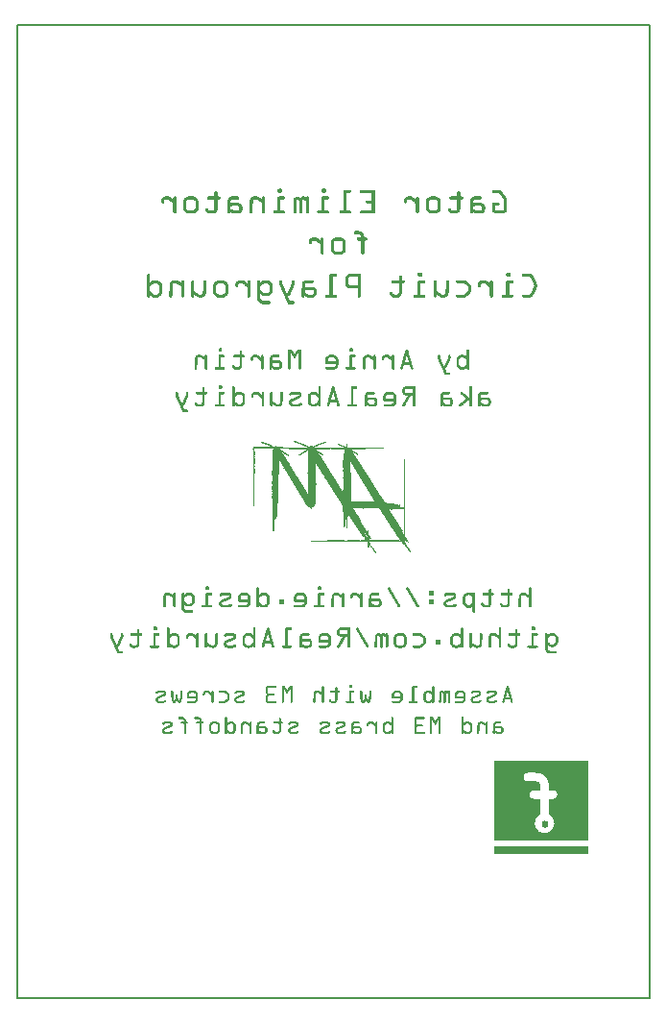
<source format=gbo>
G04 MADE WITH FRITZING*
G04 WWW.FRITZING.ORG*
G04 DOUBLE SIDED*
G04 HOLES PLATED*
G04 CONTOUR ON CENTER OF CONTOUR VECTOR*
%ASAXBY*%
%FSLAX23Y23*%
%MOIN*%
%OFA0B0*%
%SFA1.0B1.0*%
%ADD10C,0.024561*%
%ADD11R,2.204720X3.385830X2.188720X3.369830*%
%ADD12C,0.008000*%
%ADD13R,0.325051X0.029205*%
%ADD14R,0.001000X0.001000*%
%LNSILK0*%
G90*
G70*
G54D10*
X1838Y610D03*
G54D12*
X4Y3382D02*
X2201Y3382D01*
X2201Y4D01*
X4Y4D01*
X4Y3382D01*
D02*
G54D13*
X1826Y517D03*
G36*
X968Y1938D02*
X968Y1938D01*
X969Y1938D01*
X969Y1938D01*
X970Y1938D01*
X970Y1937D01*
X971Y1937D01*
X971Y1937D01*
X972Y1937D01*
X972Y1937D01*
X973Y1937D01*
X973Y1937D01*
X974Y1937D01*
X974Y1936D01*
X975Y1936D01*
X975Y1936D01*
X976Y1936D01*
X976Y1936D01*
X977Y1936D01*
X977Y1935D01*
X978Y1935D01*
X978Y1935D01*
X979Y1935D01*
X979Y1935D01*
X980Y1935D01*
X980Y1934D01*
X981Y1934D01*
X981Y1934D01*
X982Y1934D01*
X982Y1934D01*
X983Y1934D01*
X983Y1934D01*
X983Y1934D01*
X983Y1933D01*
X984Y1933D01*
X984Y1933D01*
X985Y1933D01*
X985Y1933D01*
X986Y1933D01*
X986Y1932D01*
X987Y1932D01*
X987Y1932D01*
X988Y1932D01*
X988Y1932D01*
X989Y1932D01*
X989Y1931D01*
X989Y1931D01*
X989Y1931D01*
X990Y1931D01*
X990Y1931D01*
X991Y1931D01*
X991Y1931D01*
X992Y1931D01*
X992Y1930D01*
X993Y1930D01*
X993Y1930D01*
X994Y1930D01*
X994Y1930D01*
X995Y1930D01*
X995Y1929D01*
X995Y1929D01*
X995Y1929D01*
X996Y1929D01*
X996Y1929D01*
X997Y1929D01*
X997Y1928D01*
X997Y1928D01*
X997Y1928D01*
X998Y1928D01*
X998Y1928D01*
X999Y1928D01*
X999Y1928D01*
X1000Y1928D01*
X1000Y1927D01*
X1000Y1927D01*
X1000Y1927D01*
X1001Y1927D01*
X1001Y1927D01*
X1002Y1927D01*
X1002Y1926D01*
X1003Y1926D01*
X1003Y1926D01*
X1003Y1926D01*
X1003Y1926D01*
X1004Y1926D01*
X1004Y1925D01*
X1005Y1925D01*
X1005Y1925D01*
X1005Y1925D01*
X1005Y1925D01*
X1006Y1925D01*
X1006Y1925D01*
X1007Y1925D01*
X1007Y1924D01*
X1007Y1924D01*
X1007Y1924D01*
X1008Y1924D01*
X1008Y1924D01*
X1009Y1924D01*
X1009Y1923D01*
X1010Y1923D01*
X1010Y1923D01*
X1010Y1923D01*
X1010Y1923D01*
X1011Y1923D01*
X1011Y1922D01*
X1012Y1922D01*
X1012Y1922D01*
X1012Y1922D01*
X1012Y1922D01*
X1013Y1922D01*
X1013Y1922D01*
X1014Y1922D01*
X1014Y1921D01*
X1014Y1921D01*
X1014Y1921D01*
X1015Y1921D01*
X1015Y1921D01*
X1015Y1921D01*
X1015Y1920D01*
X1016Y1920D01*
X1016Y1920D01*
X1017Y1920D01*
X1017Y1920D01*
X1018Y1920D01*
X1018Y1919D01*
X1018Y1919D01*
X1018Y1919D01*
X1019Y1919D01*
X1019Y1919D01*
X1019Y1919D01*
X1019Y1919D01*
X1020Y1919D01*
X1020Y1918D01*
X1021Y1918D01*
X1021Y1918D01*
X1009Y1918D01*
X1009Y1918D01*
X1009Y1918D01*
X1009Y1919D01*
X1008Y1919D01*
X1008Y1919D01*
X1007Y1919D01*
X1007Y1919D01*
X1006Y1919D01*
X1006Y1919D01*
X1006Y1919D01*
X1006Y1920D01*
X1005Y1920D01*
X1005Y1920D01*
X1004Y1920D01*
X1004Y1920D01*
X1003Y1920D01*
X1003Y1921D01*
X1003Y1921D01*
X1003Y1921D01*
X1002Y1921D01*
X1002Y1921D01*
X1001Y1921D01*
X1001Y1922D01*
X1000Y1922D01*
X1000Y1922D01*
X1000Y1922D01*
X1000Y1922D01*
X999Y1922D01*
X999Y1922D01*
X998Y1922D01*
X998Y1923D01*
X998Y1923D01*
X998Y1923D01*
X997Y1923D01*
X997Y1923D01*
X996Y1923D01*
X996Y1924D01*
X995Y1924D01*
X995Y1924D01*
X995Y1924D01*
X995Y1924D01*
X994Y1924D01*
X994Y1925D01*
X993Y1925D01*
X993Y1925D01*
X992Y1925D01*
X992Y1925D01*
X992Y1925D01*
X992Y1925D01*
X991Y1925D01*
X991Y1926D01*
X990Y1926D01*
X990Y1926D01*
X989Y1926D01*
X989Y1926D01*
X988Y1926D01*
X988Y1927D01*
X987Y1927D01*
X987Y1927D01*
X987Y1927D01*
X987Y1927D01*
X986Y1927D01*
X986Y1928D01*
X985Y1928D01*
X985Y1928D01*
X984Y1928D01*
X984Y1928D01*
X983Y1928D01*
X983Y1928D01*
X982Y1928D01*
X982Y1929D01*
X981Y1929D01*
X981Y1929D01*
X981Y1929D01*
X981Y1929D01*
X980Y1929D01*
X980Y1930D01*
X979Y1930D01*
X979Y1930D01*
X978Y1930D01*
X978Y1930D01*
X977Y1930D01*
X977Y1931D01*
X976Y1931D01*
X976Y1931D01*
X975Y1931D01*
X975Y1931D01*
X974Y1931D01*
X974Y1931D01*
X973Y1931D01*
X973Y1932D01*
X972Y1932D01*
X972Y1932D01*
X971Y1932D01*
X971Y1932D01*
X970Y1932D01*
X970Y1933D01*
X969Y1933D01*
X969Y1933D01*
X968Y1933D01*
X968Y1933D01*
X967Y1933D01*
X967Y1934D01*
X966Y1934D01*
X966Y1934D01*
X966Y1934D01*
X966Y1934D01*
X965Y1934D01*
X965Y1934D01*
X965Y1934D01*
X965Y1935D01*
X965Y1935D01*
X965Y1936D01*
X965Y1936D01*
X965Y1936D01*
X965Y1936D01*
X965Y1937D01*
X965Y1937D01*
X965Y1938D01*
X965Y1938D01*
X965Y1938D01*
X966Y1938D01*
X966Y1938D01*
X968Y1938D01*
G37*
D02*
G36*
X1076Y1936D02*
X1076Y1936D01*
X1076Y1936D01*
X1076Y1936D01*
X1077Y1936D01*
X1077Y1935D01*
X1077Y1935D01*
X1077Y1934D01*
X1077Y1934D01*
X1077Y1934D01*
X1077Y1934D01*
X1077Y1933D01*
X1077Y1933D01*
X1077Y1932D01*
X1076Y1932D01*
X1076Y1932D01*
X1076Y1932D01*
X1076Y1932D01*
X1075Y1932D01*
X1075Y1931D01*
X1074Y1931D01*
X1074Y1931D01*
X1073Y1931D01*
X1073Y1931D01*
X1073Y1931D01*
X1073Y1931D01*
X1072Y1931D01*
X1072Y1930D01*
X1071Y1930D01*
X1071Y1930D01*
X1070Y1930D01*
X1070Y1930D01*
X1069Y1930D01*
X1069Y1929D01*
X1068Y1929D01*
X1068Y1929D01*
X1067Y1929D01*
X1067Y1929D01*
X1067Y1929D01*
X1067Y1928D01*
X1066Y1928D01*
X1066Y1928D01*
X1065Y1928D01*
X1065Y1928D01*
X1064Y1928D01*
X1064Y1928D01*
X1063Y1928D01*
X1063Y1927D01*
X1063Y1927D01*
X1063Y1927D01*
X1062Y1927D01*
X1062Y1927D01*
X1061Y1927D01*
X1061Y1926D01*
X1060Y1926D01*
X1060Y1926D01*
X1059Y1926D01*
X1059Y1926D01*
X1059Y1926D01*
X1059Y1925D01*
X1058Y1925D01*
X1058Y1925D01*
X1057Y1925D01*
X1057Y1925D01*
X1056Y1925D01*
X1056Y1925D01*
X1056Y1925D01*
X1056Y1924D01*
X1055Y1924D01*
X1055Y1924D01*
X1054Y1924D01*
X1054Y1924D01*
X1053Y1924D01*
X1053Y1923D01*
X1053Y1923D01*
X1053Y1923D01*
X1052Y1923D01*
X1052Y1923D01*
X1051Y1923D01*
X1051Y1922D01*
X1050Y1922D01*
X1050Y1922D01*
X1050Y1922D01*
X1050Y1922D01*
X1049Y1922D01*
X1049Y1922D01*
X1048Y1922D01*
X1048Y1921D01*
X1048Y1921D01*
X1048Y1921D01*
X1047Y1921D01*
X1047Y1921D01*
X1047Y1921D01*
X1047Y1920D01*
X1046Y1920D01*
X1046Y1920D01*
X1045Y1920D01*
X1045Y1920D01*
X1044Y1920D01*
X1044Y1919D01*
X1044Y1919D01*
X1044Y1919D01*
X1033Y1919D01*
X1033Y1919D01*
X1033Y1919D01*
X1033Y1920D01*
X1034Y1920D01*
X1034Y1920D01*
X1035Y1920D01*
X1035Y1920D01*
X1035Y1920D01*
X1035Y1921D01*
X1036Y1921D01*
X1036Y1921D01*
X1037Y1921D01*
X1037Y1921D01*
X1037Y1921D01*
X1037Y1922D01*
X1038Y1922D01*
X1038Y1922D01*
X1039Y1922D01*
X1039Y1922D01*
X1039Y1922D01*
X1039Y1922D01*
X1040Y1922D01*
X1040Y1923D01*
X1041Y1923D01*
X1041Y1923D01*
X1041Y1923D01*
X1041Y1923D01*
X1042Y1923D01*
X1042Y1924D01*
X1043Y1924D01*
X1043Y1924D01*
X1043Y1924D01*
X1043Y1924D01*
X1044Y1924D01*
X1044Y1925D01*
X1045Y1925D01*
X1045Y1925D01*
X1045Y1925D01*
X1045Y1925D01*
X1046Y1925D01*
X1046Y1925D01*
X1047Y1925D01*
X1047Y1926D01*
X1047Y1926D01*
X1047Y1926D01*
X1048Y1926D01*
X1048Y1926D01*
X1049Y1926D01*
X1049Y1927D01*
X1050Y1927D01*
X1050Y1927D01*
X1050Y1927D01*
X1050Y1927D01*
X1051Y1927D01*
X1051Y1928D01*
X1052Y1928D01*
X1052Y1928D01*
X1053Y1928D01*
X1053Y1928D01*
X1053Y1928D01*
X1053Y1928D01*
X1054Y1928D01*
X1054Y1929D01*
X1055Y1929D01*
X1055Y1929D01*
X1056Y1929D01*
X1056Y1929D01*
X1056Y1929D01*
X1056Y1930D01*
X1057Y1930D01*
X1057Y1930D01*
X1058Y1930D01*
X1058Y1930D01*
X1059Y1930D01*
X1059Y1931D01*
X1059Y1931D01*
X1059Y1931D01*
X1060Y1931D01*
X1060Y1931D01*
X1061Y1931D01*
X1061Y1931D01*
X1062Y1931D01*
X1062Y1932D01*
X1063Y1932D01*
X1063Y1932D01*
X1063Y1932D01*
X1063Y1932D01*
X1064Y1932D01*
X1064Y1933D01*
X1065Y1933D01*
X1065Y1933D01*
X1066Y1933D01*
X1066Y1933D01*
X1067Y1933D01*
X1067Y1934D01*
X1067Y1934D01*
X1067Y1934D01*
X1068Y1934D01*
X1068Y1934D01*
X1069Y1934D01*
X1069Y1934D01*
X1070Y1934D01*
X1070Y1935D01*
X1071Y1935D01*
X1071Y1935D01*
X1072Y1935D01*
X1072Y1935D01*
X1073Y1935D01*
X1073Y1936D01*
X1073Y1936D01*
X1073Y1936D01*
X1074Y1936D01*
X1074Y1936D01*
X1076Y1936D01*
G37*
D02*
G36*
X857Y1935D02*
X857Y1935D01*
X858Y1935D01*
X858Y1934D01*
X859Y1934D01*
X859Y1934D01*
X860Y1934D01*
X860Y1934D01*
X861Y1934D01*
X861Y1934D01*
X861Y1934D01*
X861Y1933D01*
X862Y1933D01*
X862Y1933D01*
X863Y1933D01*
X863Y1933D01*
X864Y1933D01*
X864Y1932D01*
X865Y1932D01*
X865Y1932D01*
X866Y1932D01*
X866Y1932D01*
X866Y1932D01*
X866Y1931D01*
X867Y1931D01*
X867Y1931D01*
X868Y1931D01*
X868Y1931D01*
X869Y1931D01*
X869Y1931D01*
X870Y1931D01*
X870Y1930D01*
X871Y1930D01*
X871Y1930D01*
X872Y1930D01*
X872Y1930D01*
X872Y1930D01*
X872Y1929D01*
X873Y1929D01*
X873Y1929D01*
X874Y1929D01*
X874Y1929D01*
X875Y1929D01*
X875Y1928D01*
X875Y1928D01*
X875Y1928D01*
X876Y1928D01*
X876Y1928D01*
X877Y1928D01*
X877Y1928D01*
X878Y1928D01*
X878Y1927D01*
X878Y1927D01*
X878Y1927D01*
X879Y1927D01*
X879Y1927D01*
X880Y1927D01*
X880Y1926D01*
X881Y1926D01*
X881Y1926D01*
X881Y1926D01*
X881Y1926D01*
X882Y1926D01*
X882Y1925D01*
X883Y1925D01*
X883Y1925D01*
X883Y1925D01*
X883Y1925D01*
X884Y1925D01*
X884Y1925D01*
X885Y1925D01*
X885Y1924D01*
X885Y1924D01*
X885Y1924D01*
X886Y1924D01*
X886Y1924D01*
X887Y1924D01*
X887Y1923D01*
X887Y1923D01*
X887Y1923D01*
X888Y1923D01*
X888Y1923D01*
X889Y1923D01*
X889Y1922D01*
X890Y1922D01*
X890Y1922D01*
X890Y1922D01*
X890Y1922D01*
X891Y1922D01*
X891Y1922D01*
X892Y1922D01*
X892Y1921D01*
X892Y1921D01*
X892Y1921D01*
X893Y1921D01*
X893Y1921D01*
X893Y1921D01*
X893Y1920D01*
X894Y1920D01*
X894Y1920D01*
X895Y1920D01*
X895Y1920D01*
X895Y1920D01*
X895Y1919D01*
X896Y1919D01*
X896Y1919D01*
X897Y1919D01*
X897Y1919D01*
X897Y1919D01*
X897Y1919D01*
X898Y1919D01*
X898Y1918D01*
X899Y1918D01*
X899Y1918D01*
X887Y1918D01*
X887Y1918D01*
X886Y1918D01*
X886Y1919D01*
X886Y1919D01*
X886Y1919D01*
X885Y1919D01*
X885Y1919D01*
X884Y1919D01*
X884Y1919D01*
X884Y1919D01*
X884Y1920D01*
X883Y1920D01*
X883Y1920D01*
X882Y1920D01*
X882Y1920D01*
X881Y1920D01*
X881Y1921D01*
X881Y1921D01*
X881Y1921D01*
X880Y1921D01*
X880Y1921D01*
X879Y1921D01*
X879Y1922D01*
X878Y1922D01*
X878Y1922D01*
X878Y1922D01*
X878Y1922D01*
X877Y1922D01*
X877Y1922D01*
X876Y1922D01*
X876Y1923D01*
X875Y1923D01*
X875Y1923D01*
X875Y1923D01*
X875Y1923D01*
X874Y1923D01*
X874Y1924D01*
X873Y1924D01*
X873Y1924D01*
X872Y1924D01*
X872Y1924D01*
X872Y1924D01*
X872Y1925D01*
X871Y1925D01*
X871Y1925D01*
X870Y1925D01*
X870Y1925D01*
X869Y1925D01*
X869Y1925D01*
X869Y1925D01*
X869Y1926D01*
X868Y1926D01*
X868Y1926D01*
X867Y1926D01*
X867Y1926D01*
X866Y1926D01*
X866Y1927D01*
X865Y1927D01*
X865Y1927D01*
X864Y1927D01*
X864Y1927D01*
X864Y1927D01*
X864Y1928D01*
X863Y1928D01*
X863Y1928D01*
X862Y1928D01*
X862Y1928D01*
X861Y1928D01*
X861Y1928D01*
X860Y1928D01*
X860Y1929D01*
X859Y1929D01*
X859Y1929D01*
X858Y1929D01*
X858Y1929D01*
X858Y1929D01*
X858Y1930D01*
X857Y1930D01*
X857Y1930D01*
X856Y1930D01*
X856Y1930D01*
X855Y1930D01*
X855Y1931D01*
X854Y1931D01*
X854Y1931D01*
X853Y1931D01*
X853Y1931D01*
X852Y1931D01*
X852Y1931D01*
X852Y1931D01*
X852Y1932D01*
X852Y1932D01*
X852Y1932D01*
X852Y1932D01*
X852Y1933D01*
X852Y1933D01*
X852Y1934D01*
X852Y1934D01*
X852Y1934D01*
X852Y1934D01*
X852Y1934D01*
X853Y1934D01*
X853Y1935D01*
X854Y1935D01*
X854Y1935D01*
X857Y1935D01*
G37*
D02*
G36*
X1151Y1930D02*
X1151Y1930D01*
X1152Y1930D01*
X1152Y1929D01*
X1152Y1929D01*
X1152Y1929D01*
X1152Y1929D01*
X1152Y1928D01*
X1153Y1928D01*
X1153Y1925D01*
X1152Y1925D01*
X1152Y1925D01*
X1153Y1925D01*
X1153Y1924D01*
X1152Y1924D01*
X1152Y1924D01*
X1153Y1924D01*
X1153Y1916D01*
X1149Y1916D01*
X1149Y1926D01*
X1149Y1926D01*
X1149Y1928D01*
X1149Y1928D01*
X1149Y1929D01*
X1149Y1929D01*
X1149Y1929D01*
X1150Y1929D01*
X1150Y1930D01*
X1151Y1930D01*
X1151Y1930D01*
X1151Y1930D01*
G37*
D02*
G36*
X1119Y1929D02*
X1119Y1929D01*
X1120Y1929D01*
X1120Y1929D01*
X1121Y1929D01*
X1121Y1928D01*
X1122Y1928D01*
X1122Y1928D01*
X1123Y1928D01*
X1123Y1928D01*
X1123Y1928D01*
X1123Y1928D01*
X1124Y1928D01*
X1124Y1927D01*
X1125Y1927D01*
X1125Y1927D01*
X1126Y1927D01*
X1126Y1927D01*
X1126Y1927D01*
X1126Y1926D01*
X1127Y1926D01*
X1127Y1926D01*
X1128Y1926D01*
X1128Y1926D01*
X1128Y1926D01*
X1128Y1925D01*
X1129Y1925D01*
X1129Y1925D01*
X1130Y1925D01*
X1130Y1925D01*
X1130Y1925D01*
X1130Y1925D01*
X1131Y1925D01*
X1131Y1924D01*
X1132Y1924D01*
X1132Y1924D01*
X1133Y1924D01*
X1133Y1924D01*
X1133Y1924D01*
X1133Y1923D01*
X1134Y1923D01*
X1134Y1923D01*
X1135Y1923D01*
X1135Y1923D01*
X1135Y1923D01*
X1135Y1922D01*
X1136Y1922D01*
X1136Y1922D01*
X1137Y1922D01*
X1137Y1922D01*
X1137Y1922D01*
X1137Y1922D01*
X1138Y1922D01*
X1138Y1921D01*
X1139Y1921D01*
X1139Y1921D01*
X1139Y1921D01*
X1139Y1921D01*
X1140Y1921D01*
X1140Y1920D01*
X1140Y1920D01*
X1140Y1920D01*
X1141Y1920D01*
X1141Y1920D01*
X1142Y1920D01*
X1142Y1919D01*
X1142Y1919D01*
X1142Y1919D01*
X1143Y1919D01*
X1143Y1919D01*
X1144Y1919D01*
X1144Y1919D01*
X1144Y1919D01*
X1144Y1918D01*
X1145Y1918D01*
X1145Y1918D01*
X1146Y1918D01*
X1146Y1918D01*
X1146Y1918D01*
X1146Y1917D01*
X1147Y1917D01*
X1147Y1917D01*
X1147Y1917D01*
X1147Y1917D01*
X1148Y1917D01*
X1148Y1916D01*
X1137Y1916D01*
X1137Y1917D01*
X1136Y1917D01*
X1136Y1917D01*
X1135Y1917D01*
X1135Y1917D01*
X1135Y1917D01*
X1135Y1918D01*
X1134Y1918D01*
X1134Y1918D01*
X1133Y1918D01*
X1133Y1918D01*
X1133Y1918D01*
X1133Y1919D01*
X1132Y1919D01*
X1132Y1919D01*
X1131Y1919D01*
X1131Y1919D01*
X1131Y1919D01*
X1131Y1919D01*
X1130Y1919D01*
X1130Y1920D01*
X1129Y1920D01*
X1129Y1920D01*
X1129Y1920D01*
X1129Y1920D01*
X1128Y1920D01*
X1128Y1921D01*
X1127Y1921D01*
X1127Y1921D01*
X1126Y1921D01*
X1126Y1921D01*
X1126Y1921D01*
X1126Y1922D01*
X1125Y1922D01*
X1125Y1922D01*
X1124Y1922D01*
X1124Y1922D01*
X1123Y1922D01*
X1123Y1922D01*
X1123Y1922D01*
X1123Y1923D01*
X1122Y1923D01*
X1122Y1923D01*
X1121Y1923D01*
X1121Y1923D01*
X1120Y1923D01*
X1120Y1924D01*
X1120Y1924D01*
X1120Y1924D01*
X1119Y1924D01*
X1119Y1924D01*
X1118Y1924D01*
X1118Y1925D01*
X1118Y1925D01*
X1118Y1925D01*
X1117Y1925D01*
X1117Y1925D01*
X1117Y1925D01*
X1117Y1926D01*
X1117Y1926D01*
X1117Y1927D01*
X1117Y1927D01*
X1117Y1928D01*
X1117Y1928D01*
X1117Y1928D01*
X1118Y1928D01*
X1118Y1929D01*
X1118Y1929D01*
X1118Y1929D01*
X1119Y1929D01*
X1119Y1929D01*
X1119Y1929D01*
G37*
D02*
G36*
X1026Y1922D02*
X1026Y1922D01*
X1028Y1922D01*
X1028Y1922D01*
X1028Y1922D01*
X1028Y1921D01*
X1029Y1921D01*
X1029Y1921D01*
X1030Y1921D01*
X1030Y1921D01*
X1031Y1921D01*
X1031Y1920D01*
X1032Y1920D01*
X1032Y1920D01*
X1032Y1920D01*
X1032Y1920D01*
X1032Y1920D01*
X1032Y1919D01*
X1021Y1919D01*
X1021Y1920D01*
X1021Y1920D01*
X1021Y1920D01*
X1022Y1920D01*
X1022Y1920D01*
X1022Y1920D01*
X1022Y1921D01*
X1022Y1921D01*
X1022Y1921D01*
X1024Y1921D01*
X1024Y1921D01*
X1024Y1921D01*
X1024Y1922D01*
X1024Y1922D01*
X1024Y1922D01*
X1026Y1922D01*
X1026Y1922D01*
X1026Y1922D01*
G37*
D02*
G36*
X904Y1921D02*
X904Y1921D01*
X904Y1921D01*
X904Y1920D01*
X905Y1920D01*
X905Y1920D01*
X905Y1920D01*
X905Y1920D01*
X907Y1920D01*
X907Y1919D01*
X907Y1919D01*
X907Y1919D01*
X908Y1919D01*
X908Y1919D01*
X908Y1919D01*
X908Y1919D01*
X908Y1919D01*
X908Y1918D01*
X909Y1918D01*
X909Y1918D01*
X899Y1918D01*
X899Y1919D01*
X899Y1919D01*
X899Y1919D01*
X899Y1919D01*
X899Y1919D01*
X900Y1919D01*
X900Y1920D01*
X900Y1920D01*
X900Y1920D01*
X901Y1920D01*
X901Y1920D01*
X901Y1920D01*
X901Y1921D01*
X902Y1921D01*
X902Y1921D01*
X904Y1921D01*
G37*
D02*
G36*
X1043Y1919D02*
X1043Y1919D01*
X1021Y1919D01*
X1021Y1919D01*
X1043Y1919D01*
G37*
D02*
G36*
X1043Y1919D02*
X1043Y1919D01*
X1021Y1919D01*
X1021Y1919D01*
X1043Y1919D01*
G37*
D02*
G36*
X1042Y1919D02*
X1042Y1919D01*
X1042Y1919D01*
X1042Y1918D01*
X1041Y1918D01*
X1041Y1918D01*
X1021Y1918D01*
X1021Y1919D01*
X1042Y1919D01*
G37*
D02*
G36*
X1041Y1918D02*
X1041Y1918D01*
X1010Y1918D01*
X1010Y1918D01*
X1041Y1918D01*
G37*
D02*
G36*
X1041Y1918D02*
X1041Y1918D01*
X1010Y1918D01*
X1010Y1918D01*
X1041Y1918D01*
G37*
D02*
G36*
X909Y1918D02*
X909Y1918D01*
X888Y1918D01*
X888Y1918D01*
X909Y1918D01*
G37*
D02*
G36*
X909Y1918D02*
X909Y1918D01*
X888Y1918D01*
X888Y1918D01*
X909Y1918D01*
G37*
D02*
G36*
X1040Y1918D02*
X1040Y1917D01*
X1039Y1917D01*
X1039Y1917D01*
X1038Y1917D01*
X1038Y1917D01*
X1038Y1917D01*
X1038Y1916D01*
X1055Y1916D01*
X1055Y1916D01*
X1063Y1916D01*
X1063Y1916D01*
X1014Y1916D01*
X1014Y1916D01*
X1013Y1916D01*
X1013Y1916D01*
X1012Y1916D01*
X1012Y1917D01*
X1012Y1917D01*
X1012Y1917D01*
X1011Y1917D01*
X1011Y1917D01*
X1010Y1917D01*
X1010Y1918D01*
X1040Y1918D01*
G37*
D02*
G36*
X910Y1918D02*
X910Y1917D01*
X910Y1917D01*
X910Y1917D01*
X910Y1917D01*
X910Y1917D01*
X876Y1917D01*
X876Y1917D01*
X889Y1917D01*
X889Y1917D01*
X888Y1917D01*
X888Y1918D01*
X910Y1918D01*
G37*
D02*
G36*
X862Y1918D02*
X862Y1917D01*
X836Y1917D01*
X836Y1918D01*
X862Y1918D01*
G37*
D02*
G36*
X826Y1918D02*
X826Y1917D01*
X825Y1917D01*
X825Y1918D01*
X826Y1918D01*
G37*
D02*
G36*
X869Y1917D02*
X869Y1917D01*
X824Y1917D01*
X824Y1917D01*
X869Y1917D01*
G37*
D02*
G36*
X869Y1917D02*
X869Y1917D01*
X824Y1917D01*
X824Y1917D01*
X869Y1917D01*
G37*
D02*
G36*
X875Y1917D02*
X875Y1917D01*
X824Y1917D01*
X824Y1917D01*
X875Y1917D01*
G37*
D02*
G36*
X928Y1917D02*
X928Y1916D01*
X824Y1916D01*
X824Y1917D01*
X928Y1917D01*
G37*
D02*
G36*
X928Y1917D02*
X928Y1916D01*
X824Y1916D01*
X824Y1917D01*
X928Y1917D01*
G37*
D02*
G36*
X1153Y1916D02*
X1153Y1916D01*
X1135Y1916D01*
X1135Y1916D01*
X1153Y1916D01*
G37*
D02*
G36*
X1153Y1916D02*
X1153Y1916D01*
X1135Y1916D01*
X1135Y1916D01*
X1153Y1916D01*
G37*
D02*
G36*
X937Y1916D02*
X937Y1916D01*
X977Y1916D01*
X977Y1916D01*
X823Y1916D01*
X823Y1916D01*
X824Y1916D01*
X824Y1916D01*
X937Y1916D01*
G37*
D02*
G36*
X1155Y1916D02*
X1155Y1916D01*
X1163Y1916D01*
X1163Y1916D01*
X1171Y1916D01*
X1171Y1915D01*
X1117Y1915D01*
X1117Y1916D01*
X1121Y1916D01*
X1121Y1916D01*
X1126Y1916D01*
X1126Y1916D01*
X1155Y1916D01*
G37*
D02*
G36*
X1259Y1916D02*
X1259Y1916D01*
X1258Y1916D01*
X1258Y1916D01*
X1259Y1916D01*
G37*
D02*
G36*
X1253Y1916D02*
X1253Y1916D01*
X1241Y1916D01*
X1241Y1916D01*
X1253Y1916D01*
G37*
D02*
G36*
X1102Y1916D02*
X1102Y1916D01*
X1088Y1916D01*
X1088Y1916D01*
X1102Y1916D01*
G37*
D02*
G36*
X1071Y1916D02*
X1071Y1916D01*
X823Y1916D01*
X823Y1916D01*
X1071Y1916D01*
G37*
D02*
G36*
X1071Y1916D02*
X1071Y1916D01*
X823Y1916D01*
X823Y1916D01*
X1071Y1916D01*
G37*
D02*
G36*
X1275Y1916D02*
X1275Y1915D01*
X1219Y1915D01*
X1219Y1916D01*
X1275Y1916D01*
G37*
D02*
G36*
X1275Y1916D02*
X1275Y1915D01*
X1219Y1915D01*
X1219Y1916D01*
X1275Y1916D01*
G37*
D02*
G36*
X1189Y1916D02*
X1189Y1915D01*
X1180Y1915D01*
X1180Y1916D01*
X1189Y1916D01*
G37*
D02*
G36*
X1108Y1916D02*
X1108Y1915D01*
X823Y1915D01*
X823Y1916D01*
X1108Y1916D01*
G37*
D02*
G36*
X1108Y1916D02*
X1108Y1915D01*
X823Y1915D01*
X823Y1916D01*
X1108Y1916D01*
G37*
D02*
G36*
X1276Y1915D02*
X1276Y1915D01*
X823Y1915D01*
X823Y1915D01*
X1276Y1915D01*
G37*
D02*
G36*
X1276Y1915D02*
X1276Y1915D01*
X823Y1915D01*
X823Y1915D01*
X1276Y1915D01*
G37*
D02*
G36*
X1276Y1915D02*
X1276Y1915D01*
X823Y1915D01*
X823Y1915D01*
X1276Y1915D01*
G37*
D02*
G36*
X1276Y1915D02*
X1276Y1915D01*
X823Y1915D01*
X823Y1915D01*
X1276Y1915D01*
G37*
D02*
G36*
X1276Y1915D02*
X1276Y1915D01*
X1277Y1915D01*
X1277Y1914D01*
X1277Y1914D01*
X1277Y1913D01*
X1277Y1913D01*
X1277Y1913D01*
X1276Y1913D01*
X1276Y1912D01*
X1276Y1912D01*
X1276Y1912D01*
X833Y1912D01*
X833Y1912D01*
X829Y1912D01*
X829Y1910D01*
X829Y1910D01*
X829Y1909D01*
X829Y1909D01*
X829Y1908D01*
X829Y1908D01*
X829Y1904D01*
X829Y1904D01*
X829Y1903D01*
X830Y1903D01*
X830Y1890D01*
X829Y1890D01*
X829Y1885D01*
X830Y1885D01*
X830Y1881D01*
X829Y1881D01*
X829Y1877D01*
X830Y1877D01*
X830Y1872D01*
X829Y1872D01*
X829Y1871D01*
X830Y1871D01*
X830Y1870D01*
X829Y1870D01*
X829Y1870D01*
X830Y1870D01*
X830Y1858D01*
X829Y1858D01*
X829Y1853D01*
X830Y1853D01*
X830Y1850D01*
X829Y1850D01*
X829Y1842D01*
X830Y1842D01*
X830Y1838D01*
X829Y1838D01*
X829Y1837D01*
X830Y1837D01*
X830Y1825D01*
X829Y1825D01*
X829Y1810D01*
X829Y1810D01*
X829Y1785D01*
X829Y1785D01*
X829Y1728D01*
X829Y1728D01*
X829Y1723D01*
X829Y1723D01*
X829Y1723D01*
X829Y1723D01*
X829Y1721D01*
X829Y1721D01*
X829Y1720D01*
X829Y1720D01*
X829Y1716D01*
X829Y1716D01*
X829Y1716D01*
X829Y1716D01*
X829Y1714D01*
X829Y1714D01*
X829Y1713D01*
X829Y1713D01*
X829Y1713D01*
X828Y1713D01*
X828Y1713D01*
X827Y1713D01*
X827Y1712D01*
X827Y1712D01*
X827Y1713D01*
X826Y1713D01*
X826Y1713D01*
X826Y1713D01*
X826Y1713D01*
X826Y1713D01*
X826Y1714D01*
X825Y1714D01*
X825Y1716D01*
X826Y1716D01*
X826Y1716D01*
X825Y1716D01*
X825Y1720D01*
X826Y1720D01*
X826Y1721D01*
X825Y1721D01*
X825Y1724D01*
X825Y1724D01*
X825Y1741D01*
X825Y1741D01*
X825Y1746D01*
X825Y1746D01*
X825Y1747D01*
X825Y1747D01*
X825Y1765D01*
X824Y1765D01*
X824Y1804D01*
X825Y1804D01*
X825Y1811D01*
X824Y1811D01*
X824Y1825D01*
X824Y1825D01*
X824Y1826D01*
X824Y1826D01*
X824Y1837D01*
X825Y1837D01*
X825Y1843D01*
X824Y1843D01*
X824Y1855D01*
X824Y1855D01*
X824Y1895D01*
X824Y1895D01*
X824Y1910D01*
X823Y1910D01*
X823Y1911D01*
X824Y1911D01*
X824Y1914D01*
X823Y1914D01*
X823Y1915D01*
X1276Y1915D01*
G37*
D02*
G36*
X1275Y1912D02*
X1275Y1912D01*
X842Y1912D01*
X842Y1911D01*
X841Y1911D01*
X841Y1912D01*
X839Y1912D01*
X839Y1912D01*
X1275Y1912D01*
G37*
D02*
G36*
X1265Y1912D02*
X1265Y1911D01*
X863Y1911D01*
X863Y1911D01*
X857Y1911D01*
X857Y1911D01*
X851Y1911D01*
X851Y1911D01*
X843Y1911D01*
X843Y1911D01*
X842Y1911D01*
X842Y1912D01*
X1265Y1912D01*
G37*
D02*
G36*
X1248Y1911D02*
X1248Y1911D01*
X1240Y1911D01*
X1240Y1911D01*
X1248Y1911D01*
G37*
D02*
G36*
X1239Y1911D02*
X1239Y1911D01*
X1233Y1911D01*
X1233Y1911D01*
X1093Y1911D01*
X1093Y1910D01*
X998Y1910D01*
X998Y1910D01*
X997Y1910D01*
X997Y1910D01*
X991Y1910D01*
X991Y1910D01*
X990Y1910D01*
X990Y1910D01*
X983Y1910D01*
X983Y1910D01*
X953Y1910D01*
X953Y1910D01*
X949Y1910D01*
X949Y1911D01*
X931Y1911D01*
X931Y1911D01*
X923Y1911D01*
X923Y1911D01*
X1239Y1911D01*
G37*
D02*
G36*
X916Y1911D02*
X916Y1911D01*
X916Y1911D01*
X916Y1911D01*
X917Y1911D01*
X917Y1910D01*
X917Y1910D01*
X917Y1910D01*
X917Y1910D01*
X917Y1910D01*
X918Y1910D01*
X918Y1909D01*
X918Y1909D01*
X918Y1909D01*
X918Y1909D01*
X918Y1908D01*
X919Y1908D01*
X919Y1908D01*
X919Y1908D01*
X919Y1908D01*
X919Y1908D01*
X919Y1907D01*
X920Y1907D01*
X920Y1907D01*
X921Y1907D01*
X921Y1907D01*
X921Y1907D01*
X921Y1907D01*
X922Y1907D01*
X922Y1906D01*
X922Y1906D01*
X922Y1906D01*
X923Y1906D01*
X923Y1906D01*
X923Y1906D01*
X923Y1905D01*
X924Y1905D01*
X924Y1905D01*
X924Y1905D01*
X924Y1905D01*
X925Y1905D01*
X925Y1905D01*
X925Y1905D01*
X925Y1904D01*
X926Y1904D01*
X926Y1904D01*
X926Y1904D01*
X926Y1904D01*
X927Y1904D01*
X927Y1903D01*
X927Y1903D01*
X927Y1903D01*
X928Y1903D01*
X928Y1903D01*
X928Y1903D01*
X928Y1902D01*
X929Y1902D01*
X929Y1902D01*
X929Y1902D01*
X929Y1902D01*
X930Y1902D01*
X930Y1902D01*
X930Y1902D01*
X930Y1901D01*
X931Y1901D01*
X931Y1901D01*
X931Y1901D01*
X931Y1901D01*
X932Y1901D01*
X932Y1900D01*
X932Y1900D01*
X932Y1900D01*
X933Y1900D01*
X933Y1900D01*
X933Y1900D01*
X933Y1899D01*
X933Y1899D01*
X933Y1899D01*
X924Y1899D01*
X924Y1899D01*
X925Y1899D01*
X925Y1898D01*
X925Y1898D01*
X925Y1898D01*
X925Y1898D01*
X925Y1897D01*
X925Y1897D01*
X925Y1897D01*
X926Y1897D01*
X926Y1896D01*
X926Y1896D01*
X926Y1896D01*
X926Y1896D01*
X926Y1895D01*
X927Y1895D01*
X927Y1895D01*
X927Y1895D01*
X927Y1895D01*
X928Y1895D01*
X928Y1894D01*
X928Y1894D01*
X928Y1894D01*
X929Y1894D01*
X929Y1894D01*
X929Y1894D01*
X929Y1893D01*
X929Y1893D01*
X929Y1893D01*
X930Y1893D01*
X930Y1892D01*
X930Y1892D01*
X930Y1892D01*
X930Y1892D01*
X930Y1891D01*
X931Y1891D01*
X931Y1890D01*
X931Y1890D01*
X931Y1890D01*
X931Y1890D01*
X931Y1889D01*
X931Y1889D01*
X931Y1888D01*
X932Y1888D01*
X932Y1887D01*
X932Y1887D01*
X932Y1887D01*
X933Y1887D01*
X933Y1887D01*
X933Y1887D01*
X933Y1887D01*
X933Y1887D01*
X933Y1886D01*
X934Y1886D01*
X934Y1886D01*
X934Y1886D01*
X934Y1885D01*
X934Y1885D01*
X934Y1885D01*
X935Y1885D01*
X935Y1884D01*
X935Y1884D01*
X935Y1884D01*
X935Y1884D01*
X935Y1883D01*
X936Y1883D01*
X936Y1883D01*
X936Y1883D01*
X936Y1882D01*
X936Y1882D01*
X936Y1882D01*
X936Y1882D01*
X936Y1881D01*
X937Y1881D01*
X937Y1881D01*
X937Y1881D01*
X937Y1881D01*
X937Y1881D01*
X937Y1880D01*
X938Y1880D01*
X938Y1879D01*
X938Y1879D01*
X938Y1879D01*
X938Y1879D01*
X938Y1878D01*
X939Y1878D01*
X939Y1878D01*
X939Y1878D01*
X939Y1876D01*
X939Y1876D01*
X939Y1875D01*
X939Y1875D01*
X939Y1875D01*
X940Y1875D01*
X940Y1875D01*
X940Y1875D01*
X940Y1874D01*
X940Y1874D01*
X940Y1874D01*
X941Y1874D01*
X941Y1873D01*
X941Y1873D01*
X941Y1873D01*
X941Y1873D01*
X941Y1873D01*
X942Y1873D01*
X942Y1872D01*
X942Y1872D01*
X942Y1872D01*
X942Y1872D01*
X942Y1871D01*
X942Y1871D01*
X942Y1870D01*
X943Y1870D01*
X943Y1870D01*
X916Y1870D01*
X916Y1868D01*
X915Y1868D01*
X915Y1867D01*
X915Y1867D01*
X915Y1867D01*
X915Y1867D01*
X915Y1866D01*
X915Y1866D01*
X915Y1861D01*
X915Y1861D01*
X915Y1849D01*
X914Y1849D01*
X914Y1841D01*
X914Y1841D01*
X914Y1837D01*
X914Y1837D01*
X914Y1835D01*
X891Y1835D01*
X891Y1835D01*
X890Y1835D01*
X890Y1835D01*
X891Y1835D01*
X891Y1838D01*
X891Y1838D01*
X891Y1838D01*
X891Y1838D01*
X891Y1841D01*
X892Y1841D01*
X892Y1841D01*
X891Y1841D01*
X891Y1842D01*
X891Y1842D01*
X891Y1843D01*
X891Y1843D01*
X891Y1843D01*
X890Y1843D01*
X890Y1844D01*
X891Y1844D01*
X891Y1845D01*
X891Y1845D01*
X891Y1846D01*
X891Y1846D01*
X891Y1852D01*
X892Y1852D01*
X892Y1855D01*
X892Y1855D01*
X892Y1856D01*
X892Y1856D01*
X892Y1858D01*
X892Y1858D01*
X892Y1858D01*
X892Y1858D01*
X892Y1858D01*
X891Y1858D01*
X891Y1859D01*
X891Y1859D01*
X891Y1861D01*
X891Y1861D01*
X891Y1862D01*
X892Y1862D01*
X892Y1863D01*
X892Y1863D01*
X892Y1863D01*
X892Y1863D01*
X892Y1863D01*
X892Y1863D01*
X892Y1864D01*
X892Y1864D01*
X892Y1866D01*
X892Y1866D01*
X892Y1867D01*
X892Y1867D01*
X892Y1868D01*
X893Y1868D01*
X893Y1868D01*
X893Y1868D01*
X893Y1871D01*
X893Y1871D01*
X893Y1876D01*
X893Y1876D01*
X893Y1878D01*
X893Y1878D01*
X893Y1885D01*
X893Y1885D01*
X893Y1903D01*
X893Y1903D01*
X893Y1905D01*
X893Y1905D01*
X893Y1907D01*
X894Y1907D01*
X894Y1908D01*
X894Y1908D01*
X894Y1909D01*
X894Y1909D01*
X894Y1910D01*
X895Y1910D01*
X895Y1910D01*
X895Y1910D01*
X895Y1911D01*
X881Y1911D01*
X881Y1911D01*
X916Y1911D01*
G37*
D02*
G36*
X876Y1911D02*
X876Y1911D01*
X874Y1911D01*
X874Y1911D01*
X876Y1911D01*
G37*
D02*
G36*
X1216Y1911D02*
X1216Y1910D01*
X1124Y1910D01*
X1124Y1910D01*
X1113Y1910D01*
X1113Y1910D01*
X1107Y1910D01*
X1107Y1910D01*
X1102Y1910D01*
X1102Y1909D01*
X1100Y1909D01*
X1100Y1910D01*
X1099Y1910D01*
X1099Y1910D01*
X1098Y1910D01*
X1098Y1910D01*
X1097Y1910D01*
X1097Y1910D01*
X1096Y1910D01*
X1096Y1911D01*
X1216Y1911D01*
G37*
D02*
G36*
X1205Y1910D02*
X1205Y1910D01*
X1201Y1910D01*
X1201Y1910D01*
X1205Y1910D01*
G37*
D02*
G36*
X1196Y1910D02*
X1196Y1910D01*
X1191Y1910D01*
X1191Y1910D01*
X1196Y1910D01*
G37*
D02*
G36*
X1186Y1910D02*
X1186Y1910D01*
X1168Y1910D01*
X1168Y1910D01*
X1186Y1910D01*
G37*
D02*
G36*
X1165Y1910D02*
X1165Y1910D01*
X1163Y1910D01*
X1163Y1910D01*
X1163Y1910D01*
X1163Y1909D01*
X1164Y1909D01*
X1164Y1909D01*
X1164Y1909D01*
X1164Y1909D01*
X1165Y1909D01*
X1165Y1908D01*
X1165Y1908D01*
X1165Y1908D01*
X1165Y1908D01*
X1165Y1908D01*
X1166Y1908D01*
X1166Y1907D01*
X1166Y1907D01*
X1166Y1907D01*
X1167Y1907D01*
X1167Y1907D01*
X1167Y1907D01*
X1167Y1907D01*
X1168Y1907D01*
X1168Y1906D01*
X1169Y1906D01*
X1169Y1906D01*
X1169Y1906D01*
X1169Y1906D01*
X1169Y1906D01*
X1169Y1905D01*
X1170Y1905D01*
X1170Y1905D01*
X1171Y1905D01*
X1171Y1905D01*
X1171Y1905D01*
X1171Y1905D01*
X1172Y1905D01*
X1172Y1904D01*
X1172Y1904D01*
X1172Y1904D01*
X1173Y1904D01*
X1173Y1904D01*
X1173Y1904D01*
X1173Y1903D01*
X1174Y1903D01*
X1174Y1903D01*
X1174Y1903D01*
X1174Y1903D01*
X1175Y1903D01*
X1175Y1902D01*
X1175Y1902D01*
X1175Y1902D01*
X1176Y1902D01*
X1176Y1902D01*
X1176Y1902D01*
X1176Y1902D01*
X1177Y1902D01*
X1177Y1901D01*
X1177Y1901D01*
X1177Y1901D01*
X1178Y1901D01*
X1178Y1901D01*
X1178Y1901D01*
X1178Y1900D01*
X1178Y1900D01*
X1178Y1900D01*
X1179Y1900D01*
X1179Y1900D01*
X1179Y1900D01*
X1179Y1899D01*
X1180Y1899D01*
X1180Y1899D01*
X1181Y1899D01*
X1181Y1899D01*
X1181Y1899D01*
X1181Y1899D01*
X1181Y1899D01*
X1181Y1898D01*
X1172Y1898D01*
X1172Y1898D01*
X1172Y1898D01*
X1172Y1897D01*
X1172Y1897D01*
X1172Y1896D01*
X1173Y1896D01*
X1173Y1896D01*
X1173Y1896D01*
X1173Y1895D01*
X1173Y1895D01*
X1173Y1895D01*
X1174Y1895D01*
X1174Y1894D01*
X1174Y1894D01*
X1174Y1894D01*
X1174Y1894D01*
X1174Y1893D01*
X1175Y1893D01*
X1175Y1893D01*
X1175Y1893D01*
X1175Y1893D01*
X1175Y1893D01*
X1175Y1892D01*
X1175Y1892D01*
X1175Y1892D01*
X1176Y1892D01*
X1176Y1891D01*
X1176Y1891D01*
X1176Y1891D01*
X1176Y1891D01*
X1176Y1890D01*
X1177Y1890D01*
X1177Y1890D01*
X1177Y1890D01*
X1177Y1889D01*
X1177Y1889D01*
X1177Y1889D01*
X1178Y1889D01*
X1178Y1888D01*
X1178Y1888D01*
X1178Y1888D01*
X1178Y1888D01*
X1178Y1887D01*
X1178Y1887D01*
X1178Y1887D01*
X1179Y1887D01*
X1179Y1887D01*
X1179Y1887D01*
X1179Y1886D01*
X1179Y1886D01*
X1179Y1886D01*
X1180Y1886D01*
X1180Y1885D01*
X1180Y1885D01*
X1180Y1885D01*
X1180Y1885D01*
X1180Y1884D01*
X1181Y1884D01*
X1181Y1884D01*
X1181Y1884D01*
X1181Y1883D01*
X1181Y1883D01*
X1181Y1883D01*
X1181Y1883D01*
X1181Y1882D01*
X1182Y1882D01*
X1182Y1882D01*
X1182Y1882D01*
X1182Y1881D01*
X1182Y1881D01*
X1182Y1881D01*
X1183Y1881D01*
X1183Y1880D01*
X1183Y1880D01*
X1183Y1880D01*
X1184Y1880D01*
X1184Y1879D01*
X1184Y1879D01*
X1184Y1879D01*
X1184Y1879D01*
X1184Y1879D01*
X1184Y1879D01*
X1184Y1878D01*
X1185Y1878D01*
X1185Y1878D01*
X1185Y1878D01*
X1185Y1877D01*
X1186Y1877D01*
X1186Y1877D01*
X1186Y1877D01*
X1186Y1877D01*
X1186Y1877D01*
X1186Y1876D01*
X1187Y1876D01*
X1187Y1876D01*
X1187Y1876D01*
X1187Y1875D01*
X1187Y1875D01*
X1187Y1874D01*
X1187Y1874D01*
X1187Y1873D01*
X1188Y1873D01*
X1188Y1873D01*
X1188Y1873D01*
X1188Y1872D01*
X1188Y1872D01*
X1188Y1872D01*
X1189Y1872D01*
X1189Y1871D01*
X1189Y1871D01*
X1189Y1871D01*
X1138Y1871D01*
X1138Y1872D01*
X1139Y1872D01*
X1139Y1872D01*
X1138Y1872D01*
X1138Y1873D01*
X1139Y1873D01*
X1139Y1873D01*
X1138Y1873D01*
X1138Y1873D01*
X1139Y1873D01*
X1139Y1875D01*
X1138Y1875D01*
X1138Y1876D01*
X1138Y1876D01*
X1138Y1876D01*
X1138Y1876D01*
X1138Y1877D01*
X1139Y1877D01*
X1139Y1877D01*
X1139Y1877D01*
X1139Y1878D01*
X1139Y1878D01*
X1139Y1879D01*
X1138Y1879D01*
X1138Y1880D01*
X1138Y1880D01*
X1138Y1883D01*
X1138Y1883D01*
X1138Y1883D01*
X1138Y1883D01*
X1138Y1884D01*
X1138Y1884D01*
X1138Y1884D01*
X1138Y1884D01*
X1138Y1886D01*
X1138Y1886D01*
X1138Y1890D01*
X1138Y1890D01*
X1138Y1890D01*
X1138Y1890D01*
X1138Y1892D01*
X1138Y1892D01*
X1138Y1894D01*
X1138Y1894D01*
X1138Y1894D01*
X1138Y1894D01*
X1138Y1895D01*
X1138Y1895D01*
X1138Y1896D01*
X1139Y1896D01*
X1139Y1896D01*
X1139Y1896D01*
X1139Y1896D01*
X1140Y1896D01*
X1140Y1898D01*
X1140Y1898D01*
X1140Y1900D01*
X1140Y1900D01*
X1140Y1901D01*
X1141Y1901D01*
X1141Y1903D01*
X1141Y1903D01*
X1141Y1903D01*
X1141Y1903D01*
X1141Y1904D01*
X1141Y1904D01*
X1141Y1905D01*
X1141Y1905D01*
X1141Y1906D01*
X1142Y1906D01*
X1142Y1907D01*
X1142Y1907D01*
X1142Y1907D01*
X1142Y1907D01*
X1142Y1909D01*
X1143Y1909D01*
X1143Y1909D01*
X1143Y1909D01*
X1143Y1910D01*
X1138Y1910D01*
X1138Y1910D01*
X1129Y1910D01*
X1129Y1910D01*
X1165Y1910D01*
G37*
D02*
G36*
X1090Y1910D02*
X1090Y1910D01*
X1010Y1910D01*
X1010Y1910D01*
X1007Y1910D01*
X1007Y1910D01*
X999Y1910D01*
X999Y1910D01*
X1090Y1910D01*
G37*
D02*
G36*
X1086Y1910D02*
X1086Y1910D01*
X1044Y1910D01*
X1044Y1910D01*
X1044Y1910D01*
X1044Y1909D01*
X1044Y1909D01*
X1044Y1909D01*
X1044Y1909D01*
X1044Y1908D01*
X1045Y1908D01*
X1045Y1907D01*
X1045Y1907D01*
X1045Y1907D01*
X1045Y1907D01*
X1045Y1907D01*
X1046Y1907D01*
X1046Y1906D01*
X1046Y1906D01*
X1046Y1906D01*
X1046Y1906D01*
X1046Y1905D01*
X1047Y1905D01*
X1047Y1905D01*
X1047Y1905D01*
X1047Y1905D01*
X1014Y1905D01*
X1014Y1904D01*
X1013Y1904D01*
X1013Y1904D01*
X1013Y1904D01*
X1013Y1904D01*
X1012Y1904D01*
X1012Y1903D01*
X1012Y1903D01*
X1012Y1903D01*
X1011Y1903D01*
X1011Y1903D01*
X1011Y1903D01*
X1011Y1902D01*
X1010Y1902D01*
X1010Y1902D01*
X1010Y1902D01*
X1010Y1902D01*
X1009Y1902D01*
X1009Y1902D01*
X1009Y1902D01*
X1009Y1901D01*
X1008Y1901D01*
X1008Y1901D01*
X1008Y1901D01*
X1008Y1901D01*
X1007Y1901D01*
X1007Y1900D01*
X1007Y1900D01*
X1007Y1900D01*
X1006Y1900D01*
X1006Y1900D01*
X1006Y1900D01*
X1006Y1899D01*
X1005Y1899D01*
X1005Y1899D01*
X1005Y1899D01*
X1005Y1899D01*
X1004Y1899D01*
X1004Y1899D01*
X1004Y1899D01*
X1004Y1898D01*
X1003Y1898D01*
X1003Y1898D01*
X1003Y1898D01*
X1003Y1898D01*
X1002Y1898D01*
X1002Y1897D01*
X1002Y1897D01*
X1002Y1897D01*
X1001Y1897D01*
X1001Y1897D01*
X1001Y1897D01*
X1001Y1896D01*
X1000Y1896D01*
X1000Y1896D01*
X1000Y1896D01*
X1000Y1896D01*
X999Y1896D01*
X999Y1896D01*
X999Y1896D01*
X999Y1895D01*
X998Y1895D01*
X998Y1895D01*
X998Y1895D01*
X998Y1895D01*
X997Y1895D01*
X997Y1894D01*
X997Y1894D01*
X997Y1894D01*
X996Y1894D01*
X996Y1894D01*
X996Y1894D01*
X996Y1893D01*
X995Y1893D01*
X995Y1893D01*
X995Y1893D01*
X995Y1893D01*
X995Y1893D01*
X995Y1893D01*
X994Y1893D01*
X994Y1892D01*
X994Y1892D01*
X994Y1892D01*
X993Y1892D01*
X993Y1892D01*
X993Y1892D01*
X993Y1891D01*
X992Y1891D01*
X992Y1891D01*
X992Y1891D01*
X992Y1891D01*
X991Y1891D01*
X991Y1890D01*
X991Y1890D01*
X991Y1890D01*
X990Y1890D01*
X990Y1890D01*
X990Y1890D01*
X990Y1890D01*
X989Y1890D01*
X989Y1889D01*
X989Y1889D01*
X989Y1889D01*
X989Y1889D01*
X989Y1889D01*
X988Y1889D01*
X988Y1888D01*
X988Y1888D01*
X988Y1888D01*
X987Y1888D01*
X987Y1888D01*
X987Y1888D01*
X987Y1887D01*
X986Y1887D01*
X986Y1887D01*
X986Y1887D01*
X986Y1887D01*
X985Y1887D01*
X985Y1887D01*
X984Y1887D01*
X984Y1886D01*
X984Y1886D01*
X984Y1887D01*
X983Y1887D01*
X983Y1887D01*
X982Y1887D01*
X982Y1887D01*
X982Y1887D01*
X982Y1887D01*
X981Y1887D01*
X981Y1888D01*
X981Y1888D01*
X981Y1889D01*
X981Y1889D01*
X981Y1890D01*
X982Y1890D01*
X982Y1890D01*
X982Y1890D01*
X982Y1890D01*
X982Y1890D01*
X982Y1890D01*
X983Y1890D01*
X983Y1891D01*
X983Y1891D01*
X983Y1891D01*
X983Y1891D01*
X983Y1891D01*
X984Y1891D01*
X984Y1892D01*
X984Y1892D01*
X984Y1892D01*
X985Y1892D01*
X985Y1892D01*
X985Y1892D01*
X985Y1893D01*
X986Y1893D01*
X986Y1893D01*
X986Y1893D01*
X986Y1893D01*
X987Y1893D01*
X987Y1893D01*
X987Y1893D01*
X987Y1894D01*
X988Y1894D01*
X988Y1894D01*
X988Y1894D01*
X988Y1894D01*
X989Y1894D01*
X989Y1895D01*
X989Y1895D01*
X989Y1895D01*
X989Y1895D01*
X989Y1895D01*
X990Y1895D01*
X990Y1896D01*
X990Y1896D01*
X990Y1896D01*
X991Y1896D01*
X991Y1896D01*
X991Y1896D01*
X991Y1896D01*
X992Y1896D01*
X992Y1897D01*
X992Y1897D01*
X992Y1897D01*
X993Y1897D01*
X993Y1897D01*
X993Y1897D01*
X993Y1898D01*
X994Y1898D01*
X994Y1898D01*
X994Y1898D01*
X994Y1898D01*
X995Y1898D01*
X995Y1899D01*
X995Y1899D01*
X995Y1899D01*
X995Y1899D01*
X995Y1899D01*
X996Y1899D01*
X996Y1899D01*
X997Y1899D01*
X997Y1900D01*
X997Y1900D01*
X997Y1900D01*
X997Y1900D01*
X997Y1900D01*
X998Y1900D01*
X998Y1901D01*
X998Y1901D01*
X998Y1901D01*
X999Y1901D01*
X999Y1901D01*
X999Y1901D01*
X999Y1902D01*
X1000Y1902D01*
X1000Y1902D01*
X1000Y1902D01*
X1000Y1902D01*
X1001Y1902D01*
X1001Y1902D01*
X1001Y1902D01*
X1001Y1903D01*
X1002Y1903D01*
X1002Y1903D01*
X1002Y1903D01*
X1002Y1903D01*
X1003Y1903D01*
X1003Y1904D01*
X1003Y1904D01*
X1003Y1904D01*
X1004Y1904D01*
X1004Y1904D01*
X1004Y1904D01*
X1004Y1905D01*
X1005Y1905D01*
X1005Y1905D01*
X1006Y1905D01*
X1006Y1905D01*
X1006Y1905D01*
X1006Y1905D01*
X1006Y1905D01*
X1006Y1906D01*
X1007Y1906D01*
X1007Y1906D01*
X1008Y1906D01*
X1008Y1906D01*
X1008Y1906D01*
X1008Y1907D01*
X1009Y1907D01*
X1009Y1907D01*
X1009Y1907D01*
X1009Y1907D01*
X1010Y1907D01*
X1010Y1907D01*
X1010Y1907D01*
X1010Y1908D01*
X1011Y1908D01*
X1011Y1908D01*
X1011Y1908D01*
X1011Y1908D01*
X1012Y1908D01*
X1012Y1909D01*
X1012Y1909D01*
X1012Y1909D01*
X1013Y1909D01*
X1013Y1909D01*
X1013Y1909D01*
X1013Y1910D01*
X1014Y1910D01*
X1014Y1910D01*
X1015Y1910D01*
X1015Y1910D01*
X1086Y1910D01*
G37*
D02*
G36*
X1081Y1910D02*
X1081Y1910D01*
X1053Y1910D01*
X1053Y1910D01*
X1081Y1910D01*
G37*
D02*
G36*
X1047Y1905D02*
X1047Y1904D01*
X1048Y1904D01*
X1048Y1904D01*
X1048Y1904D01*
X1048Y1904D01*
X1049Y1904D01*
X1049Y1903D01*
X1049Y1903D01*
X1049Y1903D01*
X1050Y1903D01*
X1050Y1903D01*
X1050Y1903D01*
X1050Y1902D01*
X1051Y1902D01*
X1051Y1902D01*
X1051Y1902D01*
X1051Y1902D01*
X1052Y1902D01*
X1052Y1902D01*
X1052Y1902D01*
X1052Y1901D01*
X1053Y1901D01*
X1053Y1901D01*
X1053Y1901D01*
X1053Y1901D01*
X1054Y1901D01*
X1054Y1900D01*
X1054Y1900D01*
X1054Y1900D01*
X1055Y1900D01*
X1055Y1900D01*
X1055Y1900D01*
X1055Y1899D01*
X1056Y1899D01*
X1056Y1899D01*
X1056Y1899D01*
X1056Y1899D01*
X1057Y1899D01*
X1057Y1899D01*
X1057Y1899D01*
X1057Y1898D01*
X1058Y1898D01*
X1058Y1898D01*
X1058Y1898D01*
X1058Y1898D01*
X1059Y1898D01*
X1059Y1897D01*
X1059Y1897D01*
X1059Y1897D01*
X1059Y1897D01*
X1059Y1897D01*
X1060Y1897D01*
X1060Y1896D01*
X1060Y1896D01*
X1060Y1896D01*
X1061Y1896D01*
X1061Y1896D01*
X1052Y1896D01*
X1052Y1896D01*
X1014Y1896D01*
X1014Y1897D01*
X1014Y1897D01*
X1014Y1897D01*
X1015Y1897D01*
X1015Y1897D01*
X1015Y1897D01*
X1015Y1898D01*
X1015Y1898D01*
X1015Y1901D01*
X1014Y1901D01*
X1014Y1905D01*
X1047Y1905D01*
G37*
D02*
G36*
X934Y1899D02*
X934Y1899D01*
X934Y1899D01*
X934Y1899D01*
X935Y1899D01*
X935Y1898D01*
X935Y1898D01*
X935Y1898D01*
X936Y1898D01*
X936Y1898D01*
X936Y1898D01*
X936Y1897D01*
X937Y1897D01*
X937Y1897D01*
X937Y1897D01*
X937Y1897D01*
X938Y1897D01*
X938Y1896D01*
X938Y1896D01*
X938Y1896D01*
X939Y1896D01*
X939Y1896D01*
X939Y1896D01*
X939Y1896D01*
X939Y1896D01*
X939Y1895D01*
X940Y1895D01*
X940Y1895D01*
X940Y1895D01*
X940Y1895D01*
X941Y1895D01*
X941Y1894D01*
X941Y1894D01*
X941Y1894D01*
X942Y1894D01*
X942Y1894D01*
X942Y1894D01*
X942Y1893D01*
X943Y1893D01*
X943Y1893D01*
X943Y1893D01*
X943Y1893D01*
X944Y1893D01*
X944Y1893D01*
X944Y1893D01*
X944Y1892D01*
X945Y1892D01*
X945Y1892D01*
X945Y1892D01*
X945Y1892D01*
X945Y1892D01*
X945Y1891D01*
X946Y1891D01*
X946Y1891D01*
X946Y1891D01*
X946Y1891D01*
X947Y1891D01*
X947Y1890D01*
X947Y1890D01*
X947Y1890D01*
X948Y1890D01*
X948Y1890D01*
X948Y1890D01*
X948Y1890D01*
X948Y1890D01*
X948Y1889D01*
X948Y1889D01*
X948Y1887D01*
X948Y1887D01*
X948Y1887D01*
X948Y1887D01*
X948Y1886D01*
X948Y1886D01*
X948Y1886D01*
X947Y1886D01*
X947Y1886D01*
X946Y1886D01*
X946Y1886D01*
X945Y1886D01*
X945Y1886D01*
X945Y1886D01*
X945Y1887D01*
X944Y1887D01*
X944Y1887D01*
X943Y1887D01*
X943Y1887D01*
X943Y1887D01*
X943Y1887D01*
X942Y1887D01*
X942Y1888D01*
X942Y1888D01*
X942Y1888D01*
X942Y1888D01*
X942Y1888D01*
X941Y1888D01*
X941Y1889D01*
X941Y1889D01*
X941Y1889D01*
X940Y1889D01*
X940Y1889D01*
X940Y1889D01*
X940Y1890D01*
X939Y1890D01*
X939Y1890D01*
X939Y1890D01*
X939Y1890D01*
X939Y1890D01*
X939Y1890D01*
X938Y1890D01*
X938Y1891D01*
X938Y1891D01*
X938Y1891D01*
X937Y1891D01*
X937Y1891D01*
X937Y1891D01*
X937Y1892D01*
X936Y1892D01*
X936Y1892D01*
X936Y1892D01*
X936Y1892D01*
X935Y1892D01*
X935Y1893D01*
X935Y1893D01*
X935Y1893D01*
X934Y1893D01*
X934Y1893D01*
X934Y1893D01*
X934Y1893D01*
X933Y1893D01*
X933Y1894D01*
X933Y1894D01*
X933Y1894D01*
X932Y1894D01*
X932Y1894D01*
X932Y1894D01*
X932Y1895D01*
X931Y1895D01*
X931Y1895D01*
X931Y1895D01*
X931Y1895D01*
X931Y1895D01*
X931Y1896D01*
X930Y1896D01*
X930Y1896D01*
X930Y1896D01*
X930Y1896D01*
X929Y1896D01*
X929Y1896D01*
X928Y1896D01*
X928Y1897D01*
X928Y1897D01*
X928Y1897D01*
X928Y1897D01*
X928Y1897D01*
X927Y1897D01*
X927Y1898D01*
X927Y1898D01*
X927Y1898D01*
X926Y1898D01*
X926Y1898D01*
X925Y1898D01*
X925Y1899D01*
X925Y1899D01*
X925Y1899D01*
X925Y1899D01*
X925Y1899D01*
X934Y1899D01*
G37*
D02*
G36*
X1182Y1898D02*
X1182Y1898D01*
X1182Y1898D01*
X1182Y1898D01*
X1183Y1898D01*
X1183Y1897D01*
X1183Y1897D01*
X1183Y1897D01*
X1184Y1897D01*
X1184Y1897D01*
X1184Y1897D01*
X1184Y1896D01*
X1184Y1896D01*
X1184Y1896D01*
X1185Y1896D01*
X1185Y1896D01*
X1185Y1896D01*
X1185Y1896D01*
X1186Y1896D01*
X1186Y1895D01*
X1186Y1895D01*
X1186Y1895D01*
X1186Y1895D01*
X1186Y1895D01*
X1187Y1895D01*
X1187Y1894D01*
X1187Y1894D01*
X1187Y1894D01*
X1187Y1894D01*
X1187Y1893D01*
X1187Y1893D01*
X1187Y1892D01*
X1187Y1892D01*
X1187Y1891D01*
X1187Y1891D01*
X1187Y1891D01*
X1187Y1891D01*
X1187Y1890D01*
X1186Y1890D01*
X1186Y1890D01*
X1185Y1890D01*
X1185Y1890D01*
X1184Y1890D01*
X1184Y1891D01*
X1184Y1891D01*
X1184Y1891D01*
X1184Y1891D01*
X1184Y1891D01*
X1183Y1891D01*
X1183Y1892D01*
X1183Y1892D01*
X1183Y1892D01*
X1182Y1892D01*
X1182Y1892D01*
X1182Y1892D01*
X1182Y1893D01*
X1181Y1893D01*
X1181Y1893D01*
X1181Y1893D01*
X1181Y1893D01*
X1180Y1893D01*
X1180Y1893D01*
X1180Y1893D01*
X1180Y1894D01*
X1179Y1894D01*
X1179Y1894D01*
X1179Y1894D01*
X1179Y1894D01*
X1178Y1894D01*
X1178Y1895D01*
X1178Y1895D01*
X1178Y1895D01*
X1178Y1895D01*
X1178Y1895D01*
X1177Y1895D01*
X1177Y1896D01*
X1176Y1896D01*
X1176Y1896D01*
X1176Y1896D01*
X1176Y1896D01*
X1175Y1896D01*
X1175Y1896D01*
X1175Y1896D01*
X1175Y1897D01*
X1175Y1897D01*
X1175Y1897D01*
X1174Y1897D01*
X1174Y1897D01*
X1173Y1897D01*
X1173Y1898D01*
X1173Y1898D01*
X1173Y1898D01*
X1172Y1898D01*
X1172Y1898D01*
X1182Y1898D01*
G37*
D02*
G36*
X1061Y1896D02*
X1061Y1896D01*
X1062Y1896D01*
X1062Y1895D01*
X1062Y1895D01*
X1062Y1895D01*
X1063Y1895D01*
X1063Y1895D01*
X1063Y1895D01*
X1063Y1894D01*
X1064Y1894D01*
X1064Y1894D01*
X1064Y1894D01*
X1064Y1894D01*
X1064Y1894D01*
X1064Y1893D01*
X1065Y1893D01*
X1065Y1893D01*
X1065Y1893D01*
X1065Y1893D01*
X1066Y1893D01*
X1066Y1893D01*
X1066Y1893D01*
X1066Y1892D01*
X1067Y1892D01*
X1067Y1892D01*
X1067Y1892D01*
X1067Y1892D01*
X1067Y1892D01*
X1067Y1891D01*
X1068Y1891D01*
X1068Y1891D01*
X1068Y1891D01*
X1068Y1891D01*
X1069Y1891D01*
X1069Y1890D01*
X1069Y1890D01*
X1069Y1890D01*
X1069Y1890D01*
X1069Y1890D01*
X1070Y1890D01*
X1070Y1889D01*
X1070Y1889D01*
X1070Y1888D01*
X1070Y1888D01*
X1070Y1887D01*
X1069Y1887D01*
X1069Y1887D01*
X1069Y1887D01*
X1069Y1886D01*
X1068Y1886D01*
X1068Y1886D01*
X1067Y1886D01*
X1067Y1886D01*
X1067Y1886D01*
X1067Y1887D01*
X1066Y1887D01*
X1066Y1887D01*
X1066Y1887D01*
X1066Y1887D01*
X1065Y1887D01*
X1065Y1887D01*
X1065Y1887D01*
X1065Y1888D01*
X1064Y1888D01*
X1064Y1888D01*
X1064Y1888D01*
X1064Y1888D01*
X1063Y1888D01*
X1063Y1889D01*
X1063Y1889D01*
X1063Y1889D01*
X1062Y1889D01*
X1062Y1889D01*
X1062Y1889D01*
X1062Y1890D01*
X1062Y1890D01*
X1062Y1890D01*
X1061Y1890D01*
X1061Y1890D01*
X1061Y1890D01*
X1061Y1890D01*
X1060Y1890D01*
X1060Y1891D01*
X1060Y1891D01*
X1060Y1891D01*
X1059Y1891D01*
X1059Y1891D01*
X1059Y1891D01*
X1059Y1892D01*
X1058Y1892D01*
X1058Y1892D01*
X1058Y1892D01*
X1058Y1892D01*
X1057Y1892D01*
X1057Y1893D01*
X1057Y1893D01*
X1057Y1893D01*
X1056Y1893D01*
X1056Y1893D01*
X1056Y1893D01*
X1056Y1893D01*
X1056Y1893D01*
X1056Y1894D01*
X1055Y1894D01*
X1055Y1894D01*
X1055Y1894D01*
X1055Y1894D01*
X1054Y1894D01*
X1054Y1895D01*
X1054Y1895D01*
X1054Y1895D01*
X1053Y1895D01*
X1053Y1895D01*
X1053Y1895D01*
X1053Y1896D01*
X1052Y1896D01*
X1052Y1896D01*
X1061Y1896D01*
G37*
D02*
G36*
X1052Y1896D02*
X1052Y1895D01*
X1053Y1895D01*
X1053Y1894D01*
X1053Y1894D01*
X1053Y1893D01*
X1053Y1893D01*
X1053Y1893D01*
X1053Y1893D01*
X1053Y1893D01*
X1054Y1893D01*
X1054Y1892D01*
X1054Y1892D01*
X1054Y1892D01*
X1054Y1892D01*
X1054Y1891D01*
X1055Y1891D01*
X1055Y1891D01*
X1055Y1891D01*
X1055Y1890D01*
X1055Y1890D01*
X1055Y1890D01*
X1056Y1890D01*
X1056Y1890D01*
X1056Y1890D01*
X1056Y1889D01*
X1056Y1889D01*
X1056Y1889D01*
X1056Y1889D01*
X1056Y1888D01*
X1057Y1888D01*
X1057Y1888D01*
X1057Y1888D01*
X1057Y1887D01*
X1057Y1887D01*
X1057Y1887D01*
X1058Y1887D01*
X1058Y1886D01*
X1058Y1886D01*
X1058Y1885D01*
X1058Y1885D01*
X1058Y1885D01*
X1059Y1885D01*
X1059Y1884D01*
X1059Y1884D01*
X1059Y1884D01*
X1059Y1884D01*
X1059Y1884D01*
X1060Y1884D01*
X1060Y1884D01*
X1060Y1884D01*
X1060Y1883D01*
X1060Y1883D01*
X1060Y1883D01*
X1061Y1883D01*
X1061Y1882D01*
X1061Y1882D01*
X1061Y1882D01*
X1061Y1882D01*
X1061Y1881D01*
X1062Y1881D01*
X1062Y1881D01*
X1062Y1881D01*
X1062Y1880D01*
X1062Y1880D01*
X1062Y1879D01*
X1062Y1879D01*
X1062Y1879D01*
X1063Y1879D01*
X1063Y1879D01*
X1063Y1879D01*
X1063Y1878D01*
X1063Y1878D01*
X1063Y1878D01*
X1064Y1878D01*
X1064Y1877D01*
X1064Y1877D01*
X1064Y1877D01*
X1064Y1877D01*
X1064Y1876D01*
X1064Y1876D01*
X1064Y1875D01*
X1065Y1875D01*
X1065Y1874D01*
X1065Y1874D01*
X1065Y1874D01*
X1065Y1874D01*
X1065Y1874D01*
X1066Y1874D01*
X1066Y1873D01*
X1066Y1873D01*
X1066Y1873D01*
X1066Y1873D01*
X1066Y1873D01*
X1067Y1873D01*
X1067Y1873D01*
X1067Y1873D01*
X1067Y1872D01*
X1067Y1872D01*
X1067Y1872D01*
X1067Y1872D01*
X1067Y1871D01*
X1068Y1871D01*
X1068Y1871D01*
X1068Y1871D01*
X1068Y1871D01*
X1068Y1871D01*
X1068Y1870D01*
X1069Y1870D01*
X1069Y1870D01*
X1069Y1870D01*
X1069Y1869D01*
X1069Y1869D01*
X1069Y1869D01*
X1070Y1869D01*
X1070Y1868D01*
X1070Y1868D01*
X1070Y1868D01*
X1070Y1868D01*
X1070Y1867D01*
X1070Y1867D01*
X1070Y1867D01*
X1071Y1867D01*
X1071Y1867D01*
X1071Y1867D01*
X1071Y1866D01*
X1071Y1866D01*
X1071Y1864D01*
X1072Y1864D01*
X1072Y1864D01*
X1072Y1864D01*
X1072Y1864D01*
X1072Y1864D01*
X1072Y1863D01*
X1073Y1863D01*
X1073Y1863D01*
X1073Y1863D01*
X1073Y1862D01*
X1073Y1862D01*
X1073Y1862D01*
X1073Y1862D01*
X1073Y1861D01*
X1074Y1861D01*
X1074Y1861D01*
X1041Y1861D01*
X1041Y1810D01*
X1041Y1810D01*
X1041Y1802D01*
X1041Y1802D01*
X1041Y1801D01*
X1041Y1801D01*
X1041Y1800D01*
X1041Y1800D01*
X1041Y1798D01*
X1041Y1798D01*
X1041Y1797D01*
X1041Y1797D01*
X1041Y1796D01*
X1042Y1796D01*
X1042Y1796D01*
X1042Y1796D01*
X1042Y1795D01*
X1042Y1795D01*
X1042Y1795D01*
X1043Y1795D01*
X1043Y1794D01*
X1043Y1794D01*
X1043Y1794D01*
X1043Y1794D01*
X1043Y1793D01*
X1044Y1793D01*
X1044Y1793D01*
X1044Y1793D01*
X1044Y1792D01*
X1044Y1792D01*
X1044Y1792D01*
X1044Y1792D01*
X1044Y1791D01*
X1045Y1791D01*
X1045Y1791D01*
X1045Y1791D01*
X1045Y1790D01*
X1045Y1790D01*
X1045Y1790D01*
X1046Y1790D01*
X1046Y1789D01*
X1046Y1789D01*
X1046Y1788D01*
X1041Y1788D01*
X1041Y1752D01*
X1016Y1752D01*
X1016Y1756D01*
X1016Y1756D01*
X1016Y1756D01*
X1016Y1756D01*
X1016Y1761D01*
X1015Y1761D01*
X1015Y1762D01*
X1016Y1762D01*
X1016Y1774D01*
X1015Y1774D01*
X1015Y1783D01*
X1016Y1783D01*
X1016Y1786D01*
X1015Y1786D01*
X1015Y1786D01*
X1015Y1786D01*
X1015Y1791D01*
X1015Y1791D01*
X1015Y1791D01*
X1015Y1791D01*
X1015Y1792D01*
X1015Y1792D01*
X1015Y1794D01*
X1015Y1794D01*
X1015Y1794D01*
X1015Y1794D01*
X1015Y1796D01*
X1015Y1796D01*
X1015Y1797D01*
X1015Y1797D01*
X1015Y1805D01*
X1016Y1805D01*
X1016Y1806D01*
X1015Y1806D01*
X1015Y1807D01*
X1015Y1807D01*
X1015Y1807D01*
X1015Y1807D01*
X1015Y1811D01*
X1016Y1811D01*
X1016Y1812D01*
X1015Y1812D01*
X1015Y1813D01*
X1015Y1813D01*
X1015Y1817D01*
X1015Y1817D01*
X1015Y1817D01*
X1015Y1817D01*
X1015Y1819D01*
X1015Y1819D01*
X1015Y1820D01*
X1015Y1820D01*
X1015Y1822D01*
X1015Y1822D01*
X1015Y1823D01*
X1015Y1823D01*
X1015Y1824D01*
X1014Y1824D01*
X1014Y1824D01*
X1014Y1824D01*
X1014Y1825D01*
X1014Y1825D01*
X1014Y1825D01*
X1013Y1825D01*
X1013Y1825D01*
X1013Y1825D01*
X1013Y1826D01*
X1013Y1826D01*
X1013Y1827D01*
X1013Y1827D01*
X1013Y1827D01*
X1013Y1827D01*
X1013Y1828D01*
X1013Y1828D01*
X1013Y1829D01*
X1013Y1829D01*
X1013Y1829D01*
X1014Y1829D01*
X1014Y1829D01*
X1015Y1829D01*
X1015Y1829D01*
X1015Y1829D01*
X1015Y1834D01*
X1015Y1834D01*
X1015Y1835D01*
X1015Y1835D01*
X1015Y1835D01*
X1015Y1835D01*
X1015Y1839D01*
X1014Y1839D01*
X1014Y1839D01*
X1015Y1839D01*
X1015Y1846D01*
X1014Y1846D01*
X1014Y1848D01*
X1015Y1848D01*
X1015Y1849D01*
X1014Y1849D01*
X1014Y1852D01*
X1015Y1852D01*
X1015Y1857D01*
X1014Y1857D01*
X1014Y1862D01*
X1015Y1862D01*
X1015Y1864D01*
X1015Y1864D01*
X1015Y1865D01*
X1015Y1865D01*
X1015Y1867D01*
X1015Y1867D01*
X1015Y1868D01*
X1015Y1868D01*
X1015Y1868D01*
X1015Y1868D01*
X1015Y1870D01*
X1015Y1870D01*
X1015Y1873D01*
X1015Y1873D01*
X1015Y1873D01*
X1015Y1873D01*
X1015Y1874D01*
X1014Y1874D01*
X1014Y1874D01*
X1014Y1874D01*
X1014Y1878D01*
X1014Y1878D01*
X1014Y1887D01*
X1015Y1887D01*
X1015Y1888D01*
X1014Y1888D01*
X1014Y1891D01*
X1014Y1891D01*
X1014Y1892D01*
X1014Y1892D01*
X1014Y1895D01*
X1014Y1895D01*
X1014Y1896D01*
X1052Y1896D01*
G37*
D02*
G36*
X1350Y1875D02*
X1350Y1875D01*
X1351Y1875D01*
X1351Y1875D01*
X1351Y1875D01*
X1351Y1874D01*
X1351Y1874D01*
X1351Y1873D01*
X1352Y1873D01*
X1352Y1872D01*
X1351Y1872D01*
X1351Y1872D01*
X1352Y1872D01*
X1352Y1868D01*
X1351Y1868D01*
X1351Y1868D01*
X1352Y1868D01*
X1352Y1858D01*
X1352Y1858D01*
X1352Y1856D01*
X1352Y1856D01*
X1352Y1856D01*
X1352Y1856D01*
X1352Y1841D01*
X1352Y1841D01*
X1352Y1835D01*
X1352Y1835D01*
X1352Y1833D01*
X1352Y1833D01*
X1352Y1811D01*
X1353Y1811D01*
X1353Y1792D01*
X1352Y1792D01*
X1352Y1779D01*
X1353Y1779D01*
X1353Y1760D01*
X1352Y1760D01*
X1352Y1750D01*
X1353Y1750D01*
X1353Y1731D01*
X1353Y1731D01*
X1353Y1709D01*
X1347Y1709D01*
X1347Y1711D01*
X1347Y1711D01*
X1347Y1714D01*
X1347Y1714D01*
X1347Y1729D01*
X1347Y1729D01*
X1347Y1734D01*
X1347Y1734D01*
X1347Y1776D01*
X1347Y1776D01*
X1347Y1789D01*
X1348Y1789D01*
X1348Y1798D01*
X1347Y1798D01*
X1347Y1802D01*
X1348Y1802D01*
X1348Y1810D01*
X1348Y1810D01*
X1348Y1838D01*
X1348Y1838D01*
X1348Y1841D01*
X1348Y1841D01*
X1348Y1854D01*
X1348Y1854D01*
X1348Y1868D01*
X1348Y1868D01*
X1348Y1868D01*
X1348Y1868D01*
X1348Y1872D01*
X1348Y1872D01*
X1348Y1872D01*
X1348Y1872D01*
X1348Y1873D01*
X1348Y1873D01*
X1348Y1874D01*
X1348Y1874D01*
X1348Y1875D01*
X1349Y1875D01*
X1349Y1875D01*
X1350Y1875D01*
X1350Y1875D01*
X1350Y1875D01*
G37*
D02*
G36*
X1138Y1871D02*
X1138Y1871D01*
X1137Y1871D01*
X1137Y1871D01*
X1138Y1871D01*
G37*
D02*
G36*
X1189Y1871D02*
X1189Y1871D01*
X1136Y1871D01*
X1136Y1871D01*
X1189Y1871D01*
G37*
D02*
G36*
X1189Y1871D02*
X1189Y1871D01*
X1136Y1871D01*
X1136Y1871D01*
X1189Y1871D01*
G37*
D02*
G36*
X1189Y1871D02*
X1189Y1870D01*
X1190Y1870D01*
X1190Y1870D01*
X1190Y1870D01*
X1190Y1869D01*
X1190Y1869D01*
X1190Y1869D01*
X1190Y1869D01*
X1190Y1868D01*
X1191Y1868D01*
X1191Y1868D01*
X1191Y1868D01*
X1191Y1867D01*
X1191Y1867D01*
X1191Y1867D01*
X1192Y1867D01*
X1192Y1867D01*
X1192Y1867D01*
X1192Y1866D01*
X1192Y1866D01*
X1192Y1865D01*
X1193Y1865D01*
X1193Y1865D01*
X1193Y1865D01*
X1193Y1865D01*
X1163Y1865D01*
X1163Y1863D01*
X1163Y1863D01*
X1163Y1852D01*
X1163Y1852D01*
X1163Y1849D01*
X1163Y1849D01*
X1163Y1848D01*
X1163Y1848D01*
X1163Y1845D01*
X1163Y1845D01*
X1163Y1844D01*
X1163Y1844D01*
X1163Y1843D01*
X1163Y1843D01*
X1163Y1843D01*
X1163Y1843D01*
X1163Y1841D01*
X1163Y1841D01*
X1163Y1841D01*
X1163Y1841D01*
X1163Y1840D01*
X1163Y1840D01*
X1163Y1839D01*
X1163Y1839D01*
X1163Y1836D01*
X1163Y1836D01*
X1163Y1834D01*
X1163Y1834D01*
X1163Y1834D01*
X1163Y1834D01*
X1163Y1832D01*
X1164Y1832D01*
X1164Y1831D01*
X1163Y1831D01*
X1163Y1830D01*
X1164Y1830D01*
X1164Y1823D01*
X1164Y1823D01*
X1164Y1821D01*
X1164Y1821D01*
X1164Y1820D01*
X1164Y1820D01*
X1164Y1813D01*
X1164Y1813D01*
X1164Y1812D01*
X1164Y1812D01*
X1164Y1812D01*
X1164Y1812D01*
X1164Y1804D01*
X1165Y1804D01*
X1165Y1794D01*
X1165Y1794D01*
X1165Y1792D01*
X1165Y1792D01*
X1165Y1792D01*
X1165Y1792D01*
X1165Y1791D01*
X1165Y1791D01*
X1165Y1791D01*
X1165Y1791D01*
X1165Y1789D01*
X1165Y1789D01*
X1165Y1788D01*
X1165Y1788D01*
X1165Y1778D01*
X1165Y1778D01*
X1165Y1778D01*
X1165Y1778D01*
X1165Y1774D01*
X1165Y1774D01*
X1165Y1771D01*
X1165Y1771D01*
X1165Y1771D01*
X1165Y1771D01*
X1165Y1763D01*
X1135Y1763D01*
X1135Y1764D01*
X1136Y1764D01*
X1136Y1765D01*
X1135Y1765D01*
X1135Y1767D01*
X1136Y1767D01*
X1136Y1768D01*
X1136Y1768D01*
X1136Y1768D01*
X1136Y1768D01*
X1136Y1769D01*
X1137Y1769D01*
X1137Y1769D01*
X1138Y1769D01*
X1138Y1771D01*
X1137Y1771D01*
X1137Y1772D01*
X1137Y1772D01*
X1137Y1774D01*
X1137Y1774D01*
X1137Y1774D01*
X1138Y1774D01*
X1138Y1776D01*
X1138Y1776D01*
X1138Y1777D01*
X1138Y1777D01*
X1138Y1778D01*
X1137Y1778D01*
X1137Y1779D01*
X1138Y1779D01*
X1138Y1782D01*
X1137Y1782D01*
X1137Y1783D01*
X1137Y1783D01*
X1137Y1783D01*
X1137Y1783D01*
X1137Y1785D01*
X1137Y1785D01*
X1137Y1785D01*
X1137Y1785D01*
X1137Y1786D01*
X1138Y1786D01*
X1138Y1786D01*
X1137Y1786D01*
X1137Y1787D01*
X1137Y1787D01*
X1137Y1789D01*
X1137Y1789D01*
X1137Y1793D01*
X1137Y1793D01*
X1137Y1794D01*
X1137Y1794D01*
X1137Y1796D01*
X1137Y1796D01*
X1137Y1797D01*
X1137Y1797D01*
X1137Y1798D01*
X1138Y1798D01*
X1138Y1798D01*
X1137Y1798D01*
X1137Y1799D01*
X1138Y1799D01*
X1138Y1799D01*
X1137Y1799D01*
X1137Y1800D01*
X1137Y1800D01*
X1137Y1802D01*
X1137Y1802D01*
X1137Y1805D01*
X1137Y1805D01*
X1137Y1806D01*
X1137Y1806D01*
X1137Y1807D01*
X1137Y1807D01*
X1137Y1810D01*
X1136Y1810D01*
X1136Y1811D01*
X1137Y1811D01*
X1137Y1812D01*
X1137Y1812D01*
X1137Y1813D01*
X1137Y1813D01*
X1137Y1814D01*
X1137Y1814D01*
X1137Y1817D01*
X1137Y1817D01*
X1137Y1817D01*
X1137Y1817D01*
X1137Y1818D01*
X1137Y1818D01*
X1137Y1819D01*
X1137Y1819D01*
X1137Y1820D01*
X1137Y1820D01*
X1137Y1821D01*
X1137Y1821D01*
X1137Y1823D01*
X1137Y1823D01*
X1137Y1823D01*
X1137Y1823D01*
X1137Y1824D01*
X1137Y1824D01*
X1137Y1825D01*
X1136Y1825D01*
X1136Y1826D01*
X1137Y1826D01*
X1137Y1827D01*
X1137Y1827D01*
X1137Y1828D01*
X1137Y1828D01*
X1137Y1832D01*
X1136Y1832D01*
X1136Y1832D01*
X1137Y1832D01*
X1137Y1833D01*
X1136Y1833D01*
X1136Y1839D01*
X1137Y1839D01*
X1137Y1840D01*
X1137Y1840D01*
X1137Y1840D01*
X1137Y1840D01*
X1137Y1841D01*
X1136Y1841D01*
X1136Y1843D01*
X1137Y1843D01*
X1137Y1844D01*
X1136Y1844D01*
X1136Y1847D01*
X1137Y1847D01*
X1137Y1848D01*
X1137Y1848D01*
X1137Y1848D01*
X1137Y1848D01*
X1137Y1849D01*
X1136Y1849D01*
X1136Y1850D01*
X1136Y1850D01*
X1136Y1851D01*
X1136Y1851D01*
X1136Y1852D01*
X1136Y1852D01*
X1136Y1855D01*
X1136Y1855D01*
X1136Y1857D01*
X1136Y1857D01*
X1136Y1858D01*
X1136Y1858D01*
X1136Y1859D01*
X1136Y1859D01*
X1136Y1860D01*
X1136Y1860D01*
X1136Y1861D01*
X1135Y1861D01*
X1135Y1863D01*
X1136Y1863D01*
X1136Y1864D01*
X1135Y1864D01*
X1135Y1864D01*
X1136Y1864D01*
X1136Y1867D01*
X1136Y1867D01*
X1136Y1868D01*
X1136Y1868D01*
X1136Y1868D01*
X1135Y1868D01*
X1135Y1870D01*
X1136Y1870D01*
X1136Y1870D01*
X1136Y1870D01*
X1136Y1871D01*
X1189Y1871D01*
G37*
D02*
G36*
X943Y1870D02*
X943Y1869D01*
X943Y1869D01*
X943Y1869D01*
X944Y1869D01*
X944Y1868D01*
X944Y1868D01*
X944Y1868D01*
X944Y1868D01*
X944Y1867D01*
X945Y1867D01*
X945Y1867D01*
X945Y1867D01*
X945Y1866D01*
X945Y1866D01*
X945Y1866D01*
X945Y1866D01*
X945Y1866D01*
X946Y1866D01*
X946Y1865D01*
X946Y1865D01*
X946Y1865D01*
X946Y1865D01*
X946Y1864D01*
X947Y1864D01*
X947Y1864D01*
X947Y1864D01*
X947Y1863D01*
X920Y1863D01*
X920Y1864D01*
X919Y1864D01*
X919Y1864D01*
X919Y1864D01*
X919Y1864D01*
X919Y1864D01*
X919Y1865D01*
X919Y1865D01*
X919Y1865D01*
X918Y1865D01*
X918Y1866D01*
X918Y1866D01*
X918Y1866D01*
X918Y1866D01*
X918Y1867D01*
X917Y1867D01*
X917Y1867D01*
X917Y1867D01*
X917Y1868D01*
X917Y1868D01*
X917Y1868D01*
X916Y1868D01*
X916Y1869D01*
X916Y1869D01*
X916Y1869D01*
X916Y1869D01*
X916Y1870D01*
X943Y1870D01*
G37*
D02*
G36*
X1193Y1865D02*
X1193Y1864D01*
X1193Y1864D01*
X1193Y1864D01*
X1193Y1864D01*
X1193Y1864D01*
X1194Y1864D01*
X1194Y1863D01*
X1194Y1863D01*
X1194Y1862D01*
X1194Y1862D01*
X1194Y1862D01*
X1195Y1862D01*
X1195Y1861D01*
X1195Y1861D01*
X1195Y1861D01*
X1195Y1861D01*
X1195Y1861D01*
X1195Y1861D01*
X1195Y1860D01*
X1196Y1860D01*
X1196Y1860D01*
X1196Y1860D01*
X1196Y1859D01*
X1196Y1859D01*
X1196Y1859D01*
X1197Y1859D01*
X1197Y1858D01*
X1197Y1858D01*
X1197Y1858D01*
X1197Y1858D01*
X1197Y1857D01*
X1198Y1857D01*
X1198Y1857D01*
X1198Y1857D01*
X1198Y1856D01*
X1198Y1856D01*
X1198Y1856D01*
X1198Y1856D01*
X1198Y1856D01*
X1199Y1856D01*
X1199Y1855D01*
X1199Y1855D01*
X1199Y1854D01*
X1199Y1854D01*
X1199Y1854D01*
X1200Y1854D01*
X1200Y1853D01*
X1200Y1853D01*
X1200Y1853D01*
X1200Y1853D01*
X1200Y1852D01*
X1201Y1852D01*
X1201Y1852D01*
X1201Y1852D01*
X1201Y1852D01*
X1201Y1852D01*
X1201Y1851D01*
X1201Y1851D01*
X1201Y1851D01*
X1202Y1851D01*
X1202Y1850D01*
X1202Y1850D01*
X1202Y1849D01*
X1202Y1849D01*
X1202Y1849D01*
X1203Y1849D01*
X1203Y1849D01*
X1203Y1849D01*
X1203Y1848D01*
X1203Y1848D01*
X1203Y1848D01*
X1204Y1848D01*
X1204Y1848D01*
X1204Y1848D01*
X1204Y1847D01*
X1204Y1847D01*
X1204Y1846D01*
X1204Y1846D01*
X1204Y1846D01*
X1205Y1846D01*
X1205Y1846D01*
X1205Y1846D01*
X1205Y1845D01*
X1205Y1845D01*
X1205Y1844D01*
X1206Y1844D01*
X1206Y1844D01*
X1206Y1844D01*
X1206Y1843D01*
X1206Y1843D01*
X1206Y1843D01*
X1207Y1843D01*
X1207Y1843D01*
X1207Y1843D01*
X1207Y1843D01*
X1207Y1843D01*
X1207Y1842D01*
X1208Y1842D01*
X1208Y1842D01*
X1208Y1842D01*
X1208Y1841D01*
X1208Y1841D01*
X1208Y1841D01*
X1209Y1841D01*
X1209Y1840D01*
X1209Y1840D01*
X1209Y1839D01*
X1209Y1839D01*
X1209Y1838D01*
X1210Y1838D01*
X1210Y1838D01*
X1210Y1838D01*
X1210Y1838D01*
X1210Y1838D01*
X1210Y1837D01*
X1210Y1837D01*
X1210Y1836D01*
X1211Y1836D01*
X1211Y1836D01*
X1211Y1836D01*
X1211Y1835D01*
X1211Y1835D01*
X1211Y1835D01*
X1212Y1835D01*
X1212Y1834D01*
X1212Y1834D01*
X1212Y1834D01*
X1212Y1834D01*
X1212Y1833D01*
X1213Y1833D01*
X1213Y1833D01*
X1213Y1833D01*
X1213Y1832D01*
X1213Y1832D01*
X1213Y1832D01*
X1214Y1832D01*
X1214Y1831D01*
X1214Y1831D01*
X1214Y1830D01*
X1214Y1830D01*
X1214Y1829D01*
X1215Y1829D01*
X1215Y1829D01*
X1215Y1829D01*
X1215Y1829D01*
X1216Y1829D01*
X1216Y1829D01*
X1216Y1829D01*
X1216Y1828D01*
X1216Y1828D01*
X1216Y1828D01*
X1216Y1828D01*
X1216Y1827D01*
X1217Y1827D01*
X1217Y1827D01*
X1217Y1827D01*
X1217Y1826D01*
X1217Y1826D01*
X1217Y1826D01*
X1218Y1826D01*
X1218Y1825D01*
X1218Y1825D01*
X1218Y1825D01*
X1219Y1825D01*
X1219Y1824D01*
X1219Y1824D01*
X1219Y1824D01*
X1219Y1824D01*
X1219Y1823D01*
X1219Y1823D01*
X1219Y1823D01*
X1220Y1823D01*
X1220Y1823D01*
X1220Y1823D01*
X1220Y1822D01*
X1220Y1822D01*
X1220Y1821D01*
X1221Y1821D01*
X1221Y1821D01*
X1221Y1821D01*
X1221Y1821D01*
X1221Y1821D01*
X1221Y1820D01*
X1222Y1820D01*
X1222Y1820D01*
X1222Y1820D01*
X1222Y1819D01*
X1222Y1819D01*
X1222Y1819D01*
X1222Y1819D01*
X1222Y1818D01*
X1223Y1818D01*
X1223Y1818D01*
X1223Y1818D01*
X1223Y1818D01*
X1223Y1818D01*
X1223Y1817D01*
X1224Y1817D01*
X1224Y1817D01*
X1224Y1817D01*
X1224Y1816D01*
X1224Y1816D01*
X1224Y1816D01*
X1225Y1816D01*
X1225Y1815D01*
X1225Y1815D01*
X1225Y1815D01*
X1225Y1815D01*
X1225Y1814D01*
X1225Y1814D01*
X1225Y1814D01*
X1226Y1814D01*
X1226Y1813D01*
X1226Y1813D01*
X1226Y1813D01*
X1226Y1813D01*
X1226Y1813D01*
X1227Y1813D01*
X1227Y1812D01*
X1227Y1812D01*
X1227Y1812D01*
X1227Y1812D01*
X1227Y1811D01*
X1227Y1811D01*
X1227Y1811D01*
X1228Y1811D01*
X1228Y1810D01*
X1228Y1810D01*
X1228Y1810D01*
X1228Y1810D01*
X1228Y1809D01*
X1229Y1809D01*
X1229Y1808D01*
X1229Y1808D01*
X1229Y1808D01*
X1229Y1808D01*
X1229Y1807D01*
X1230Y1807D01*
X1230Y1807D01*
X1230Y1807D01*
X1230Y1807D01*
X1230Y1807D01*
X1230Y1806D01*
X1230Y1806D01*
X1230Y1806D01*
X1231Y1806D01*
X1231Y1806D01*
X1231Y1806D01*
X1231Y1805D01*
X1231Y1805D01*
X1231Y1804D01*
X1232Y1804D01*
X1232Y1803D01*
X1232Y1803D01*
X1232Y1802D01*
X1232Y1802D01*
X1232Y1802D01*
X1233Y1802D01*
X1233Y1801D01*
X1233Y1801D01*
X1233Y1801D01*
X1233Y1801D01*
X1233Y1801D01*
X1234Y1801D01*
X1234Y1800D01*
X1234Y1800D01*
X1234Y1800D01*
X1235Y1800D01*
X1235Y1800D01*
X1235Y1800D01*
X1235Y1800D01*
X1235Y1800D01*
X1235Y1799D01*
X1236Y1799D01*
X1236Y1798D01*
X1236Y1798D01*
X1236Y1797D01*
X1236Y1797D01*
X1236Y1797D01*
X1236Y1797D01*
X1236Y1796D01*
X1237Y1796D01*
X1237Y1796D01*
X1237Y1796D01*
X1237Y1795D01*
X1238Y1795D01*
X1238Y1795D01*
X1238Y1795D01*
X1238Y1794D01*
X1239Y1794D01*
X1239Y1794D01*
X1239Y1794D01*
X1239Y1792D01*
X1239Y1792D01*
X1239Y1792D01*
X1239Y1792D01*
X1239Y1792D01*
X1240Y1792D01*
X1240Y1791D01*
X1240Y1791D01*
X1240Y1791D01*
X1240Y1791D01*
X1240Y1790D01*
X1241Y1790D01*
X1241Y1789D01*
X1241Y1789D01*
X1241Y1789D01*
X1241Y1789D01*
X1241Y1788D01*
X1242Y1788D01*
X1242Y1788D01*
X1242Y1788D01*
X1242Y1788D01*
X1242Y1788D01*
X1242Y1787D01*
X1243Y1787D01*
X1243Y1787D01*
X1243Y1787D01*
X1243Y1786D01*
X1243Y1786D01*
X1243Y1786D01*
X1244Y1786D01*
X1244Y1785D01*
X1244Y1785D01*
X1244Y1785D01*
X1244Y1785D01*
X1244Y1784D01*
X1244Y1784D01*
X1244Y1784D01*
X1244Y1784D01*
X1244Y1783D01*
X1245Y1783D01*
X1245Y1782D01*
X1245Y1782D01*
X1245Y1782D01*
X1245Y1782D01*
X1245Y1781D01*
X1246Y1781D01*
X1246Y1781D01*
X1246Y1781D01*
X1246Y1781D01*
X1246Y1781D01*
X1246Y1780D01*
X1247Y1780D01*
X1247Y1779D01*
X1247Y1779D01*
X1247Y1779D01*
X1247Y1779D01*
X1247Y1779D01*
X1248Y1779D01*
X1248Y1778D01*
X1248Y1778D01*
X1248Y1778D01*
X1248Y1778D01*
X1248Y1777D01*
X1248Y1777D01*
X1248Y1776D01*
X1249Y1776D01*
X1249Y1776D01*
X1249Y1776D01*
X1249Y1775D01*
X1250Y1775D01*
X1250Y1775D01*
X1250Y1775D01*
X1250Y1774D01*
X1250Y1774D01*
X1250Y1774D01*
X1251Y1774D01*
X1251Y1773D01*
X1250Y1773D01*
X1250Y1772D01*
X1251Y1772D01*
X1251Y1772D01*
X1251Y1772D01*
X1251Y1772D01*
X1251Y1772D01*
X1251Y1771D01*
X1251Y1771D01*
X1251Y1771D01*
X1252Y1771D01*
X1252Y1770D01*
X1252Y1770D01*
X1252Y1770D01*
X1252Y1770D01*
X1252Y1769D01*
X1253Y1769D01*
X1253Y1769D01*
X1254Y1769D01*
X1254Y1769D01*
X1254Y1769D01*
X1254Y1768D01*
X1254Y1768D01*
X1254Y1768D01*
X1254Y1768D01*
X1254Y1768D01*
X1255Y1768D01*
X1255Y1767D01*
X1255Y1767D01*
X1255Y1766D01*
X1255Y1766D01*
X1255Y1766D01*
X1256Y1766D01*
X1256Y1766D01*
X1256Y1766D01*
X1256Y1765D01*
X1256Y1765D01*
X1256Y1765D01*
X1257Y1765D01*
X1257Y1764D01*
X1257Y1764D01*
X1257Y1763D01*
X1257Y1763D01*
X1257Y1763D01*
X1257Y1763D01*
X1257Y1762D01*
X1258Y1762D01*
X1258Y1761D01*
X1258Y1761D01*
X1258Y1761D01*
X1258Y1761D01*
X1258Y1760D01*
X1259Y1760D01*
X1259Y1760D01*
X1259Y1760D01*
X1259Y1760D01*
X1259Y1760D01*
X1259Y1759D01*
X1260Y1759D01*
X1260Y1759D01*
X1260Y1759D01*
X1260Y1759D01*
X1260Y1759D01*
X1260Y1758D01*
X1261Y1758D01*
X1261Y1758D01*
X1261Y1758D01*
X1261Y1757D01*
X1261Y1757D01*
X1261Y1756D01*
X1262Y1756D01*
X1262Y1756D01*
X1262Y1756D01*
X1262Y1756D01*
X1262Y1756D01*
X1262Y1755D01*
X1262Y1755D01*
X1262Y1753D01*
X1263Y1753D01*
X1263Y1753D01*
X1263Y1753D01*
X1263Y1753D01*
X1264Y1753D01*
X1264Y1753D01*
X1264Y1753D01*
X1264Y1752D01*
X1264Y1752D01*
X1264Y1752D01*
X1265Y1752D01*
X1265Y1752D01*
X1265Y1752D01*
X1265Y1751D01*
X1265Y1751D01*
X1265Y1751D01*
X1265Y1751D01*
X1265Y1750D01*
X1266Y1750D01*
X1266Y1750D01*
X1266Y1750D01*
X1266Y1749D01*
X1266Y1749D01*
X1266Y1749D01*
X1267Y1749D01*
X1267Y1748D01*
X1267Y1748D01*
X1267Y1747D01*
X1267Y1747D01*
X1267Y1747D01*
X1268Y1747D01*
X1268Y1746D01*
X1268Y1746D01*
X1268Y1746D01*
X1268Y1746D01*
X1268Y1746D01*
X1268Y1746D01*
X1268Y1745D01*
X1269Y1745D01*
X1269Y1745D01*
X1269Y1745D01*
X1269Y1744D01*
X1269Y1744D01*
X1269Y1744D01*
X1270Y1744D01*
X1270Y1744D01*
X1270Y1744D01*
X1270Y1743D01*
X1270Y1743D01*
X1270Y1742D01*
X1271Y1742D01*
X1271Y1742D01*
X1271Y1742D01*
X1271Y1741D01*
X1271Y1741D01*
X1271Y1741D01*
X1271Y1741D01*
X1271Y1740D01*
X1272Y1740D01*
X1272Y1740D01*
X1272Y1740D01*
X1272Y1739D01*
X1272Y1739D01*
X1272Y1739D01*
X1273Y1739D01*
X1273Y1738D01*
X1273Y1738D01*
X1273Y1738D01*
X1273Y1738D01*
X1273Y1737D01*
X1274Y1737D01*
X1274Y1737D01*
X1274Y1737D01*
X1274Y1737D01*
X1274Y1737D01*
X1274Y1736D01*
X1274Y1736D01*
X1274Y1736D01*
X1275Y1736D01*
X1275Y1736D01*
X1275Y1736D01*
X1275Y1735D01*
X1276Y1735D01*
X1276Y1735D01*
X1276Y1735D01*
X1276Y1734D01*
X1276Y1734D01*
X1276Y1734D01*
X1277Y1734D01*
X1277Y1733D01*
X1277Y1733D01*
X1277Y1732D01*
X1277Y1732D01*
X1277Y1732D01*
X1277Y1732D01*
X1277Y1731D01*
X1278Y1731D01*
X1278Y1730D01*
X1278Y1730D01*
X1278Y1729D01*
X1278Y1729D01*
X1278Y1729D01*
X1279Y1729D01*
X1279Y1728D01*
X1279Y1728D01*
X1279Y1727D01*
X1247Y1727D01*
X1247Y1728D01*
X1247Y1728D01*
X1247Y1728D01*
X1247Y1728D01*
X1247Y1729D01*
X1246Y1729D01*
X1246Y1729D01*
X1246Y1729D01*
X1246Y1730D01*
X1246Y1730D01*
X1246Y1730D01*
X1245Y1730D01*
X1245Y1731D01*
X1245Y1731D01*
X1245Y1731D01*
X1245Y1731D01*
X1245Y1732D01*
X1245Y1732D01*
X1245Y1732D01*
X1244Y1732D01*
X1244Y1733D01*
X1244Y1733D01*
X1244Y1733D01*
X1244Y1733D01*
X1244Y1733D01*
X1243Y1733D01*
X1243Y1734D01*
X1243Y1734D01*
X1243Y1734D01*
X1243Y1734D01*
X1243Y1735D01*
X1242Y1735D01*
X1242Y1735D01*
X1242Y1735D01*
X1242Y1736D01*
X1242Y1736D01*
X1242Y1736D01*
X1242Y1736D01*
X1242Y1737D01*
X1241Y1737D01*
X1241Y1737D01*
X1241Y1737D01*
X1241Y1738D01*
X1241Y1738D01*
X1241Y1738D01*
X1240Y1738D01*
X1240Y1739D01*
X1240Y1739D01*
X1240Y1739D01*
X1240Y1739D01*
X1240Y1740D01*
X1239Y1740D01*
X1239Y1740D01*
X1239Y1740D01*
X1239Y1741D01*
X1239Y1741D01*
X1239Y1741D01*
X1239Y1741D01*
X1239Y1742D01*
X1238Y1742D01*
X1238Y1742D01*
X1238Y1742D01*
X1238Y1743D01*
X1238Y1743D01*
X1238Y1743D01*
X1237Y1743D01*
X1237Y1743D01*
X1237Y1743D01*
X1237Y1744D01*
X1237Y1744D01*
X1237Y1744D01*
X1236Y1744D01*
X1236Y1745D01*
X1236Y1745D01*
X1236Y1745D01*
X1236Y1745D01*
X1236Y1746D01*
X1236Y1746D01*
X1236Y1746D01*
X1235Y1746D01*
X1235Y1747D01*
X1235Y1747D01*
X1235Y1747D01*
X1235Y1747D01*
X1235Y1748D01*
X1234Y1748D01*
X1234Y1748D01*
X1234Y1748D01*
X1234Y1749D01*
X1234Y1749D01*
X1234Y1749D01*
X1233Y1749D01*
X1233Y1750D01*
X1233Y1750D01*
X1233Y1750D01*
X1233Y1750D01*
X1233Y1750D01*
X1233Y1750D01*
X1233Y1751D01*
X1232Y1751D01*
X1232Y1752D01*
X1232Y1752D01*
X1232Y1752D01*
X1232Y1752D01*
X1232Y1753D01*
X1231Y1753D01*
X1231Y1753D01*
X1231Y1753D01*
X1231Y1753D01*
X1231Y1753D01*
X1231Y1754D01*
X1230Y1754D01*
X1230Y1754D01*
X1230Y1754D01*
X1230Y1755D01*
X1230Y1755D01*
X1230Y1755D01*
X1230Y1755D01*
X1230Y1756D01*
X1229Y1756D01*
X1229Y1756D01*
X1229Y1756D01*
X1229Y1757D01*
X1229Y1757D01*
X1229Y1757D01*
X1228Y1757D01*
X1228Y1758D01*
X1228Y1758D01*
X1228Y1758D01*
X1228Y1758D01*
X1228Y1759D01*
X1227Y1759D01*
X1227Y1759D01*
X1227Y1759D01*
X1227Y1760D01*
X1227Y1760D01*
X1227Y1760D01*
X1227Y1760D01*
X1227Y1761D01*
X1226Y1761D01*
X1226Y1761D01*
X1226Y1761D01*
X1226Y1762D01*
X1226Y1762D01*
X1226Y1762D01*
X1225Y1762D01*
X1225Y1763D01*
X1225Y1763D01*
X1225Y1763D01*
X1225Y1763D01*
X1225Y1764D01*
X1225Y1764D01*
X1225Y1764D01*
X1224Y1764D01*
X1224Y1765D01*
X1224Y1765D01*
X1224Y1765D01*
X1224Y1765D01*
X1224Y1765D01*
X1223Y1765D01*
X1223Y1766D01*
X1223Y1766D01*
X1223Y1767D01*
X1223Y1767D01*
X1223Y1767D01*
X1222Y1767D01*
X1222Y1768D01*
X1222Y1768D01*
X1222Y1768D01*
X1222Y1768D01*
X1222Y1769D01*
X1222Y1769D01*
X1222Y1769D01*
X1221Y1769D01*
X1221Y1769D01*
X1221Y1769D01*
X1221Y1770D01*
X1221Y1770D01*
X1221Y1771D01*
X1220Y1771D01*
X1220Y1771D01*
X1220Y1771D01*
X1220Y1771D01*
X1220Y1771D01*
X1220Y1772D01*
X1219Y1772D01*
X1219Y1772D01*
X1219Y1772D01*
X1219Y1773D01*
X1219Y1773D01*
X1219Y1774D01*
X1219Y1774D01*
X1219Y1774D01*
X1218Y1774D01*
X1218Y1774D01*
X1218Y1774D01*
X1218Y1775D01*
X1218Y1775D01*
X1218Y1775D01*
X1217Y1775D01*
X1217Y1776D01*
X1217Y1776D01*
X1217Y1776D01*
X1217Y1776D01*
X1217Y1777D01*
X1216Y1777D01*
X1216Y1777D01*
X1216Y1777D01*
X1216Y1778D01*
X1216Y1778D01*
X1216Y1778D01*
X1216Y1778D01*
X1216Y1779D01*
X1215Y1779D01*
X1215Y1779D01*
X1215Y1779D01*
X1215Y1779D01*
X1215Y1779D01*
X1215Y1780D01*
X1214Y1780D01*
X1214Y1780D01*
X1214Y1780D01*
X1214Y1781D01*
X1214Y1781D01*
X1214Y1782D01*
X1213Y1782D01*
X1213Y1782D01*
X1213Y1782D01*
X1213Y1782D01*
X1213Y1782D01*
X1213Y1783D01*
X1213Y1783D01*
X1213Y1783D01*
X1212Y1783D01*
X1212Y1784D01*
X1212Y1784D01*
X1212Y1785D01*
X1212Y1785D01*
X1212Y1785D01*
X1211Y1785D01*
X1211Y1785D01*
X1211Y1785D01*
X1211Y1786D01*
X1211Y1786D01*
X1211Y1786D01*
X1210Y1786D01*
X1210Y1787D01*
X1210Y1787D01*
X1210Y1788D01*
X1210Y1788D01*
X1210Y1788D01*
X1210Y1788D01*
X1210Y1788D01*
X1209Y1788D01*
X1209Y1789D01*
X1209Y1789D01*
X1209Y1789D01*
X1209Y1789D01*
X1209Y1790D01*
X1208Y1790D01*
X1208Y1790D01*
X1208Y1790D01*
X1208Y1791D01*
X1208Y1791D01*
X1208Y1791D01*
X1207Y1791D01*
X1207Y1792D01*
X1207Y1792D01*
X1207Y1792D01*
X1207Y1792D01*
X1207Y1793D01*
X1207Y1793D01*
X1207Y1793D01*
X1206Y1793D01*
X1206Y1794D01*
X1206Y1794D01*
X1206Y1794D01*
X1206Y1794D01*
X1206Y1795D01*
X1205Y1795D01*
X1205Y1795D01*
X1205Y1795D01*
X1205Y1796D01*
X1205Y1796D01*
X1205Y1796D01*
X1204Y1796D01*
X1204Y1797D01*
X1204Y1797D01*
X1204Y1797D01*
X1204Y1797D01*
X1204Y1798D01*
X1204Y1798D01*
X1204Y1798D01*
X1203Y1798D01*
X1203Y1799D01*
X1203Y1799D01*
X1203Y1799D01*
X1203Y1799D01*
X1203Y1800D01*
X1202Y1800D01*
X1202Y1800D01*
X1202Y1800D01*
X1202Y1801D01*
X1202Y1801D01*
X1202Y1801D01*
X1201Y1801D01*
X1201Y1802D01*
X1201Y1802D01*
X1201Y1802D01*
X1201Y1802D01*
X1201Y1803D01*
X1201Y1803D01*
X1201Y1803D01*
X1200Y1803D01*
X1200Y1804D01*
X1200Y1804D01*
X1200Y1804D01*
X1200Y1804D01*
X1200Y1805D01*
X1199Y1805D01*
X1199Y1805D01*
X1199Y1805D01*
X1199Y1806D01*
X1199Y1806D01*
X1199Y1806D01*
X1198Y1806D01*
X1198Y1807D01*
X1198Y1807D01*
X1198Y1807D01*
X1198Y1807D01*
X1198Y1808D01*
X1198Y1808D01*
X1198Y1808D01*
X1197Y1808D01*
X1197Y1808D01*
X1197Y1808D01*
X1197Y1809D01*
X1197Y1809D01*
X1197Y1810D01*
X1196Y1810D01*
X1196Y1810D01*
X1196Y1810D01*
X1196Y1811D01*
X1196Y1811D01*
X1196Y1811D01*
X1195Y1811D01*
X1195Y1811D01*
X1195Y1811D01*
X1195Y1812D01*
X1195Y1812D01*
X1195Y1813D01*
X1195Y1813D01*
X1195Y1813D01*
X1194Y1813D01*
X1194Y1814D01*
X1194Y1814D01*
X1194Y1814D01*
X1194Y1814D01*
X1194Y1815D01*
X1193Y1815D01*
X1193Y1815D01*
X1193Y1815D01*
X1193Y1816D01*
X1193Y1816D01*
X1193Y1816D01*
X1193Y1816D01*
X1193Y1817D01*
X1192Y1817D01*
X1192Y1817D01*
X1192Y1817D01*
X1192Y1818D01*
X1192Y1818D01*
X1192Y1818D01*
X1191Y1818D01*
X1191Y1819D01*
X1191Y1819D01*
X1191Y1819D01*
X1191Y1819D01*
X1191Y1820D01*
X1190Y1820D01*
X1190Y1820D01*
X1190Y1820D01*
X1190Y1821D01*
X1190Y1821D01*
X1190Y1821D01*
X1190Y1821D01*
X1190Y1821D01*
X1189Y1821D01*
X1189Y1822D01*
X1189Y1822D01*
X1189Y1822D01*
X1189Y1822D01*
X1189Y1823D01*
X1188Y1823D01*
X1188Y1823D01*
X1188Y1823D01*
X1188Y1824D01*
X1188Y1824D01*
X1188Y1825D01*
X1187Y1825D01*
X1187Y1825D01*
X1187Y1825D01*
X1187Y1826D01*
X1187Y1826D01*
X1187Y1826D01*
X1187Y1826D01*
X1187Y1826D01*
X1186Y1826D01*
X1186Y1827D01*
X1186Y1827D01*
X1186Y1828D01*
X1186Y1828D01*
X1186Y1828D01*
X1185Y1828D01*
X1185Y1829D01*
X1185Y1829D01*
X1185Y1829D01*
X1185Y1829D01*
X1185Y1829D01*
X1184Y1829D01*
X1184Y1830D01*
X1184Y1830D01*
X1184Y1830D01*
X1184Y1830D01*
X1184Y1831D01*
X1184Y1831D01*
X1184Y1832D01*
X1183Y1832D01*
X1183Y1832D01*
X1183Y1832D01*
X1183Y1832D01*
X1183Y1832D01*
X1183Y1833D01*
X1182Y1833D01*
X1182Y1833D01*
X1182Y1833D01*
X1182Y1834D01*
X1182Y1834D01*
X1182Y1834D01*
X1181Y1834D01*
X1181Y1835D01*
X1181Y1835D01*
X1181Y1835D01*
X1181Y1835D01*
X1181Y1836D01*
X1181Y1836D01*
X1181Y1836D01*
X1180Y1836D01*
X1180Y1837D01*
X1180Y1837D01*
X1180Y1837D01*
X1180Y1837D01*
X1180Y1838D01*
X1179Y1838D01*
X1179Y1838D01*
X1179Y1838D01*
X1179Y1839D01*
X1179Y1839D01*
X1179Y1839D01*
X1178Y1839D01*
X1178Y1840D01*
X1178Y1840D01*
X1178Y1840D01*
X1178Y1840D01*
X1178Y1841D01*
X1178Y1841D01*
X1178Y1841D01*
X1177Y1841D01*
X1177Y1842D01*
X1177Y1842D01*
X1177Y1842D01*
X1177Y1842D01*
X1177Y1843D01*
X1176Y1843D01*
X1176Y1843D01*
X1176Y1843D01*
X1176Y1844D01*
X1176Y1844D01*
X1176Y1844D01*
X1175Y1844D01*
X1175Y1845D01*
X1175Y1845D01*
X1175Y1845D01*
X1175Y1845D01*
X1175Y1846D01*
X1175Y1846D01*
X1175Y1846D01*
X1174Y1846D01*
X1174Y1847D01*
X1174Y1847D01*
X1174Y1847D01*
X1174Y1847D01*
X1174Y1848D01*
X1173Y1848D01*
X1173Y1848D01*
X1173Y1848D01*
X1173Y1849D01*
X1173Y1849D01*
X1173Y1849D01*
X1172Y1849D01*
X1172Y1850D01*
X1172Y1850D01*
X1172Y1850D01*
X1172Y1850D01*
X1172Y1851D01*
X1172Y1851D01*
X1172Y1851D01*
X1171Y1851D01*
X1171Y1852D01*
X1171Y1852D01*
X1171Y1852D01*
X1171Y1852D01*
X1171Y1853D01*
X1170Y1853D01*
X1170Y1853D01*
X1170Y1853D01*
X1170Y1854D01*
X1170Y1854D01*
X1170Y1854D01*
X1169Y1854D01*
X1169Y1855D01*
X1169Y1855D01*
X1169Y1855D01*
X1169Y1855D01*
X1169Y1856D01*
X1169Y1856D01*
X1169Y1856D01*
X1168Y1856D01*
X1168Y1857D01*
X1168Y1857D01*
X1168Y1857D01*
X1168Y1857D01*
X1168Y1858D01*
X1167Y1858D01*
X1167Y1858D01*
X1167Y1858D01*
X1167Y1859D01*
X1167Y1859D01*
X1167Y1859D01*
X1166Y1859D01*
X1166Y1860D01*
X1166Y1860D01*
X1166Y1860D01*
X1166Y1860D01*
X1166Y1861D01*
X1166Y1861D01*
X1166Y1861D01*
X1165Y1861D01*
X1165Y1862D01*
X1165Y1862D01*
X1165Y1862D01*
X1165Y1862D01*
X1165Y1863D01*
X1164Y1863D01*
X1164Y1863D01*
X1164Y1863D01*
X1164Y1864D01*
X1164Y1864D01*
X1164Y1864D01*
X1163Y1864D01*
X1163Y1865D01*
X1193Y1865D01*
G37*
D02*
G36*
X949Y1863D02*
X949Y1863D01*
X948Y1863D01*
X948Y1863D01*
X949Y1863D01*
G37*
D02*
G36*
X950Y1863D02*
X950Y1863D01*
X920Y1863D01*
X920Y1863D01*
X950Y1863D01*
G37*
D02*
G36*
X950Y1863D02*
X950Y1863D01*
X920Y1863D01*
X920Y1863D01*
X950Y1863D01*
G37*
D02*
G36*
X950Y1863D02*
X950Y1862D01*
X950Y1862D01*
X950Y1861D01*
X951Y1861D01*
X951Y1860D01*
X950Y1860D01*
X950Y1859D01*
X950Y1859D01*
X950Y1859D01*
X950Y1859D01*
X950Y1859D01*
X949Y1859D01*
X949Y1858D01*
X950Y1858D01*
X950Y1858D01*
X950Y1858D01*
X950Y1858D01*
X950Y1858D01*
X950Y1857D01*
X951Y1857D01*
X951Y1857D01*
X951Y1857D01*
X951Y1857D01*
X951Y1857D01*
X951Y1856D01*
X951Y1856D01*
X951Y1855D01*
X952Y1855D01*
X952Y1854D01*
X952Y1854D01*
X952Y1854D01*
X952Y1854D01*
X952Y1854D01*
X953Y1854D01*
X953Y1853D01*
X953Y1853D01*
X953Y1852D01*
X953Y1852D01*
X953Y1852D01*
X954Y1852D01*
X954Y1852D01*
X954Y1852D01*
X954Y1852D01*
X954Y1852D01*
X954Y1851D01*
X954Y1851D01*
X954Y1851D01*
X955Y1851D01*
X955Y1850D01*
X955Y1850D01*
X955Y1849D01*
X955Y1849D01*
X955Y1849D01*
X956Y1849D01*
X956Y1849D01*
X956Y1849D01*
X956Y1848D01*
X956Y1848D01*
X956Y1848D01*
X957Y1848D01*
X957Y1847D01*
X957Y1847D01*
X957Y1846D01*
X957Y1846D01*
X957Y1846D01*
X957Y1846D01*
X957Y1845D01*
X958Y1845D01*
X958Y1845D01*
X958Y1845D01*
X958Y1844D01*
X958Y1844D01*
X958Y1844D01*
X959Y1844D01*
X959Y1844D01*
X959Y1844D01*
X959Y1843D01*
X959Y1843D01*
X959Y1843D01*
X960Y1843D01*
X960Y1843D01*
X932Y1843D01*
X932Y1843D01*
X931Y1843D01*
X931Y1843D01*
X930Y1843D01*
X930Y1843D01*
X930Y1843D01*
X930Y1843D01*
X929Y1843D01*
X929Y1844D01*
X929Y1844D01*
X929Y1845D01*
X929Y1845D01*
X929Y1846D01*
X930Y1846D01*
X930Y1846D01*
X930Y1846D01*
X930Y1847D01*
X930Y1847D01*
X930Y1847D01*
X929Y1847D01*
X929Y1848D01*
X929Y1848D01*
X929Y1848D01*
X929Y1848D01*
X929Y1849D01*
X928Y1849D01*
X928Y1849D01*
X928Y1849D01*
X928Y1850D01*
X928Y1850D01*
X928Y1850D01*
X928Y1850D01*
X928Y1851D01*
X927Y1851D01*
X927Y1851D01*
X927Y1851D01*
X927Y1852D01*
X927Y1852D01*
X927Y1852D01*
X926Y1852D01*
X926Y1852D01*
X926Y1852D01*
X926Y1853D01*
X926Y1853D01*
X926Y1853D01*
X925Y1853D01*
X925Y1854D01*
X925Y1854D01*
X925Y1854D01*
X925Y1854D01*
X925Y1855D01*
X925Y1855D01*
X925Y1855D01*
X924Y1855D01*
X924Y1856D01*
X924Y1856D01*
X924Y1857D01*
X924Y1857D01*
X924Y1857D01*
X923Y1857D01*
X923Y1857D01*
X923Y1857D01*
X923Y1858D01*
X923Y1858D01*
X923Y1858D01*
X922Y1858D01*
X922Y1859D01*
X922Y1859D01*
X922Y1859D01*
X922Y1859D01*
X922Y1860D01*
X922Y1860D01*
X922Y1860D01*
X921Y1860D01*
X921Y1861D01*
X921Y1861D01*
X921Y1861D01*
X921Y1861D01*
X921Y1862D01*
X920Y1862D01*
X920Y1862D01*
X920Y1862D01*
X920Y1863D01*
X950Y1863D01*
G37*
D02*
G36*
X1074Y1861D02*
X1074Y1861D01*
X1074Y1861D01*
X1074Y1861D01*
X1075Y1861D01*
X1075Y1860D01*
X1075Y1860D01*
X1075Y1860D01*
X1075Y1860D01*
X1075Y1859D01*
X1076Y1859D01*
X1076Y1859D01*
X1076Y1859D01*
X1076Y1858D01*
X1076Y1858D01*
X1076Y1858D01*
X1076Y1858D01*
X1076Y1857D01*
X1077Y1857D01*
X1077Y1856D01*
X1077Y1856D01*
X1077Y1855D01*
X1077Y1855D01*
X1077Y1855D01*
X1078Y1855D01*
X1078Y1855D01*
X1078Y1855D01*
X1078Y1854D01*
X1078Y1854D01*
X1078Y1854D01*
X1079Y1854D01*
X1079Y1853D01*
X1079Y1853D01*
X1079Y1853D01*
X1079Y1853D01*
X1079Y1852D01*
X1079Y1852D01*
X1079Y1852D01*
X1080Y1852D01*
X1080Y1852D01*
X1080Y1852D01*
X1080Y1851D01*
X1080Y1851D01*
X1080Y1850D01*
X1081Y1850D01*
X1081Y1850D01*
X1081Y1850D01*
X1081Y1849D01*
X1081Y1849D01*
X1081Y1849D01*
X1082Y1849D01*
X1082Y1849D01*
X1082Y1849D01*
X1082Y1848D01*
X1082Y1848D01*
X1082Y1848D01*
X1082Y1848D01*
X1082Y1847D01*
X1083Y1847D01*
X1083Y1847D01*
X1083Y1847D01*
X1083Y1846D01*
X1083Y1846D01*
X1083Y1846D01*
X1084Y1846D01*
X1084Y1845D01*
X1084Y1845D01*
X1084Y1845D01*
X1084Y1845D01*
X1084Y1844D01*
X1085Y1844D01*
X1085Y1844D01*
X1085Y1844D01*
X1085Y1844D01*
X1085Y1844D01*
X1085Y1843D01*
X1086Y1843D01*
X1086Y1843D01*
X1086Y1843D01*
X1086Y1843D01*
X1086Y1843D01*
X1086Y1842D01*
X1087Y1842D01*
X1087Y1842D01*
X1087Y1842D01*
X1087Y1841D01*
X1087Y1841D01*
X1087Y1841D01*
X1088Y1841D01*
X1088Y1840D01*
X1088Y1840D01*
X1088Y1839D01*
X1088Y1839D01*
X1088Y1838D01*
X1088Y1838D01*
X1088Y1838D01*
X1089Y1838D01*
X1089Y1837D01*
X1089Y1837D01*
X1089Y1837D01*
X1089Y1837D01*
X1089Y1836D01*
X1090Y1836D01*
X1090Y1835D01*
X1089Y1835D01*
X1089Y1835D01*
X1090Y1835D01*
X1090Y1835D01*
X1090Y1835D01*
X1090Y1834D01*
X1091Y1834D01*
X1091Y1834D01*
X1091Y1834D01*
X1091Y1833D01*
X1091Y1833D01*
X1091Y1833D01*
X1091Y1833D01*
X1091Y1832D01*
X1092Y1832D01*
X1092Y1832D01*
X1092Y1832D01*
X1092Y1831D01*
X1092Y1831D01*
X1092Y1831D01*
X1093Y1831D01*
X1093Y1830D01*
X1093Y1830D01*
X1093Y1830D01*
X1093Y1830D01*
X1093Y1829D01*
X1094Y1829D01*
X1094Y1829D01*
X1094Y1829D01*
X1094Y1829D01*
X1094Y1829D01*
X1094Y1828D01*
X1095Y1828D01*
X1095Y1828D01*
X1095Y1828D01*
X1095Y1828D01*
X1095Y1828D01*
X1095Y1827D01*
X1096Y1827D01*
X1096Y1827D01*
X1096Y1827D01*
X1096Y1826D01*
X1096Y1826D01*
X1096Y1826D01*
X1096Y1826D01*
X1096Y1825D01*
X1097Y1825D01*
X1097Y1824D01*
X1097Y1824D01*
X1097Y1823D01*
X1097Y1823D01*
X1097Y1823D01*
X1098Y1823D01*
X1098Y1822D01*
X1098Y1822D01*
X1098Y1822D01*
X1098Y1822D01*
X1098Y1821D01*
X1099Y1821D01*
X1099Y1821D01*
X1099Y1821D01*
X1099Y1820D01*
X1099Y1820D01*
X1099Y1820D01*
X1099Y1820D01*
X1099Y1820D01*
X1100Y1820D01*
X1100Y1819D01*
X1100Y1819D01*
X1100Y1818D01*
X1100Y1818D01*
X1100Y1818D01*
X1101Y1818D01*
X1101Y1818D01*
X1101Y1818D01*
X1101Y1817D01*
X1101Y1817D01*
X1101Y1817D01*
X1102Y1817D01*
X1102Y1817D01*
X1102Y1817D01*
X1102Y1816D01*
X1102Y1816D01*
X1102Y1815D01*
X1102Y1815D01*
X1102Y1815D01*
X1103Y1815D01*
X1103Y1814D01*
X1103Y1814D01*
X1103Y1814D01*
X1103Y1814D01*
X1103Y1814D01*
X1104Y1814D01*
X1104Y1813D01*
X1104Y1813D01*
X1104Y1813D01*
X1104Y1813D01*
X1104Y1812D01*
X1105Y1812D01*
X1105Y1812D01*
X1105Y1812D01*
X1105Y1812D01*
X1105Y1812D01*
X1105Y1811D01*
X1106Y1811D01*
X1106Y1811D01*
X1106Y1811D01*
X1106Y1811D01*
X1106Y1811D01*
X1106Y1810D01*
X1107Y1810D01*
X1107Y1810D01*
X1107Y1810D01*
X1107Y1809D01*
X1107Y1809D01*
X1107Y1808D01*
X1108Y1808D01*
X1108Y1808D01*
X1108Y1808D01*
X1108Y1808D01*
X1108Y1808D01*
X1108Y1807D01*
X1108Y1807D01*
X1108Y1807D01*
X1109Y1807D01*
X1109Y1806D01*
X1109Y1806D01*
X1109Y1806D01*
X1109Y1806D01*
X1109Y1805D01*
X1110Y1805D01*
X1110Y1805D01*
X1110Y1805D01*
X1110Y1805D01*
X1110Y1805D01*
X1110Y1804D01*
X1111Y1804D01*
X1111Y1804D01*
X1111Y1804D01*
X1111Y1803D01*
X1111Y1803D01*
X1111Y1803D01*
X1111Y1803D01*
X1111Y1802D01*
X1111Y1802D01*
X1111Y1802D01*
X1111Y1802D01*
X1111Y1801D01*
X1112Y1801D01*
X1112Y1801D01*
X1112Y1801D01*
X1112Y1800D01*
X1112Y1800D01*
X1112Y1800D01*
X1113Y1800D01*
X1113Y1799D01*
X1113Y1799D01*
X1113Y1797D01*
X1113Y1797D01*
X1113Y1797D01*
X1114Y1797D01*
X1114Y1797D01*
X1114Y1797D01*
X1114Y1796D01*
X1114Y1796D01*
X1114Y1796D01*
X1114Y1796D01*
X1114Y1795D01*
X1115Y1795D01*
X1115Y1795D01*
X1115Y1795D01*
X1115Y1794D01*
X1115Y1794D01*
X1115Y1794D01*
X1116Y1794D01*
X1116Y1793D01*
X1116Y1793D01*
X1116Y1793D01*
X1116Y1793D01*
X1116Y1792D01*
X1117Y1792D01*
X1117Y1792D01*
X1117Y1792D01*
X1117Y1791D01*
X1117Y1791D01*
X1117Y1791D01*
X1117Y1791D01*
X1117Y1791D01*
X1118Y1791D01*
X1118Y1790D01*
X1118Y1790D01*
X1118Y1790D01*
X1118Y1790D01*
X1118Y1789D01*
X1119Y1789D01*
X1119Y1789D01*
X1119Y1789D01*
X1119Y1788D01*
X1119Y1788D01*
X1119Y1788D01*
X1120Y1788D01*
X1120Y1787D01*
X1120Y1787D01*
X1120Y1786D01*
X1120Y1786D01*
X1120Y1786D01*
X1120Y1786D01*
X1120Y1786D01*
X1121Y1786D01*
X1121Y1785D01*
X1121Y1785D01*
X1121Y1785D01*
X1121Y1785D01*
X1121Y1785D01*
X1122Y1785D01*
X1122Y1784D01*
X1122Y1784D01*
X1122Y1783D01*
X1122Y1783D01*
X1122Y1783D01*
X1123Y1783D01*
X1123Y1782D01*
X1123Y1782D01*
X1123Y1782D01*
X1123Y1782D01*
X1123Y1781D01*
X1123Y1781D01*
X1123Y1781D01*
X1124Y1781D01*
X1124Y1780D01*
X1124Y1780D01*
X1124Y1780D01*
X1124Y1780D01*
X1124Y1779D01*
X1125Y1779D01*
X1125Y1779D01*
X1125Y1779D01*
X1125Y1779D01*
X1125Y1779D01*
X1125Y1778D01*
X1126Y1778D01*
X1126Y1777D01*
X1126Y1777D01*
X1126Y1777D01*
X1126Y1777D01*
X1126Y1776D01*
X1126Y1776D01*
X1126Y1776D01*
X1127Y1776D01*
X1127Y1776D01*
X1127Y1776D01*
X1127Y1775D01*
X1127Y1775D01*
X1127Y1774D01*
X1128Y1774D01*
X1128Y1774D01*
X1128Y1774D01*
X1128Y1773D01*
X1128Y1773D01*
X1128Y1773D01*
X1129Y1773D01*
X1129Y1773D01*
X1129Y1773D01*
X1129Y1772D01*
X1129Y1772D01*
X1129Y1772D01*
X1129Y1772D01*
X1129Y1771D01*
X1130Y1771D01*
X1130Y1771D01*
X1130Y1771D01*
X1130Y1770D01*
X1130Y1770D01*
X1130Y1770D01*
X1131Y1770D01*
X1131Y1769D01*
X1131Y1769D01*
X1131Y1769D01*
X1131Y1769D01*
X1131Y1769D01*
X1131Y1769D01*
X1131Y1768D01*
X1132Y1768D01*
X1132Y1768D01*
X1132Y1768D01*
X1132Y1768D01*
X1132Y1768D01*
X1132Y1767D01*
X1133Y1767D01*
X1133Y1767D01*
X1133Y1767D01*
X1133Y1767D01*
X1133Y1767D01*
X1133Y1766D01*
X1134Y1766D01*
X1134Y1766D01*
X1134Y1766D01*
X1134Y1765D01*
X1134Y1765D01*
X1134Y1765D01*
X1134Y1765D01*
X1134Y1764D01*
X1135Y1764D01*
X1135Y1764D01*
X1135Y1764D01*
X1135Y1763D01*
X1103Y1763D01*
X1103Y1764D01*
X1103Y1764D01*
X1103Y1764D01*
X1102Y1764D01*
X1102Y1765D01*
X1102Y1765D01*
X1102Y1765D01*
X1102Y1765D01*
X1102Y1766D01*
X1102Y1766D01*
X1102Y1766D01*
X1101Y1766D01*
X1101Y1767D01*
X1101Y1767D01*
X1101Y1767D01*
X1101Y1767D01*
X1101Y1768D01*
X1100Y1768D01*
X1100Y1768D01*
X1100Y1768D01*
X1100Y1768D01*
X1100Y1768D01*
X1100Y1769D01*
X1099Y1769D01*
X1099Y1769D01*
X1099Y1769D01*
X1099Y1770D01*
X1099Y1770D01*
X1099Y1770D01*
X1099Y1770D01*
X1099Y1771D01*
X1098Y1771D01*
X1098Y1771D01*
X1098Y1771D01*
X1098Y1772D01*
X1098Y1772D01*
X1098Y1772D01*
X1097Y1772D01*
X1097Y1773D01*
X1097Y1773D01*
X1097Y1773D01*
X1097Y1773D01*
X1097Y1774D01*
X1096Y1774D01*
X1096Y1774D01*
X1096Y1774D01*
X1096Y1774D01*
X1096Y1774D01*
X1096Y1775D01*
X1096Y1775D01*
X1096Y1776D01*
X1095Y1776D01*
X1095Y1776D01*
X1095Y1776D01*
X1095Y1776D01*
X1095Y1776D01*
X1095Y1777D01*
X1094Y1777D01*
X1094Y1777D01*
X1094Y1777D01*
X1094Y1778D01*
X1094Y1778D01*
X1094Y1778D01*
X1094Y1778D01*
X1094Y1779D01*
X1093Y1779D01*
X1093Y1779D01*
X1093Y1779D01*
X1093Y1780D01*
X1093Y1780D01*
X1093Y1780D01*
X1092Y1780D01*
X1092Y1781D01*
X1092Y1781D01*
X1092Y1782D01*
X1092Y1782D01*
X1092Y1782D01*
X1091Y1782D01*
X1091Y1782D01*
X1091Y1782D01*
X1091Y1783D01*
X1091Y1783D01*
X1091Y1783D01*
X1091Y1783D01*
X1091Y1784D01*
X1090Y1784D01*
X1090Y1784D01*
X1090Y1784D01*
X1090Y1784D01*
X1090Y1784D01*
X1090Y1785D01*
X1089Y1785D01*
X1089Y1786D01*
X1089Y1786D01*
X1089Y1786D01*
X1089Y1786D01*
X1089Y1786D01*
X1088Y1786D01*
X1088Y1787D01*
X1088Y1787D01*
X1088Y1787D01*
X1088Y1787D01*
X1088Y1788D01*
X1088Y1788D01*
X1088Y1788D01*
X1087Y1788D01*
X1087Y1789D01*
X1087Y1789D01*
X1087Y1789D01*
X1087Y1789D01*
X1087Y1790D01*
X1086Y1790D01*
X1086Y1790D01*
X1086Y1790D01*
X1086Y1791D01*
X1086Y1791D01*
X1086Y1791D01*
X1085Y1791D01*
X1085Y1792D01*
X1085Y1792D01*
X1085Y1792D01*
X1085Y1792D01*
X1085Y1792D01*
X1085Y1792D01*
X1085Y1793D01*
X1084Y1793D01*
X1084Y1793D01*
X1084Y1793D01*
X1084Y1794D01*
X1084Y1794D01*
X1084Y1794D01*
X1083Y1794D01*
X1083Y1795D01*
X1083Y1795D01*
X1083Y1795D01*
X1083Y1795D01*
X1083Y1796D01*
X1082Y1796D01*
X1082Y1796D01*
X1082Y1796D01*
X1082Y1797D01*
X1082Y1797D01*
X1082Y1797D01*
X1082Y1797D01*
X1082Y1798D01*
X1081Y1798D01*
X1081Y1798D01*
X1081Y1798D01*
X1081Y1799D01*
X1081Y1799D01*
X1081Y1799D01*
X1080Y1799D01*
X1080Y1800D01*
X1080Y1800D01*
X1080Y1800D01*
X1080Y1800D01*
X1080Y1801D01*
X1079Y1801D01*
X1079Y1801D01*
X1079Y1801D01*
X1079Y1802D01*
X1079Y1802D01*
X1079Y1802D01*
X1079Y1802D01*
X1079Y1803D01*
X1078Y1803D01*
X1078Y1803D01*
X1078Y1803D01*
X1078Y1803D01*
X1078Y1803D01*
X1078Y1804D01*
X1077Y1804D01*
X1077Y1804D01*
X1077Y1804D01*
X1077Y1805D01*
X1077Y1805D01*
X1077Y1805D01*
X1076Y1805D01*
X1076Y1806D01*
X1076Y1806D01*
X1076Y1806D01*
X1076Y1806D01*
X1076Y1807D01*
X1076Y1807D01*
X1076Y1807D01*
X1075Y1807D01*
X1075Y1808D01*
X1075Y1808D01*
X1075Y1808D01*
X1075Y1808D01*
X1075Y1808D01*
X1074Y1808D01*
X1074Y1809D01*
X1074Y1809D01*
X1074Y1809D01*
X1074Y1809D01*
X1074Y1810D01*
X1073Y1810D01*
X1073Y1810D01*
X1073Y1810D01*
X1073Y1811D01*
X1073Y1811D01*
X1073Y1811D01*
X1073Y1811D01*
X1073Y1812D01*
X1072Y1812D01*
X1072Y1812D01*
X1072Y1812D01*
X1072Y1813D01*
X1072Y1813D01*
X1072Y1813D01*
X1071Y1813D01*
X1071Y1814D01*
X1071Y1814D01*
X1071Y1814D01*
X1071Y1814D01*
X1071Y1815D01*
X1070Y1815D01*
X1070Y1815D01*
X1070Y1815D01*
X1070Y1816D01*
X1070Y1816D01*
X1070Y1816D01*
X1070Y1816D01*
X1070Y1817D01*
X1069Y1817D01*
X1069Y1817D01*
X1069Y1817D01*
X1069Y1817D01*
X1069Y1817D01*
X1069Y1818D01*
X1068Y1818D01*
X1068Y1818D01*
X1068Y1818D01*
X1068Y1819D01*
X1068Y1819D01*
X1068Y1820D01*
X1067Y1820D01*
X1067Y1820D01*
X1067Y1820D01*
X1067Y1820D01*
X1067Y1820D01*
X1067Y1821D01*
X1067Y1821D01*
X1067Y1821D01*
X1066Y1821D01*
X1066Y1822D01*
X1066Y1822D01*
X1066Y1822D01*
X1066Y1822D01*
X1066Y1823D01*
X1065Y1823D01*
X1065Y1823D01*
X1065Y1823D01*
X1065Y1824D01*
X1065Y1824D01*
X1065Y1824D01*
X1064Y1824D01*
X1064Y1825D01*
X1064Y1825D01*
X1064Y1825D01*
X1064Y1825D01*
X1064Y1826D01*
X1064Y1826D01*
X1064Y1826D01*
X1063Y1826D01*
X1063Y1826D01*
X1063Y1826D01*
X1063Y1827D01*
X1063Y1827D01*
X1063Y1828D01*
X1062Y1828D01*
X1062Y1828D01*
X1062Y1828D01*
X1062Y1829D01*
X1062Y1829D01*
X1062Y1829D01*
X1062Y1829D01*
X1062Y1829D01*
X1061Y1829D01*
X1061Y1830D01*
X1061Y1830D01*
X1061Y1830D01*
X1061Y1830D01*
X1061Y1831D01*
X1060Y1831D01*
X1060Y1832D01*
X1060Y1832D01*
X1060Y1832D01*
X1060Y1832D01*
X1060Y1832D01*
X1059Y1832D01*
X1059Y1833D01*
X1059Y1833D01*
X1059Y1833D01*
X1059Y1833D01*
X1059Y1834D01*
X1059Y1834D01*
X1059Y1834D01*
X1058Y1834D01*
X1058Y1835D01*
X1058Y1835D01*
X1058Y1835D01*
X1058Y1835D01*
X1058Y1836D01*
X1057Y1836D01*
X1057Y1836D01*
X1057Y1836D01*
X1057Y1837D01*
X1057Y1837D01*
X1057Y1837D01*
X1056Y1837D01*
X1056Y1838D01*
X1056Y1838D01*
X1056Y1838D01*
X1056Y1838D01*
X1056Y1838D01*
X1056Y1838D01*
X1056Y1839D01*
X1055Y1839D01*
X1055Y1840D01*
X1055Y1840D01*
X1055Y1840D01*
X1055Y1840D01*
X1055Y1841D01*
X1054Y1841D01*
X1054Y1841D01*
X1054Y1841D01*
X1054Y1841D01*
X1054Y1841D01*
X1054Y1842D01*
X1053Y1842D01*
X1053Y1843D01*
X1053Y1843D01*
X1053Y1843D01*
X1053Y1843D01*
X1053Y1843D01*
X1053Y1843D01*
X1053Y1844D01*
X1052Y1844D01*
X1052Y1844D01*
X1052Y1844D01*
X1052Y1845D01*
X1052Y1845D01*
X1052Y1846D01*
X1051Y1846D01*
X1051Y1846D01*
X1051Y1846D01*
X1051Y1846D01*
X1051Y1846D01*
X1051Y1847D01*
X1050Y1847D01*
X1050Y1847D01*
X1050Y1847D01*
X1050Y1848D01*
X1050Y1848D01*
X1050Y1848D01*
X1050Y1848D01*
X1050Y1849D01*
X1049Y1849D01*
X1049Y1849D01*
X1049Y1849D01*
X1049Y1850D01*
X1049Y1850D01*
X1049Y1850D01*
X1048Y1850D01*
X1048Y1851D01*
X1048Y1851D01*
X1048Y1851D01*
X1048Y1851D01*
X1048Y1852D01*
X1047Y1852D01*
X1047Y1852D01*
X1047Y1852D01*
X1047Y1852D01*
X1047Y1852D01*
X1047Y1853D01*
X1047Y1853D01*
X1047Y1853D01*
X1046Y1853D01*
X1046Y1854D01*
X1046Y1854D01*
X1046Y1854D01*
X1046Y1854D01*
X1046Y1855D01*
X1045Y1855D01*
X1045Y1855D01*
X1045Y1855D01*
X1045Y1856D01*
X1045Y1856D01*
X1045Y1856D01*
X1044Y1856D01*
X1044Y1857D01*
X1044Y1857D01*
X1044Y1857D01*
X1044Y1857D01*
X1044Y1858D01*
X1044Y1858D01*
X1044Y1858D01*
X1043Y1858D01*
X1043Y1859D01*
X1043Y1859D01*
X1043Y1859D01*
X1043Y1859D01*
X1043Y1860D01*
X1042Y1860D01*
X1042Y1860D01*
X1042Y1860D01*
X1042Y1861D01*
X1042Y1861D01*
X1042Y1861D01*
X1074Y1861D01*
G37*
D02*
G36*
X960Y1843D02*
X960Y1842D01*
X960Y1842D01*
X960Y1842D01*
X960Y1842D01*
X960Y1841D01*
X960Y1841D01*
X960Y1841D01*
X961Y1841D01*
X961Y1840D01*
X961Y1840D01*
X961Y1840D01*
X961Y1840D01*
X961Y1839D01*
X962Y1839D01*
X962Y1839D01*
X962Y1839D01*
X962Y1838D01*
X962Y1838D01*
X962Y1838D01*
X963Y1838D01*
X963Y1837D01*
X963Y1837D01*
X963Y1837D01*
X963Y1837D01*
X963Y1837D01*
X963Y1837D01*
X963Y1836D01*
X964Y1836D01*
X964Y1836D01*
X964Y1836D01*
X964Y1835D01*
X964Y1835D01*
X964Y1835D01*
X965Y1835D01*
X965Y1834D01*
X965Y1834D01*
X965Y1834D01*
X965Y1834D01*
X965Y1833D01*
X965Y1833D01*
X965Y1833D01*
X966Y1833D01*
X966Y1832D01*
X966Y1832D01*
X966Y1832D01*
X966Y1832D01*
X966Y1831D01*
X967Y1831D01*
X967Y1831D01*
X967Y1831D01*
X967Y1830D01*
X967Y1830D01*
X967Y1829D01*
X968Y1829D01*
X968Y1829D01*
X968Y1829D01*
X968Y1829D01*
X968Y1829D01*
X968Y1828D01*
X968Y1828D01*
X968Y1828D01*
X969Y1828D01*
X969Y1827D01*
X969Y1827D01*
X969Y1827D01*
X969Y1827D01*
X969Y1826D01*
X970Y1826D01*
X970Y1826D01*
X970Y1826D01*
X970Y1826D01*
X970Y1826D01*
X970Y1825D01*
X971Y1825D01*
X971Y1825D01*
X971Y1825D01*
X971Y1824D01*
X971Y1824D01*
X971Y1823D01*
X971Y1823D01*
X971Y1823D01*
X972Y1823D01*
X972Y1822D01*
X972Y1822D01*
X972Y1822D01*
X972Y1822D01*
X972Y1821D01*
X973Y1821D01*
X973Y1821D01*
X973Y1821D01*
X973Y1820D01*
X973Y1820D01*
X973Y1820D01*
X974Y1820D01*
X974Y1819D01*
X974Y1819D01*
X974Y1818D01*
X974Y1818D01*
X974Y1818D01*
X975Y1818D01*
X975Y1818D01*
X975Y1818D01*
X975Y1817D01*
X975Y1817D01*
X975Y1817D01*
X976Y1817D01*
X976Y1816D01*
X976Y1816D01*
X976Y1816D01*
X976Y1816D01*
X976Y1815D01*
X977Y1815D01*
X977Y1815D01*
X977Y1815D01*
X977Y1814D01*
X977Y1814D01*
X977Y1814D01*
X977Y1814D01*
X977Y1813D01*
X978Y1813D01*
X978Y1813D01*
X978Y1813D01*
X978Y1812D01*
X978Y1812D01*
X978Y1811D01*
X979Y1811D01*
X979Y1811D01*
X979Y1811D01*
X979Y1811D01*
X979Y1811D01*
X979Y1811D01*
X980Y1811D01*
X980Y1810D01*
X980Y1810D01*
X980Y1809D01*
X980Y1809D01*
X980Y1809D01*
X981Y1809D01*
X981Y1808D01*
X981Y1808D01*
X981Y1808D01*
X981Y1808D01*
X981Y1808D01*
X982Y1808D01*
X982Y1808D01*
X982Y1808D01*
X982Y1807D01*
X982Y1807D01*
X982Y1806D01*
X983Y1806D01*
X983Y1806D01*
X983Y1806D01*
X983Y1806D01*
X983Y1806D01*
X983Y1805D01*
X983Y1805D01*
X983Y1804D01*
X984Y1804D01*
X984Y1804D01*
X984Y1804D01*
X984Y1803D01*
X984Y1803D01*
X984Y1803D01*
X985Y1803D01*
X985Y1803D01*
X985Y1803D01*
X985Y1803D01*
X985Y1803D01*
X985Y1802D01*
X986Y1802D01*
X986Y1802D01*
X986Y1802D01*
X986Y1801D01*
X986Y1801D01*
X986Y1801D01*
X986Y1801D01*
X986Y1800D01*
X987Y1800D01*
X987Y1800D01*
X987Y1800D01*
X987Y1799D01*
X987Y1799D01*
X987Y1798D01*
X988Y1798D01*
X988Y1798D01*
X988Y1798D01*
X988Y1798D01*
X988Y1798D01*
X988Y1797D01*
X989Y1797D01*
X989Y1797D01*
X989Y1797D01*
X989Y1796D01*
X989Y1796D01*
X989Y1796D01*
X989Y1796D01*
X989Y1795D01*
X990Y1795D01*
X990Y1794D01*
X990Y1794D01*
X990Y1794D01*
X990Y1794D01*
X990Y1793D01*
X991Y1793D01*
X991Y1792D01*
X991Y1792D01*
X991Y1792D01*
X991Y1792D01*
X991Y1792D01*
X992Y1792D01*
X992Y1791D01*
X992Y1791D01*
X992Y1791D01*
X992Y1791D01*
X992Y1791D01*
X992Y1791D01*
X992Y1790D01*
X993Y1790D01*
X993Y1789D01*
X993Y1789D01*
X993Y1789D01*
X993Y1789D01*
X993Y1788D01*
X994Y1788D01*
X994Y1788D01*
X994Y1788D01*
X994Y1787D01*
X994Y1787D01*
X994Y1787D01*
X995Y1787D01*
X995Y1786D01*
X995Y1786D01*
X995Y1786D01*
X995Y1786D01*
X995Y1785D01*
X995Y1785D01*
X995Y1785D01*
X996Y1785D01*
X996Y1785D01*
X996Y1785D01*
X996Y1784D01*
X996Y1784D01*
X996Y1784D01*
X997Y1784D01*
X997Y1783D01*
X997Y1783D01*
X997Y1783D01*
X997Y1783D01*
X997Y1782D01*
X997Y1782D01*
X997Y1782D01*
X998Y1782D01*
X998Y1781D01*
X998Y1781D01*
X998Y1780D01*
X998Y1780D01*
X998Y1780D01*
X999Y1780D01*
X999Y1779D01*
X999Y1779D01*
X999Y1779D01*
X999Y1779D01*
X999Y1778D01*
X1000Y1778D01*
X1000Y1778D01*
X1000Y1778D01*
X1000Y1777D01*
X1000Y1777D01*
X1000Y1777D01*
X1000Y1777D01*
X1000Y1776D01*
X1001Y1776D01*
X1001Y1776D01*
X1001Y1776D01*
X1001Y1775D01*
X1001Y1775D01*
X1001Y1775D01*
X1002Y1775D01*
X1002Y1774D01*
X1002Y1774D01*
X1002Y1774D01*
X1002Y1774D01*
X1002Y1774D01*
X1003Y1774D01*
X1003Y1773D01*
X1003Y1773D01*
X1003Y1773D01*
X1003Y1773D01*
X1003Y1772D01*
X1003Y1772D01*
X1003Y1772D01*
X1004Y1772D01*
X1004Y1771D01*
X1004Y1771D01*
X1004Y1771D01*
X1005Y1771D01*
X1005Y1771D01*
X1005Y1771D01*
X1005Y1770D01*
X1005Y1770D01*
X1005Y1770D01*
X1006Y1770D01*
X1006Y1769D01*
X1006Y1769D01*
X1006Y1768D01*
X1006Y1768D01*
X1006Y1768D01*
X1006Y1768D01*
X1006Y1767D01*
X1007Y1767D01*
X1007Y1766D01*
X1007Y1766D01*
X1007Y1765D01*
X1007Y1765D01*
X1007Y1765D01*
X1008Y1765D01*
X1008Y1765D01*
X1008Y1765D01*
X1008Y1764D01*
X1008Y1764D01*
X1008Y1764D01*
X1009Y1764D01*
X1009Y1763D01*
X1009Y1763D01*
X1009Y1762D01*
X1009Y1762D01*
X1009Y1762D01*
X1009Y1762D01*
X1009Y1762D01*
X1010Y1762D01*
X1010Y1761D01*
X1010Y1761D01*
X1010Y1761D01*
X1010Y1761D01*
X1010Y1760D01*
X1011Y1760D01*
X1011Y1760D01*
X1011Y1760D01*
X1011Y1759D01*
X1011Y1759D01*
X1011Y1759D01*
X1012Y1759D01*
X1012Y1759D01*
X1012Y1759D01*
X1012Y1758D01*
X1012Y1758D01*
X1012Y1758D01*
X1013Y1758D01*
X1013Y1757D01*
X1013Y1757D01*
X1013Y1756D01*
X1013Y1756D01*
X1013Y1755D01*
X1014Y1755D01*
X1014Y1754D01*
X1014Y1754D01*
X1014Y1754D01*
X1014Y1754D01*
X1014Y1754D01*
X1015Y1754D01*
X1015Y1753D01*
X1015Y1753D01*
X1015Y1753D01*
X1015Y1753D01*
X1015Y1752D01*
X1015Y1752D01*
X1015Y1752D01*
X987Y1752D01*
X987Y1752D01*
X987Y1752D01*
X987Y1753D01*
X986Y1753D01*
X986Y1753D01*
X986Y1753D01*
X986Y1754D01*
X986Y1754D01*
X986Y1754D01*
X986Y1754D01*
X986Y1755D01*
X985Y1755D01*
X985Y1755D01*
X985Y1755D01*
X985Y1756D01*
X985Y1756D01*
X985Y1756D01*
X984Y1756D01*
X984Y1757D01*
X984Y1757D01*
X984Y1757D01*
X984Y1757D01*
X984Y1758D01*
X983Y1758D01*
X983Y1758D01*
X983Y1758D01*
X983Y1759D01*
X983Y1759D01*
X983Y1759D01*
X983Y1759D01*
X983Y1760D01*
X982Y1760D01*
X982Y1760D01*
X982Y1760D01*
X982Y1761D01*
X982Y1761D01*
X982Y1761D01*
X981Y1761D01*
X981Y1762D01*
X981Y1762D01*
X981Y1762D01*
X981Y1762D01*
X981Y1763D01*
X980Y1763D01*
X980Y1763D01*
X980Y1763D01*
X980Y1764D01*
X980Y1764D01*
X980Y1764D01*
X980Y1764D01*
X980Y1765D01*
X979Y1765D01*
X979Y1765D01*
X979Y1765D01*
X979Y1766D01*
X979Y1766D01*
X979Y1766D01*
X978Y1766D01*
X978Y1767D01*
X978Y1767D01*
X978Y1767D01*
X978Y1767D01*
X978Y1768D01*
X977Y1768D01*
X977Y1768D01*
X977Y1768D01*
X977Y1769D01*
X977Y1769D01*
X977Y1769D01*
X977Y1769D01*
X977Y1770D01*
X976Y1770D01*
X976Y1770D01*
X976Y1770D01*
X976Y1771D01*
X976Y1771D01*
X976Y1771D01*
X975Y1771D01*
X975Y1772D01*
X975Y1772D01*
X975Y1772D01*
X975Y1772D01*
X975Y1773D01*
X974Y1773D01*
X974Y1773D01*
X974Y1773D01*
X974Y1774D01*
X974Y1774D01*
X974Y1774D01*
X974Y1774D01*
X974Y1775D01*
X973Y1775D01*
X973Y1775D01*
X973Y1775D01*
X973Y1776D01*
X973Y1776D01*
X973Y1776D01*
X972Y1776D01*
X972Y1776D01*
X972Y1776D01*
X972Y1777D01*
X972Y1777D01*
X972Y1778D01*
X971Y1778D01*
X971Y1778D01*
X971Y1778D01*
X971Y1779D01*
X971Y1779D01*
X971Y1779D01*
X971Y1779D01*
X971Y1779D01*
X970Y1779D01*
X970Y1780D01*
X970Y1780D01*
X970Y1781D01*
X970Y1781D01*
X970Y1781D01*
X969Y1781D01*
X969Y1782D01*
X969Y1782D01*
X969Y1782D01*
X969Y1782D01*
X969Y1782D01*
X968Y1782D01*
X968Y1783D01*
X968Y1783D01*
X968Y1783D01*
X968Y1783D01*
X968Y1784D01*
X968Y1784D01*
X968Y1785D01*
X967Y1785D01*
X967Y1785D01*
X967Y1785D01*
X967Y1785D01*
X967Y1785D01*
X967Y1786D01*
X966Y1786D01*
X966Y1786D01*
X966Y1786D01*
X966Y1787D01*
X966Y1787D01*
X966Y1788D01*
X965Y1788D01*
X965Y1788D01*
X965Y1788D01*
X965Y1789D01*
X965Y1789D01*
X965Y1789D01*
X965Y1789D01*
X965Y1790D01*
X964Y1790D01*
X964Y1790D01*
X964Y1790D01*
X964Y1791D01*
X964Y1791D01*
X964Y1791D01*
X963Y1791D01*
X963Y1791D01*
X963Y1791D01*
X963Y1792D01*
X963Y1792D01*
X963Y1793D01*
X963Y1793D01*
X963Y1793D01*
X962Y1793D01*
X962Y1794D01*
X962Y1794D01*
X962Y1794D01*
X962Y1794D01*
X962Y1794D01*
X961Y1794D01*
X961Y1795D01*
X961Y1795D01*
X961Y1796D01*
X961Y1796D01*
X961Y1796D01*
X960Y1796D01*
X960Y1797D01*
X960Y1797D01*
X960Y1797D01*
X960Y1797D01*
X960Y1797D01*
X960Y1797D01*
X960Y1798D01*
X959Y1798D01*
X959Y1799D01*
X959Y1799D01*
X959Y1799D01*
X959Y1799D01*
X959Y1800D01*
X958Y1800D01*
X958Y1800D01*
X958Y1800D01*
X958Y1800D01*
X958Y1800D01*
X958Y1801D01*
X957Y1801D01*
X957Y1802D01*
X957Y1802D01*
X957Y1802D01*
X957Y1802D01*
X957Y1803D01*
X957Y1803D01*
X957Y1803D01*
X956Y1803D01*
X956Y1803D01*
X956Y1803D01*
X956Y1804D01*
X956Y1804D01*
X956Y1804D01*
X955Y1804D01*
X955Y1805D01*
X955Y1805D01*
X955Y1806D01*
X955Y1806D01*
X955Y1806D01*
X954Y1806D01*
X954Y1806D01*
X954Y1806D01*
X954Y1807D01*
X954Y1807D01*
X954Y1807D01*
X954Y1807D01*
X954Y1808D01*
X953Y1808D01*
X953Y1808D01*
X953Y1808D01*
X953Y1809D01*
X953Y1809D01*
X953Y1809D01*
X952Y1809D01*
X952Y1810D01*
X952Y1810D01*
X952Y1811D01*
X952Y1811D01*
X952Y1811D01*
X951Y1811D01*
X951Y1811D01*
X951Y1811D01*
X951Y1812D01*
X951Y1812D01*
X951Y1812D01*
X951Y1812D01*
X951Y1813D01*
X950Y1813D01*
X950Y1814D01*
X950Y1814D01*
X950Y1814D01*
X950Y1814D01*
X950Y1814D01*
X949Y1814D01*
X949Y1815D01*
X949Y1815D01*
X949Y1815D01*
X949Y1815D01*
X949Y1816D01*
X948Y1816D01*
X948Y1817D01*
X948Y1817D01*
X948Y1817D01*
X948Y1817D01*
X948Y1817D01*
X948Y1817D01*
X948Y1818D01*
X947Y1818D01*
X947Y1818D01*
X947Y1818D01*
X947Y1819D01*
X947Y1819D01*
X947Y1819D01*
X946Y1819D01*
X946Y1820D01*
X946Y1820D01*
X946Y1820D01*
X946Y1820D01*
X946Y1821D01*
X945Y1821D01*
X945Y1821D01*
X945Y1821D01*
X945Y1822D01*
X945Y1822D01*
X945Y1823D01*
X945Y1823D01*
X945Y1823D01*
X944Y1823D01*
X944Y1823D01*
X944Y1823D01*
X944Y1824D01*
X944Y1824D01*
X944Y1824D01*
X943Y1824D01*
X943Y1825D01*
X943Y1825D01*
X943Y1825D01*
X943Y1825D01*
X943Y1826D01*
X942Y1826D01*
X942Y1826D01*
X942Y1826D01*
X942Y1827D01*
X942Y1827D01*
X942Y1827D01*
X942Y1827D01*
X942Y1828D01*
X941Y1828D01*
X941Y1828D01*
X941Y1828D01*
X941Y1829D01*
X941Y1829D01*
X941Y1829D01*
X940Y1829D01*
X940Y1830D01*
X940Y1830D01*
X940Y1830D01*
X940Y1830D01*
X940Y1831D01*
X939Y1831D01*
X939Y1831D01*
X939Y1831D01*
X939Y1832D01*
X939Y1832D01*
X939Y1832D01*
X939Y1832D01*
X939Y1833D01*
X938Y1833D01*
X938Y1833D01*
X938Y1833D01*
X938Y1834D01*
X938Y1834D01*
X938Y1834D01*
X937Y1834D01*
X937Y1835D01*
X937Y1835D01*
X937Y1835D01*
X937Y1835D01*
X937Y1836D01*
X936Y1836D01*
X936Y1836D01*
X936Y1836D01*
X936Y1837D01*
X936Y1837D01*
X936Y1837D01*
X936Y1837D01*
X936Y1838D01*
X935Y1838D01*
X935Y1838D01*
X935Y1838D01*
X935Y1839D01*
X935Y1839D01*
X935Y1839D01*
X934Y1839D01*
X934Y1840D01*
X934Y1840D01*
X934Y1840D01*
X934Y1840D01*
X934Y1841D01*
X933Y1841D01*
X933Y1841D01*
X933Y1841D01*
X933Y1842D01*
X933Y1842D01*
X933Y1842D01*
X933Y1842D01*
X933Y1843D01*
X932Y1843D01*
X932Y1843D01*
X960Y1843D01*
G37*
D02*
G36*
X914Y1835D02*
X914Y1835D01*
X892Y1835D01*
X892Y1835D01*
X914Y1835D01*
G37*
D02*
G36*
X914Y1835D02*
X914Y1835D01*
X890Y1835D01*
X890Y1835D01*
X914Y1835D01*
G37*
D02*
G36*
X914Y1835D02*
X914Y1835D01*
X890Y1835D01*
X890Y1835D01*
X914Y1835D01*
G37*
D02*
G36*
X914Y1835D02*
X914Y1828D01*
X913Y1828D01*
X913Y1828D01*
X889Y1828D01*
X889Y1828D01*
X889Y1828D01*
X889Y1829D01*
X890Y1829D01*
X890Y1829D01*
X890Y1829D01*
X890Y1829D01*
X890Y1829D01*
X890Y1829D01*
X889Y1829D01*
X889Y1830D01*
X889Y1830D01*
X889Y1831D01*
X889Y1831D01*
X889Y1833D01*
X889Y1833D01*
X889Y1834D01*
X889Y1834D01*
X889Y1835D01*
X890Y1835D01*
X890Y1835D01*
X914Y1835D01*
G37*
D02*
G36*
X914Y1828D02*
X914Y1828D01*
X914Y1828D01*
X914Y1828D01*
X914Y1828D01*
G37*
D02*
G36*
X915Y1828D02*
X915Y1827D01*
X889Y1827D01*
X889Y1828D01*
X915Y1828D01*
G37*
D02*
G36*
X915Y1828D02*
X915Y1827D01*
X889Y1827D01*
X889Y1828D01*
X915Y1828D01*
G37*
D02*
G36*
X915Y1827D02*
X915Y1827D01*
X916Y1827D01*
X916Y1826D01*
X916Y1826D01*
X916Y1825D01*
X916Y1825D01*
X916Y1824D01*
X915Y1824D01*
X915Y1824D01*
X915Y1824D01*
X915Y1823D01*
X915Y1823D01*
X915Y1823D01*
X914Y1823D01*
X914Y1823D01*
X914Y1823D01*
X914Y1823D01*
X914Y1823D01*
X914Y1822D01*
X913Y1822D01*
X913Y1822D01*
X913Y1822D01*
X913Y1819D01*
X891Y1819D01*
X891Y1819D01*
X890Y1819D01*
X890Y1819D01*
X890Y1819D01*
X890Y1819D01*
X889Y1819D01*
X889Y1820D01*
X889Y1820D01*
X889Y1820D01*
X889Y1820D01*
X889Y1827D01*
X915Y1827D01*
G37*
D02*
G36*
X913Y1819D02*
X913Y1809D01*
X913Y1809D01*
X913Y1809D01*
X913Y1809D01*
X913Y1808D01*
X913Y1808D01*
X913Y1805D01*
X913Y1805D01*
X913Y1803D01*
X912Y1803D01*
X912Y1800D01*
X912Y1800D01*
X912Y1799D01*
X912Y1799D01*
X912Y1797D01*
X912Y1797D01*
X912Y1791D01*
X912Y1791D01*
X912Y1782D01*
X912Y1782D01*
X912Y1775D01*
X912Y1775D01*
X912Y1768D01*
X911Y1768D01*
X911Y1767D01*
X911Y1767D01*
X911Y1764D01*
X911Y1764D01*
X911Y1759D01*
X911Y1759D01*
X911Y1753D01*
X911Y1753D01*
X911Y1751D01*
X911Y1751D01*
X911Y1749D01*
X911Y1749D01*
X911Y1747D01*
X911Y1747D01*
X911Y1746D01*
X911Y1746D01*
X911Y1744D01*
X910Y1744D01*
X910Y1742D01*
X910Y1742D01*
X910Y1739D01*
X910Y1739D01*
X910Y1736D01*
X910Y1736D01*
X910Y1726D01*
X909Y1726D01*
X909Y1725D01*
X910Y1725D01*
X910Y1721D01*
X909Y1721D01*
X909Y1714D01*
X909Y1714D01*
X909Y1710D01*
X909Y1710D01*
X909Y1701D01*
X908Y1701D01*
X908Y1697D01*
X908Y1697D01*
X908Y1693D01*
X908Y1693D01*
X908Y1688D01*
X907Y1688D01*
X907Y1684D01*
X907Y1684D01*
X907Y1681D01*
X907Y1681D01*
X907Y1677D01*
X907Y1677D01*
X907Y1675D01*
X906Y1675D01*
X906Y1672D01*
X906Y1672D01*
X906Y1670D01*
X906Y1670D01*
X906Y1669D01*
X905Y1669D01*
X905Y1668D01*
X905Y1668D01*
X905Y1668D01*
X905Y1668D01*
X905Y1667D01*
X904Y1667D01*
X904Y1667D01*
X904Y1667D01*
X904Y1667D01*
X902Y1667D01*
X902Y1666D01*
X902Y1666D01*
X902Y1666D01*
X899Y1666D01*
X899Y1665D01*
X899Y1665D01*
X899Y1663D01*
X899Y1663D01*
X899Y1652D01*
X899Y1652D01*
X899Y1643D01*
X898Y1643D01*
X898Y1641D01*
X898Y1641D01*
X898Y1636D01*
X898Y1636D01*
X898Y1636D01*
X898Y1636D01*
X898Y1632D01*
X898Y1632D01*
X898Y1629D01*
X897Y1629D01*
X897Y1627D01*
X897Y1627D01*
X897Y1626D01*
X897Y1626D01*
X897Y1625D01*
X896Y1625D01*
X896Y1625D01*
X896Y1625D01*
X896Y1624D01*
X896Y1624D01*
X896Y1624D01*
X896Y1624D01*
X896Y1624D01*
X895Y1624D01*
X895Y1623D01*
X894Y1623D01*
X894Y1624D01*
X893Y1624D01*
X893Y1624D01*
X893Y1624D01*
X893Y1624D01*
X893Y1624D01*
X893Y1625D01*
X893Y1625D01*
X893Y1626D01*
X892Y1626D01*
X892Y1628D01*
X892Y1628D01*
X892Y1629D01*
X892Y1629D01*
X892Y1634D01*
X891Y1634D01*
X891Y1636D01*
X891Y1636D01*
X891Y1639D01*
X891Y1639D01*
X891Y1641D01*
X892Y1641D01*
X892Y1641D01*
X891Y1641D01*
X891Y1642D01*
X891Y1642D01*
X891Y1652D01*
X891Y1652D01*
X891Y1656D01*
X891Y1656D01*
X891Y1659D01*
X891Y1659D01*
X891Y1661D01*
X890Y1661D01*
X890Y1662D01*
X891Y1662D01*
X891Y1666D01*
X891Y1666D01*
X891Y1670D01*
X891Y1670D01*
X891Y1671D01*
X890Y1671D01*
X890Y1674D01*
X891Y1674D01*
X891Y1676D01*
X891Y1676D01*
X891Y1680D01*
X891Y1680D01*
X891Y1681D01*
X891Y1681D01*
X891Y1683D01*
X891Y1683D01*
X891Y1685D01*
X891Y1685D01*
X891Y1686D01*
X891Y1686D01*
X891Y1687D01*
X892Y1687D01*
X892Y1688D01*
X891Y1688D01*
X891Y1689D01*
X891Y1689D01*
X891Y1691D01*
X891Y1691D01*
X891Y1692D01*
X892Y1692D01*
X892Y1693D01*
X891Y1693D01*
X891Y1693D01*
X891Y1693D01*
X891Y1694D01*
X891Y1694D01*
X891Y1698D01*
X890Y1698D01*
X890Y1698D01*
X891Y1698D01*
X891Y1701D01*
X890Y1701D01*
X890Y1704D01*
X891Y1704D01*
X891Y1704D01*
X890Y1704D01*
X890Y1704D01*
X890Y1704D01*
X890Y1707D01*
X890Y1707D01*
X890Y1708D01*
X890Y1708D01*
X890Y1709D01*
X890Y1709D01*
X890Y1710D01*
X890Y1710D01*
X890Y1711D01*
X890Y1711D01*
X890Y1715D01*
X890Y1715D01*
X890Y1720D01*
X890Y1720D01*
X890Y1721D01*
X890Y1721D01*
X890Y1724D01*
X890Y1724D01*
X890Y1735D01*
X890Y1735D01*
X890Y1736D01*
X890Y1736D01*
X890Y1736D01*
X890Y1736D01*
X890Y1737D01*
X890Y1737D01*
X890Y1738D01*
X890Y1738D01*
X890Y1740D01*
X889Y1740D01*
X889Y1741D01*
X889Y1741D01*
X889Y1742D01*
X889Y1742D01*
X889Y1743D01*
X889Y1743D01*
X889Y1747D01*
X889Y1747D01*
X889Y1748D01*
X890Y1748D01*
X890Y1751D01*
X889Y1751D01*
X889Y1754D01*
X890Y1754D01*
X890Y1755D01*
X890Y1755D01*
X890Y1758D01*
X890Y1758D01*
X890Y1760D01*
X890Y1760D01*
X890Y1762D01*
X890Y1762D01*
X890Y1763D01*
X889Y1763D01*
X889Y1766D01*
X890Y1766D01*
X890Y1768D01*
X890Y1768D01*
X890Y1768D01*
X890Y1768D01*
X890Y1769D01*
X889Y1769D01*
X889Y1772D01*
X889Y1772D01*
X889Y1775D01*
X889Y1775D01*
X889Y1777D01*
X890Y1777D01*
X890Y1777D01*
X889Y1777D01*
X889Y1781D01*
X890Y1781D01*
X890Y1782D01*
X890Y1782D01*
X890Y1785D01*
X890Y1785D01*
X890Y1785D01*
X890Y1785D01*
X890Y1786D01*
X890Y1786D01*
X890Y1790D01*
X889Y1790D01*
X889Y1792D01*
X889Y1792D01*
X889Y1792D01*
X888Y1792D01*
X888Y1793D01*
X888Y1793D01*
X888Y1794D01*
X888Y1794D01*
X888Y1795D01*
X888Y1795D01*
X888Y1796D01*
X888Y1796D01*
X888Y1796D01*
X889Y1796D01*
X889Y1797D01*
X889Y1797D01*
X889Y1797D01*
X889Y1797D01*
X889Y1797D01*
X890Y1797D01*
X890Y1798D01*
X890Y1798D01*
X890Y1798D01*
X890Y1798D01*
X890Y1799D01*
X890Y1799D01*
X890Y1800D01*
X891Y1800D01*
X891Y1801D01*
X890Y1801D01*
X890Y1802D01*
X890Y1802D01*
X890Y1805D01*
X890Y1805D01*
X890Y1807D01*
X891Y1807D01*
X891Y1809D01*
X891Y1809D01*
X891Y1810D01*
X891Y1810D01*
X891Y1815D01*
X890Y1815D01*
X890Y1817D01*
X891Y1817D01*
X891Y1818D01*
X891Y1818D01*
X891Y1819D01*
X913Y1819D01*
G37*
D02*
G36*
X1046Y1788D02*
X1046Y1788D01*
X1046Y1788D01*
X1046Y1787D01*
X1045Y1787D01*
X1045Y1787D01*
X1045Y1787D01*
X1045Y1786D01*
X1044Y1786D01*
X1044Y1786D01*
X1044Y1786D01*
X1044Y1786D01*
X1043Y1786D01*
X1043Y1787D01*
X1043Y1787D01*
X1043Y1787D01*
X1042Y1787D01*
X1042Y1787D01*
X1042Y1787D01*
X1042Y1788D01*
X1042Y1788D01*
X1042Y1788D01*
X1041Y1788D01*
X1041Y1788D01*
X1046Y1788D01*
G37*
D02*
G36*
X1165Y1763D02*
X1165Y1763D01*
X1103Y1763D01*
X1103Y1763D01*
X1165Y1763D01*
G37*
D02*
G36*
X1165Y1763D02*
X1165Y1763D01*
X1103Y1763D01*
X1103Y1763D01*
X1165Y1763D01*
G37*
D02*
G36*
X1165Y1763D02*
X1165Y1733D01*
X1165Y1733D01*
X1165Y1733D01*
X1165Y1733D01*
X1165Y1732D01*
X1165Y1732D01*
X1165Y1729D01*
X1174Y1729D01*
X1174Y1729D01*
X1184Y1729D01*
X1184Y1728D01*
X1193Y1728D01*
X1193Y1728D01*
X1126Y1728D01*
X1126Y1729D01*
X1125Y1729D01*
X1125Y1729D01*
X1125Y1729D01*
X1125Y1730D01*
X1125Y1730D01*
X1125Y1730D01*
X1124Y1730D01*
X1124Y1730D01*
X1124Y1730D01*
X1124Y1731D01*
X1124Y1731D01*
X1124Y1731D01*
X1123Y1731D01*
X1123Y1732D01*
X1123Y1732D01*
X1123Y1732D01*
X1123Y1732D01*
X1123Y1733D01*
X1123Y1733D01*
X1123Y1733D01*
X1122Y1733D01*
X1122Y1734D01*
X1122Y1734D01*
X1122Y1734D01*
X1122Y1734D01*
X1122Y1735D01*
X1121Y1735D01*
X1121Y1735D01*
X1121Y1735D01*
X1121Y1736D01*
X1121Y1736D01*
X1121Y1736D01*
X1120Y1736D01*
X1120Y1736D01*
X1120Y1736D01*
X1120Y1737D01*
X1120Y1737D01*
X1120Y1738D01*
X1120Y1738D01*
X1120Y1738D01*
X1119Y1738D01*
X1119Y1739D01*
X1119Y1739D01*
X1119Y1739D01*
X1119Y1739D01*
X1119Y1739D01*
X1118Y1739D01*
X1118Y1739D01*
X1118Y1739D01*
X1118Y1740D01*
X1118Y1740D01*
X1118Y1741D01*
X1117Y1741D01*
X1117Y1741D01*
X1117Y1741D01*
X1117Y1742D01*
X1117Y1742D01*
X1117Y1742D01*
X1117Y1742D01*
X1117Y1743D01*
X1116Y1743D01*
X1116Y1743D01*
X1116Y1743D01*
X1116Y1744D01*
X1116Y1744D01*
X1116Y1744D01*
X1115Y1744D01*
X1115Y1744D01*
X1115Y1744D01*
X1115Y1745D01*
X1115Y1745D01*
X1115Y1745D01*
X1114Y1745D01*
X1114Y1746D01*
X1114Y1746D01*
X1114Y1746D01*
X1114Y1746D01*
X1114Y1747D01*
X1114Y1747D01*
X1114Y1747D01*
X1113Y1747D01*
X1113Y1748D01*
X1113Y1748D01*
X1113Y1748D01*
X1113Y1748D01*
X1113Y1749D01*
X1112Y1749D01*
X1112Y1749D01*
X1112Y1749D01*
X1112Y1750D01*
X1112Y1750D01*
X1112Y1750D01*
X1111Y1750D01*
X1111Y1750D01*
X1111Y1750D01*
X1111Y1751D01*
X1111Y1751D01*
X1111Y1751D01*
X1111Y1751D01*
X1111Y1752D01*
X1110Y1752D01*
X1110Y1753D01*
X1110Y1753D01*
X1110Y1753D01*
X1110Y1753D01*
X1110Y1753D01*
X1109Y1753D01*
X1109Y1754D01*
X1109Y1754D01*
X1109Y1754D01*
X1109Y1754D01*
X1109Y1755D01*
X1108Y1755D01*
X1108Y1755D01*
X1108Y1755D01*
X1108Y1756D01*
X1108Y1756D01*
X1108Y1756D01*
X1108Y1756D01*
X1108Y1757D01*
X1107Y1757D01*
X1107Y1757D01*
X1107Y1757D01*
X1107Y1758D01*
X1107Y1758D01*
X1107Y1758D01*
X1106Y1758D01*
X1106Y1759D01*
X1106Y1759D01*
X1106Y1759D01*
X1106Y1759D01*
X1106Y1759D01*
X1105Y1759D01*
X1105Y1760D01*
X1105Y1760D01*
X1105Y1760D01*
X1105Y1760D01*
X1105Y1761D01*
X1105Y1761D01*
X1105Y1761D01*
X1104Y1761D01*
X1104Y1762D01*
X1104Y1762D01*
X1104Y1762D01*
X1104Y1762D01*
X1104Y1763D01*
X1165Y1763D01*
G37*
D02*
G36*
X1041Y1752D02*
X1041Y1752D01*
X987Y1752D01*
X987Y1752D01*
X1041Y1752D01*
G37*
D02*
G36*
X1041Y1752D02*
X1041Y1752D01*
X987Y1752D01*
X987Y1752D01*
X1041Y1752D01*
G37*
D02*
G36*
X1041Y1752D02*
X1041Y1731D01*
X1041Y1731D01*
X1041Y1726D01*
X1041Y1726D01*
X1041Y1724D01*
X1041Y1724D01*
X1041Y1722D01*
X1041Y1722D01*
X1041Y1721D01*
X1040Y1721D01*
X1040Y1720D01*
X1040Y1720D01*
X1040Y1718D01*
X1040Y1718D01*
X1040Y1718D01*
X1039Y1718D01*
X1039Y1717D01*
X1039Y1717D01*
X1039Y1717D01*
X1039Y1717D01*
X1039Y1716D01*
X1038Y1716D01*
X1038Y1715D01*
X1038Y1715D01*
X1038Y1715D01*
X1038Y1715D01*
X1038Y1715D01*
X1038Y1715D01*
X1038Y1714D01*
X1037Y1714D01*
X1037Y1714D01*
X1037Y1714D01*
X1037Y1713D01*
X1037Y1713D01*
X1037Y1713D01*
X1036Y1713D01*
X1036Y1713D01*
X1036Y1713D01*
X1036Y1712D01*
X1036Y1712D01*
X1036Y1712D01*
X1035Y1712D01*
X1035Y1712D01*
X1035Y1712D01*
X1035Y1712D01*
X1035Y1712D01*
X1035Y1711D01*
X1035Y1711D01*
X1035Y1711D01*
X1034Y1711D01*
X1034Y1711D01*
X1034Y1711D01*
X1034Y1710D01*
X1033Y1710D01*
X1033Y1710D01*
X1033Y1710D01*
X1033Y1710D01*
X1033Y1710D01*
X1033Y1710D01*
X1032Y1710D01*
X1032Y1709D01*
X1032Y1709D01*
X1032Y1709D01*
X1031Y1709D01*
X1031Y1709D01*
X1030Y1709D01*
X1030Y1708D01*
X1030Y1708D01*
X1030Y1708D01*
X1029Y1708D01*
X1029Y1704D01*
X1029Y1704D01*
X1029Y1704D01*
X1028Y1704D01*
X1028Y1703D01*
X1028Y1703D01*
X1028Y1703D01*
X1027Y1703D01*
X1027Y1703D01*
X1027Y1703D01*
X1027Y1702D01*
X1026Y1702D01*
X1026Y1702D01*
X1025Y1702D01*
X1025Y1702D01*
X1025Y1702D01*
X1025Y1702D01*
X1024Y1702D01*
X1024Y1702D01*
X1024Y1702D01*
X1024Y1703D01*
X1024Y1703D01*
X1024Y1704D01*
X1023Y1704D01*
X1023Y1707D01*
X1022Y1707D01*
X1022Y1708D01*
X1021Y1708D01*
X1021Y1708D01*
X1020Y1708D01*
X1020Y1708D01*
X1019Y1708D01*
X1019Y1709D01*
X1018Y1709D01*
X1018Y1709D01*
X1017Y1709D01*
X1017Y1709D01*
X1017Y1709D01*
X1017Y1710D01*
X1016Y1710D01*
X1016Y1710D01*
X1015Y1710D01*
X1015Y1710D01*
X1015Y1710D01*
X1015Y1710D01*
X1015Y1710D01*
X1015Y1711D01*
X1014Y1711D01*
X1014Y1711D01*
X1014Y1711D01*
X1014Y1711D01*
X1013Y1711D01*
X1013Y1712D01*
X1013Y1712D01*
X1013Y1712D01*
X1012Y1712D01*
X1012Y1712D01*
X1012Y1712D01*
X1012Y1712D01*
X1012Y1712D01*
X1012Y1713D01*
X1012Y1713D01*
X1012Y1713D01*
X1011Y1713D01*
X1011Y1713D01*
X1011Y1713D01*
X1011Y1714D01*
X1011Y1714D01*
X1011Y1714D01*
X1010Y1714D01*
X1010Y1715D01*
X1010Y1715D01*
X1010Y1715D01*
X1010Y1715D01*
X1010Y1715D01*
X1009Y1715D01*
X1009Y1716D01*
X1009Y1716D01*
X1009Y1716D01*
X1009Y1716D01*
X1009Y1717D01*
X1009Y1717D01*
X1009Y1717D01*
X1008Y1717D01*
X1008Y1718D01*
X1008Y1718D01*
X1008Y1718D01*
X1008Y1718D01*
X1008Y1718D01*
X1007Y1718D01*
X1007Y1719D01*
X1007Y1719D01*
X1007Y1719D01*
X1007Y1719D01*
X1007Y1720D01*
X1006Y1720D01*
X1006Y1721D01*
X1006Y1721D01*
X1006Y1721D01*
X1006Y1721D01*
X1006Y1721D01*
X1006Y1721D01*
X1006Y1722D01*
X1005Y1722D01*
X1005Y1722D01*
X1005Y1722D01*
X1005Y1723D01*
X1005Y1723D01*
X1005Y1724D01*
X1004Y1724D01*
X1004Y1724D01*
X1004Y1724D01*
X1004Y1724D01*
X1004Y1724D01*
X1004Y1725D01*
X1003Y1725D01*
X1003Y1725D01*
X1003Y1725D01*
X1003Y1726D01*
X1003Y1726D01*
X1003Y1726D01*
X1003Y1726D01*
X1003Y1727D01*
X1002Y1727D01*
X1002Y1727D01*
X1002Y1727D01*
X1002Y1728D01*
X1002Y1728D01*
X1002Y1728D01*
X1001Y1728D01*
X1001Y1729D01*
X1001Y1729D01*
X1001Y1729D01*
X1001Y1729D01*
X1001Y1730D01*
X1000Y1730D01*
X1000Y1730D01*
X1000Y1730D01*
X1000Y1731D01*
X1000Y1731D01*
X1000Y1731D01*
X1000Y1731D01*
X1000Y1732D01*
X999Y1732D01*
X999Y1732D01*
X999Y1732D01*
X999Y1733D01*
X999Y1733D01*
X999Y1733D01*
X998Y1733D01*
X998Y1734D01*
X998Y1734D01*
X998Y1734D01*
X998Y1734D01*
X998Y1735D01*
X997Y1735D01*
X997Y1735D01*
X997Y1735D01*
X997Y1736D01*
X997Y1736D01*
X997Y1736D01*
X997Y1736D01*
X997Y1737D01*
X996Y1737D01*
X996Y1737D01*
X996Y1737D01*
X996Y1738D01*
X996Y1738D01*
X996Y1738D01*
X995Y1738D01*
X995Y1739D01*
X995Y1739D01*
X995Y1739D01*
X995Y1739D01*
X995Y1740D01*
X995Y1740D01*
X995Y1740D01*
X994Y1740D01*
X994Y1741D01*
X994Y1741D01*
X994Y1741D01*
X994Y1741D01*
X994Y1742D01*
X993Y1742D01*
X993Y1742D01*
X993Y1742D01*
X993Y1742D01*
X993Y1742D01*
X993Y1743D01*
X992Y1743D01*
X992Y1744D01*
X992Y1744D01*
X992Y1744D01*
X992Y1744D01*
X992Y1744D01*
X992Y1744D01*
X992Y1745D01*
X991Y1745D01*
X991Y1745D01*
X991Y1745D01*
X991Y1746D01*
X991Y1746D01*
X991Y1747D01*
X990Y1747D01*
X990Y1747D01*
X990Y1747D01*
X990Y1747D01*
X990Y1747D01*
X990Y1748D01*
X989Y1748D01*
X989Y1748D01*
X989Y1748D01*
X989Y1749D01*
X989Y1749D01*
X989Y1749D01*
X989Y1749D01*
X989Y1750D01*
X988Y1750D01*
X988Y1750D01*
X988Y1750D01*
X988Y1751D01*
X988Y1751D01*
X988Y1751D01*
X987Y1751D01*
X987Y1752D01*
X1041Y1752D01*
G37*
D02*
G36*
X1198Y1729D02*
X1198Y1729D01*
X1199Y1729D01*
X1199Y1729D01*
X1200Y1729D01*
X1200Y1728D01*
X1200Y1728D01*
X1200Y1728D01*
X1197Y1728D01*
X1197Y1728D01*
X1197Y1728D01*
X1197Y1729D01*
X1197Y1729D01*
X1197Y1729D01*
X1198Y1729D01*
X1198Y1729D01*
X1198Y1729D01*
G37*
D02*
G36*
X1208Y1728D02*
X1208Y1728D01*
X1207Y1728D01*
X1207Y1728D01*
X1208Y1728D01*
G37*
D02*
G36*
X1204Y1728D02*
X1204Y1728D01*
X1126Y1728D01*
X1126Y1728D01*
X1204Y1728D01*
G37*
D02*
G36*
X1204Y1728D02*
X1204Y1728D01*
X1126Y1728D01*
X1126Y1728D01*
X1204Y1728D01*
G37*
D02*
G36*
X1245Y1728D02*
X1245Y1727D01*
X1244Y1727D01*
X1244Y1728D01*
X1245Y1728D01*
G37*
D02*
G36*
X1227Y1728D02*
X1227Y1727D01*
X1227Y1727D01*
X1227Y1728D01*
X1227Y1728D01*
G37*
D02*
G36*
X1213Y1728D02*
X1213Y1727D01*
X1126Y1727D01*
X1126Y1728D01*
X1213Y1728D01*
G37*
D02*
G36*
X1213Y1728D02*
X1213Y1727D01*
X1126Y1727D01*
X1126Y1728D01*
X1213Y1728D01*
G37*
D02*
G36*
X1279Y1727D02*
X1279Y1727D01*
X1242Y1727D01*
X1242Y1727D01*
X1279Y1727D01*
G37*
D02*
G36*
X1279Y1727D02*
X1279Y1727D01*
X1242Y1727D01*
X1242Y1727D01*
X1279Y1727D01*
G37*
D02*
G36*
X1240Y1727D02*
X1240Y1727D01*
X1239Y1727D01*
X1239Y1727D01*
X1240Y1727D01*
G37*
D02*
G36*
X1238Y1727D02*
X1238Y1727D01*
X1238Y1727D01*
X1238Y1727D01*
X1238Y1727D01*
G37*
D02*
G36*
X1238Y1727D02*
X1238Y1727D01*
X1126Y1727D01*
X1126Y1727D01*
X1238Y1727D01*
G37*
D02*
G36*
X1238Y1727D02*
X1238Y1727D01*
X1126Y1727D01*
X1126Y1727D01*
X1238Y1727D01*
G37*
D02*
G36*
X1279Y1727D02*
X1279Y1727D01*
X1126Y1727D01*
X1126Y1727D01*
X1279Y1727D01*
G37*
D02*
G36*
X1279Y1727D02*
X1279Y1727D01*
X1126Y1727D01*
X1126Y1727D01*
X1279Y1727D01*
G37*
D02*
G36*
X1279Y1727D02*
X1279Y1727D01*
X1126Y1727D01*
X1126Y1727D01*
X1279Y1727D01*
G37*
D02*
G36*
X1279Y1727D02*
X1279Y1727D01*
X1126Y1727D01*
X1126Y1727D01*
X1279Y1727D01*
G37*
D02*
G36*
X1280Y1727D02*
X1280Y1727D01*
X1280Y1727D01*
X1280Y1726D01*
X1281Y1726D01*
X1281Y1726D01*
X1281Y1726D01*
X1281Y1726D01*
X1281Y1726D01*
X1281Y1725D01*
X1282Y1725D01*
X1282Y1725D01*
X1282Y1725D01*
X1282Y1724D01*
X1128Y1724D01*
X1128Y1724D01*
X1128Y1724D01*
X1128Y1725D01*
X1128Y1725D01*
X1128Y1725D01*
X1127Y1725D01*
X1127Y1726D01*
X1127Y1726D01*
X1127Y1726D01*
X1127Y1726D01*
X1127Y1727D01*
X1280Y1727D01*
G37*
D02*
G36*
X1285Y1724D02*
X1285Y1724D01*
X1284Y1724D01*
X1284Y1724D01*
X1285Y1724D01*
G37*
D02*
G36*
X1286Y1724D02*
X1286Y1724D01*
X1128Y1724D01*
X1128Y1724D01*
X1286Y1724D01*
G37*
D02*
G36*
X1286Y1724D02*
X1286Y1724D01*
X1128Y1724D01*
X1128Y1724D01*
X1286Y1724D01*
G37*
D02*
G36*
X1286Y1724D02*
X1286Y1724D01*
X1287Y1724D01*
X1287Y1723D01*
X1288Y1723D01*
X1288Y1723D01*
X1129Y1723D01*
X1129Y1723D01*
X1129Y1723D01*
X1129Y1724D01*
X1286Y1724D01*
G37*
D02*
G36*
X1289Y1723D02*
X1289Y1723D01*
X1288Y1723D01*
X1288Y1723D01*
X1289Y1723D01*
G37*
D02*
G36*
X1297Y1723D02*
X1297Y1723D01*
X1294Y1723D01*
X1294Y1723D01*
X1297Y1723D01*
G37*
D02*
G36*
X1291Y1723D02*
X1291Y1723D01*
X1129Y1723D01*
X1129Y1723D01*
X1291Y1723D01*
G37*
D02*
G36*
X1291Y1723D02*
X1291Y1723D01*
X1129Y1723D01*
X1129Y1723D01*
X1291Y1723D01*
G37*
D02*
G36*
X1299Y1723D02*
X1299Y1722D01*
X1129Y1722D01*
X1129Y1723D01*
X1299Y1723D01*
G37*
D02*
G36*
X1299Y1723D02*
X1299Y1722D01*
X1129Y1722D01*
X1129Y1723D01*
X1299Y1723D01*
G37*
D02*
G36*
X1305Y1722D02*
X1305Y1722D01*
X1306Y1722D01*
X1306Y1722D01*
X1302Y1722D01*
X1302Y1722D01*
X1304Y1722D01*
X1304Y1722D01*
X1305Y1722D01*
G37*
D02*
G36*
X1300Y1722D02*
X1300Y1722D01*
X1300Y1722D01*
X1300Y1722D01*
X1130Y1722D01*
X1130Y1722D01*
X1300Y1722D01*
G37*
D02*
G36*
X1308Y1722D02*
X1308Y1721D01*
X1130Y1721D01*
X1130Y1722D01*
X1308Y1722D01*
G37*
D02*
G36*
X1308Y1722D02*
X1308Y1721D01*
X1130Y1721D01*
X1130Y1722D01*
X1308Y1722D01*
G37*
D02*
G36*
X1308Y1721D02*
X1308Y1721D01*
X1309Y1721D01*
X1309Y1721D01*
X1310Y1721D01*
X1310Y1721D01*
X1316Y1721D01*
X1316Y1720D01*
X1318Y1720D01*
X1318Y1720D01*
X1319Y1720D01*
X1319Y1720D01*
X1322Y1720D01*
X1322Y1719D01*
X1324Y1719D01*
X1324Y1719D01*
X1325Y1719D01*
X1325Y1719D01*
X1325Y1719D01*
X1325Y1718D01*
X1326Y1718D01*
X1326Y1718D01*
X1326Y1718D01*
X1326Y1718D01*
X1326Y1718D01*
X1326Y1718D01*
X1327Y1718D01*
X1327Y1717D01*
X1327Y1717D01*
X1327Y1717D01*
X1327Y1717D01*
X1327Y1716D01*
X1328Y1716D01*
X1328Y1716D01*
X1329Y1716D01*
X1329Y1716D01*
X1134Y1716D01*
X1134Y1716D01*
X1133Y1716D01*
X1133Y1717D01*
X1133Y1717D01*
X1133Y1717D01*
X1133Y1717D01*
X1133Y1718D01*
X1132Y1718D01*
X1132Y1718D01*
X1132Y1718D01*
X1132Y1718D01*
X1132Y1718D01*
X1132Y1719D01*
X1131Y1719D01*
X1131Y1719D01*
X1131Y1719D01*
X1131Y1720D01*
X1131Y1720D01*
X1131Y1720D01*
X1131Y1720D01*
X1131Y1721D01*
X1130Y1721D01*
X1130Y1721D01*
X1308Y1721D01*
G37*
D02*
G36*
X1334Y1717D02*
X1334Y1716D01*
X1335Y1716D01*
X1335Y1716D01*
X1335Y1716D01*
X1335Y1716D01*
X1335Y1716D01*
X1335Y1715D01*
X1331Y1715D01*
X1331Y1716D01*
X1332Y1716D01*
X1332Y1716D01*
X1332Y1716D01*
X1332Y1716D01*
X1333Y1716D01*
X1333Y1717D01*
X1334Y1717D01*
G37*
D02*
G36*
X1329Y1716D02*
X1329Y1716D01*
X1329Y1716D01*
X1329Y1716D01*
X1329Y1716D01*
G37*
D02*
G36*
X1330Y1716D02*
X1330Y1715D01*
X1134Y1715D01*
X1134Y1716D01*
X1330Y1716D01*
G37*
D02*
G36*
X1330Y1716D02*
X1330Y1715D01*
X1134Y1715D01*
X1134Y1716D01*
X1330Y1716D01*
G37*
D02*
G36*
X1336Y1715D02*
X1336Y1715D01*
X1134Y1715D01*
X1134Y1715D01*
X1336Y1715D01*
G37*
D02*
G36*
X1336Y1715D02*
X1336Y1715D01*
X1134Y1715D01*
X1134Y1715D01*
X1336Y1715D01*
G37*
D02*
G36*
X1336Y1715D02*
X1336Y1715D01*
X1336Y1715D01*
X1336Y1714D01*
X1336Y1714D01*
X1336Y1713D01*
X1336Y1713D01*
X1336Y1712D01*
X1336Y1712D01*
X1336Y1711D01*
X1336Y1711D01*
X1336Y1711D01*
X1336Y1711D01*
X1336Y1710D01*
X1335Y1710D01*
X1335Y1710D01*
X1337Y1710D01*
X1337Y1710D01*
X1340Y1710D01*
X1340Y1710D01*
X1343Y1710D01*
X1343Y1709D01*
X1344Y1709D01*
X1344Y1709D01*
X1136Y1709D01*
X1136Y1709D01*
X1136Y1709D01*
X1136Y1710D01*
X1136Y1710D01*
X1136Y1711D01*
X1135Y1711D01*
X1135Y1713D01*
X1135Y1713D01*
X1135Y1714D01*
X1135Y1714D01*
X1135Y1714D01*
X1134Y1714D01*
X1134Y1714D01*
X1134Y1714D01*
X1134Y1715D01*
X1134Y1715D01*
X1134Y1715D01*
X1336Y1715D01*
G37*
D02*
G36*
X1345Y1709D02*
X1345Y1709D01*
X1345Y1709D01*
X1345Y1709D01*
X1345Y1709D01*
G37*
D02*
G36*
X1347Y1709D02*
X1347Y1709D01*
X1136Y1709D01*
X1136Y1709D01*
X1347Y1709D01*
G37*
D02*
G36*
X1347Y1709D02*
X1347Y1709D01*
X1136Y1709D01*
X1136Y1709D01*
X1347Y1709D01*
G37*
D02*
G36*
X1353Y1709D02*
X1353Y1708D01*
X1137Y1708D01*
X1137Y1709D01*
X1353Y1709D01*
G37*
D02*
G36*
X1353Y1709D02*
X1353Y1708D01*
X1137Y1708D01*
X1137Y1709D01*
X1353Y1709D01*
G37*
D02*
G36*
X1353Y1708D02*
X1353Y1705D01*
X1238Y1705D01*
X1238Y1704D01*
X1175Y1704D01*
X1175Y1704D01*
X1172Y1704D01*
X1172Y1703D01*
X1173Y1703D01*
X1173Y1703D01*
X1173Y1703D01*
X1173Y1702D01*
X1173Y1702D01*
X1173Y1702D01*
X1174Y1702D01*
X1174Y1702D01*
X1174Y1702D01*
X1174Y1701D01*
X1174Y1701D01*
X1174Y1701D01*
X1175Y1701D01*
X1175Y1701D01*
X1175Y1701D01*
X1175Y1700D01*
X1175Y1700D01*
X1175Y1700D01*
X1175Y1700D01*
X1175Y1699D01*
X1176Y1699D01*
X1176Y1698D01*
X1176Y1698D01*
X1176Y1698D01*
X1176Y1698D01*
X1176Y1697D01*
X1177Y1697D01*
X1177Y1697D01*
X1177Y1697D01*
X1177Y1696D01*
X1177Y1696D01*
X1177Y1696D01*
X1178Y1696D01*
X1178Y1695D01*
X1178Y1695D01*
X1178Y1695D01*
X1178Y1695D01*
X1178Y1694D01*
X1178Y1694D01*
X1178Y1694D01*
X1179Y1694D01*
X1179Y1694D01*
X1179Y1694D01*
X1179Y1693D01*
X1179Y1693D01*
X1179Y1693D01*
X1180Y1693D01*
X1180Y1692D01*
X1180Y1692D01*
X1180Y1692D01*
X1180Y1692D01*
X1180Y1691D01*
X1181Y1691D01*
X1181Y1691D01*
X1181Y1691D01*
X1181Y1691D01*
X1181Y1691D01*
X1181Y1690D01*
X1181Y1690D01*
X1181Y1690D01*
X1182Y1690D01*
X1182Y1689D01*
X1182Y1689D01*
X1182Y1689D01*
X1182Y1689D01*
X1182Y1688D01*
X1183Y1688D01*
X1183Y1688D01*
X1183Y1688D01*
X1183Y1687D01*
X1183Y1687D01*
X1183Y1686D01*
X1184Y1686D01*
X1184Y1686D01*
X1184Y1686D01*
X1184Y1686D01*
X1184Y1686D01*
X1184Y1685D01*
X1184Y1685D01*
X1184Y1685D01*
X1185Y1685D01*
X1185Y1684D01*
X1185Y1684D01*
X1185Y1684D01*
X1185Y1684D01*
X1185Y1683D01*
X1186Y1683D01*
X1186Y1683D01*
X1155Y1683D01*
X1155Y1681D01*
X1154Y1681D01*
X1154Y1678D01*
X1154Y1678D01*
X1154Y1676D01*
X1154Y1676D01*
X1154Y1674D01*
X1153Y1674D01*
X1153Y1672D01*
X1153Y1672D01*
X1153Y1670D01*
X1153Y1670D01*
X1153Y1669D01*
X1152Y1669D01*
X1152Y1665D01*
X1146Y1665D01*
X1146Y1664D01*
X1146Y1664D01*
X1146Y1663D01*
X1145Y1663D01*
X1145Y1654D01*
X1145Y1654D01*
X1145Y1651D01*
X1145Y1651D01*
X1145Y1650D01*
X1144Y1650D01*
X1144Y1649D01*
X1145Y1649D01*
X1145Y1647D01*
X1144Y1647D01*
X1144Y1645D01*
X1144Y1645D01*
X1144Y1643D01*
X1144Y1643D01*
X1144Y1642D01*
X1143Y1642D01*
X1143Y1641D01*
X1143Y1641D01*
X1143Y1640D01*
X1143Y1640D01*
X1143Y1640D01*
X1143Y1640D01*
X1143Y1640D01*
X1142Y1640D01*
X1142Y1640D01*
X1141Y1640D01*
X1141Y1639D01*
X1141Y1639D01*
X1141Y1640D01*
X1140Y1640D01*
X1140Y1640D01*
X1140Y1640D01*
X1140Y1640D01*
X1139Y1640D01*
X1139Y1641D01*
X1139Y1641D01*
X1139Y1642D01*
X1139Y1642D01*
X1139Y1643D01*
X1138Y1643D01*
X1138Y1645D01*
X1138Y1645D01*
X1138Y1647D01*
X1138Y1647D01*
X1138Y1648D01*
X1137Y1648D01*
X1137Y1648D01*
X1138Y1648D01*
X1138Y1650D01*
X1138Y1650D01*
X1138Y1651D01*
X1138Y1651D01*
X1138Y1652D01*
X1137Y1652D01*
X1137Y1653D01*
X1138Y1653D01*
X1138Y1653D01*
X1137Y1653D01*
X1137Y1656D01*
X1138Y1656D01*
X1138Y1661D01*
X1137Y1661D01*
X1137Y1662D01*
X1137Y1662D01*
X1137Y1665D01*
X1137Y1665D01*
X1137Y1668D01*
X1137Y1668D01*
X1137Y1669D01*
X1137Y1669D01*
X1137Y1669D01*
X1137Y1669D01*
X1137Y1672D01*
X1137Y1672D01*
X1137Y1674D01*
X1138Y1674D01*
X1138Y1675D01*
X1137Y1675D01*
X1137Y1676D01*
X1138Y1676D01*
X1138Y1679D01*
X1138Y1679D01*
X1138Y1679D01*
X1138Y1679D01*
X1138Y1682D01*
X1137Y1682D01*
X1137Y1683D01*
X1137Y1683D01*
X1137Y1684D01*
X1137Y1684D01*
X1137Y1684D01*
X1137Y1684D01*
X1137Y1689D01*
X1137Y1689D01*
X1137Y1689D01*
X1137Y1689D01*
X1137Y1690D01*
X1137Y1690D01*
X1137Y1691D01*
X1137Y1691D01*
X1137Y1693D01*
X1136Y1693D01*
X1136Y1694D01*
X1137Y1694D01*
X1137Y1695D01*
X1136Y1695D01*
X1136Y1697D01*
X1136Y1697D01*
X1136Y1698D01*
X1136Y1698D01*
X1136Y1707D01*
X1137Y1707D01*
X1137Y1708D01*
X1137Y1708D01*
X1137Y1708D01*
X1353Y1708D01*
G37*
D02*
G36*
X1353Y1705D02*
X1353Y1704D01*
X1247Y1704D01*
X1247Y1704D01*
X1246Y1704D01*
X1246Y1704D01*
X1245Y1704D01*
X1245Y1704D01*
X1244Y1704D01*
X1244Y1704D01*
X1241Y1704D01*
X1241Y1705D01*
X1353Y1705D01*
G37*
D02*
G36*
X1240Y1705D02*
X1240Y1704D01*
X1239Y1704D01*
X1239Y1705D01*
X1240Y1705D01*
G37*
D02*
G36*
X1353Y1704D02*
X1353Y1704D01*
X1254Y1704D01*
X1254Y1704D01*
X1252Y1704D01*
X1252Y1704D01*
X1249Y1704D01*
X1249Y1704D01*
X1353Y1704D01*
G37*
D02*
G36*
X1248Y1704D02*
X1248Y1704D01*
X1248Y1704D01*
X1248Y1704D01*
X1248Y1704D01*
G37*
D02*
G36*
X1237Y1704D02*
X1237Y1704D01*
X1237Y1704D01*
X1237Y1704D01*
X1235Y1704D01*
X1235Y1704D01*
X1231Y1704D01*
X1231Y1704D01*
X1231Y1704D01*
X1231Y1704D01*
X1228Y1704D01*
X1228Y1704D01*
X1237Y1704D01*
G37*
D02*
G36*
X1227Y1704D02*
X1227Y1704D01*
X1226Y1704D01*
X1226Y1704D01*
X1227Y1704D01*
G37*
D02*
G36*
X1225Y1704D02*
X1225Y1704D01*
X1225Y1704D01*
X1225Y1704D01*
X1225Y1704D01*
G37*
D02*
G36*
X1223Y1704D02*
X1223Y1704D01*
X1223Y1704D01*
X1223Y1704D01*
X1223Y1704D01*
G37*
D02*
G36*
X1209Y1704D02*
X1209Y1704D01*
X1209Y1704D01*
X1209Y1703D01*
X1209Y1703D01*
X1209Y1702D01*
X1209Y1702D01*
X1209Y1702D01*
X1208Y1702D01*
X1208Y1701D01*
X1207Y1701D01*
X1207Y1701D01*
X1207Y1701D01*
X1207Y1701D01*
X1206Y1701D01*
X1206Y1702D01*
X1206Y1702D01*
X1206Y1702D01*
X1205Y1702D01*
X1205Y1702D01*
X1205Y1702D01*
X1205Y1703D01*
X1205Y1703D01*
X1205Y1704D01*
X1204Y1704D01*
X1204Y1704D01*
X1209Y1704D01*
G37*
D02*
G36*
X1204Y1704D02*
X1204Y1704D01*
X1189Y1704D01*
X1189Y1704D01*
X1187Y1704D01*
X1187Y1704D01*
X1187Y1704D01*
X1187Y1704D01*
X1185Y1704D01*
X1185Y1704D01*
X1184Y1704D01*
X1184Y1704D01*
X1204Y1704D01*
G37*
D02*
G36*
X1184Y1704D02*
X1184Y1704D01*
X1182Y1704D01*
X1182Y1704D01*
X1179Y1704D01*
X1179Y1704D01*
X1178Y1704D01*
X1178Y1704D01*
X1184Y1704D01*
G37*
D02*
G36*
X1353Y1704D02*
X1353Y1703D01*
X1347Y1703D01*
X1347Y1702D01*
X1327Y1702D01*
X1327Y1702D01*
X1325Y1702D01*
X1325Y1702D01*
X1323Y1702D01*
X1323Y1701D01*
X1322Y1701D01*
X1322Y1701D01*
X1302Y1701D01*
X1302Y1701D01*
X1301Y1701D01*
X1301Y1701D01*
X1299Y1701D01*
X1299Y1700D01*
X1298Y1700D01*
X1298Y1700D01*
X1297Y1700D01*
X1297Y1700D01*
X1297Y1700D01*
X1297Y1699D01*
X1297Y1699D01*
X1297Y1698D01*
X1297Y1698D01*
X1297Y1698D01*
X1298Y1698D01*
X1298Y1698D01*
X1298Y1698D01*
X1298Y1697D01*
X1298Y1697D01*
X1298Y1697D01*
X1299Y1697D01*
X1299Y1696D01*
X1299Y1696D01*
X1299Y1696D01*
X1299Y1696D01*
X1299Y1695D01*
X1300Y1695D01*
X1300Y1695D01*
X1300Y1695D01*
X1300Y1694D01*
X1300Y1694D01*
X1300Y1694D01*
X1300Y1694D01*
X1300Y1693D01*
X1301Y1693D01*
X1301Y1692D01*
X1301Y1692D01*
X1301Y1692D01*
X1301Y1692D01*
X1301Y1692D01*
X1302Y1692D01*
X1302Y1692D01*
X1302Y1692D01*
X1302Y1691D01*
X1302Y1691D01*
X1302Y1690D01*
X1303Y1690D01*
X1303Y1690D01*
X1303Y1690D01*
X1303Y1690D01*
X1303Y1690D01*
X1303Y1689D01*
X1303Y1689D01*
X1303Y1689D01*
X1304Y1689D01*
X1304Y1689D01*
X1304Y1689D01*
X1304Y1689D01*
X1304Y1689D01*
X1304Y1688D01*
X1305Y1688D01*
X1305Y1688D01*
X1305Y1688D01*
X1305Y1687D01*
X1305Y1687D01*
X1305Y1686D01*
X1306Y1686D01*
X1306Y1686D01*
X1306Y1686D01*
X1306Y1686D01*
X1306Y1686D01*
X1306Y1685D01*
X1306Y1685D01*
X1306Y1685D01*
X1307Y1685D01*
X1307Y1684D01*
X1307Y1684D01*
X1307Y1684D01*
X1307Y1684D01*
X1307Y1683D01*
X1308Y1683D01*
X1308Y1683D01*
X1308Y1683D01*
X1308Y1683D01*
X1308Y1683D01*
X1308Y1682D01*
X1309Y1682D01*
X1309Y1682D01*
X1309Y1682D01*
X1309Y1681D01*
X1309Y1681D01*
X1309Y1681D01*
X1309Y1681D01*
X1309Y1680D01*
X1310Y1680D01*
X1310Y1680D01*
X1310Y1680D01*
X1310Y1679D01*
X1310Y1679D01*
X1310Y1679D01*
X1311Y1679D01*
X1311Y1678D01*
X1311Y1678D01*
X1311Y1678D01*
X1311Y1678D01*
X1311Y1677D01*
X1312Y1677D01*
X1312Y1677D01*
X1312Y1677D01*
X1312Y1677D01*
X1312Y1677D01*
X1312Y1676D01*
X1312Y1676D01*
X1312Y1676D01*
X1313Y1676D01*
X1313Y1675D01*
X1313Y1675D01*
X1313Y1675D01*
X1313Y1675D01*
X1313Y1675D01*
X1314Y1675D01*
X1314Y1674D01*
X1314Y1674D01*
X1314Y1673D01*
X1314Y1673D01*
X1314Y1673D01*
X1315Y1673D01*
X1315Y1672D01*
X1315Y1672D01*
X1315Y1672D01*
X1315Y1672D01*
X1315Y1671D01*
X1315Y1671D01*
X1315Y1670D01*
X1316Y1670D01*
X1316Y1670D01*
X1316Y1670D01*
X1316Y1669D01*
X1316Y1669D01*
X1316Y1669D01*
X1317Y1669D01*
X1317Y1668D01*
X1317Y1668D01*
X1317Y1668D01*
X1317Y1668D01*
X1317Y1667D01*
X1318Y1667D01*
X1318Y1667D01*
X1318Y1667D01*
X1318Y1667D01*
X1318Y1667D01*
X1318Y1666D01*
X1318Y1666D01*
X1318Y1666D01*
X1319Y1666D01*
X1319Y1666D01*
X1319Y1666D01*
X1319Y1665D01*
X1319Y1665D01*
X1319Y1664D01*
X1320Y1664D01*
X1320Y1664D01*
X1320Y1664D01*
X1320Y1663D01*
X1320Y1663D01*
X1320Y1663D01*
X1321Y1663D01*
X1321Y1662D01*
X1321Y1662D01*
X1321Y1662D01*
X1321Y1662D01*
X1321Y1662D01*
X1321Y1662D01*
X1321Y1661D01*
X1322Y1661D01*
X1322Y1661D01*
X1322Y1661D01*
X1322Y1660D01*
X1322Y1660D01*
X1322Y1660D01*
X1323Y1660D01*
X1323Y1659D01*
X1323Y1659D01*
X1323Y1658D01*
X1323Y1658D01*
X1323Y1657D01*
X1324Y1657D01*
X1324Y1657D01*
X1324Y1657D01*
X1324Y1656D01*
X1324Y1656D01*
X1324Y1656D01*
X1324Y1656D01*
X1324Y1656D01*
X1325Y1656D01*
X1325Y1655D01*
X1325Y1655D01*
X1325Y1654D01*
X1326Y1654D01*
X1326Y1654D01*
X1326Y1654D01*
X1326Y1654D01*
X1327Y1654D01*
X1327Y1653D01*
X1327Y1653D01*
X1327Y1653D01*
X1327Y1653D01*
X1327Y1653D01*
X1328Y1653D01*
X1328Y1652D01*
X1328Y1652D01*
X1328Y1651D01*
X1328Y1651D01*
X1328Y1650D01*
X1329Y1650D01*
X1329Y1650D01*
X1329Y1650D01*
X1329Y1649D01*
X1329Y1649D01*
X1329Y1649D01*
X1329Y1649D01*
X1329Y1648D01*
X1330Y1648D01*
X1330Y1648D01*
X1330Y1648D01*
X1330Y1647D01*
X1330Y1647D01*
X1330Y1647D01*
X1331Y1647D01*
X1331Y1646D01*
X1331Y1646D01*
X1331Y1645D01*
X1331Y1645D01*
X1331Y1645D01*
X1332Y1645D01*
X1332Y1645D01*
X1332Y1645D01*
X1332Y1644D01*
X1332Y1644D01*
X1332Y1644D01*
X1332Y1644D01*
X1332Y1644D01*
X1333Y1644D01*
X1333Y1643D01*
X1333Y1643D01*
X1333Y1643D01*
X1334Y1643D01*
X1334Y1642D01*
X1334Y1642D01*
X1334Y1641D01*
X1334Y1641D01*
X1334Y1641D01*
X1335Y1641D01*
X1335Y1640D01*
X1335Y1640D01*
X1335Y1640D01*
X1335Y1640D01*
X1335Y1639D01*
X1335Y1639D01*
X1335Y1639D01*
X1336Y1639D01*
X1336Y1639D01*
X1336Y1639D01*
X1336Y1638D01*
X1337Y1638D01*
X1337Y1638D01*
X1337Y1638D01*
X1337Y1637D01*
X1337Y1637D01*
X1337Y1637D01*
X1338Y1637D01*
X1338Y1636D01*
X1338Y1636D01*
X1338Y1636D01*
X1338Y1636D01*
X1338Y1635D01*
X1338Y1635D01*
X1338Y1635D01*
X1339Y1635D01*
X1339Y1634D01*
X1339Y1634D01*
X1339Y1634D01*
X1339Y1634D01*
X1339Y1633D01*
X1340Y1633D01*
X1340Y1632D01*
X1340Y1632D01*
X1340Y1632D01*
X1340Y1632D01*
X1340Y1632D01*
X1341Y1632D01*
X1341Y1631D01*
X1341Y1631D01*
X1341Y1631D01*
X1341Y1631D01*
X1341Y1630D01*
X1341Y1630D01*
X1341Y1629D01*
X1342Y1629D01*
X1342Y1628D01*
X1342Y1628D01*
X1342Y1628D01*
X1343Y1628D01*
X1343Y1628D01*
X1343Y1628D01*
X1343Y1628D01*
X1343Y1628D01*
X1343Y1627D01*
X1344Y1627D01*
X1344Y1627D01*
X1344Y1627D01*
X1344Y1626D01*
X1344Y1626D01*
X1344Y1625D01*
X1344Y1625D01*
X1344Y1624D01*
X1344Y1624D01*
X1344Y1624D01*
X1343Y1624D01*
X1343Y1623D01*
X1343Y1623D01*
X1343Y1623D01*
X1343Y1623D01*
X1343Y1622D01*
X1343Y1622D01*
X1343Y1621D01*
X1344Y1621D01*
X1344Y1621D01*
X1344Y1621D01*
X1344Y1620D01*
X1344Y1620D01*
X1344Y1620D01*
X1344Y1620D01*
X1344Y1619D01*
X1345Y1619D01*
X1345Y1619D01*
X1345Y1619D01*
X1345Y1618D01*
X1345Y1618D01*
X1345Y1618D01*
X1346Y1618D01*
X1346Y1617D01*
X1346Y1617D01*
X1346Y1617D01*
X1346Y1617D01*
X1346Y1616D01*
X1347Y1616D01*
X1347Y1616D01*
X1347Y1616D01*
X1347Y1616D01*
X1320Y1616D01*
X1320Y1616D01*
X1319Y1616D01*
X1319Y1617D01*
X1319Y1617D01*
X1319Y1617D01*
X1319Y1617D01*
X1319Y1618D01*
X1318Y1618D01*
X1318Y1618D01*
X1318Y1618D01*
X1318Y1619D01*
X1318Y1619D01*
X1318Y1619D01*
X1318Y1619D01*
X1318Y1619D01*
X1317Y1619D01*
X1317Y1620D01*
X1317Y1620D01*
X1317Y1620D01*
X1317Y1620D01*
X1317Y1621D01*
X1316Y1621D01*
X1316Y1621D01*
X1316Y1621D01*
X1316Y1622D01*
X1316Y1622D01*
X1316Y1622D01*
X1315Y1622D01*
X1315Y1622D01*
X1315Y1622D01*
X1315Y1623D01*
X1315Y1623D01*
X1315Y1623D01*
X1315Y1623D01*
X1315Y1623D01*
X1314Y1623D01*
X1314Y1624D01*
X1314Y1624D01*
X1314Y1624D01*
X1314Y1624D01*
X1314Y1625D01*
X1313Y1625D01*
X1313Y1625D01*
X1313Y1625D01*
X1313Y1625D01*
X1313Y1625D01*
X1313Y1626D01*
X1312Y1626D01*
X1312Y1627D01*
X1312Y1627D01*
X1312Y1627D01*
X1312Y1627D01*
X1312Y1627D01*
X1312Y1627D01*
X1312Y1628D01*
X1311Y1628D01*
X1311Y1629D01*
X1311Y1629D01*
X1311Y1630D01*
X1311Y1630D01*
X1311Y1630D01*
X1310Y1630D01*
X1310Y1631D01*
X1310Y1631D01*
X1310Y1631D01*
X1310Y1631D01*
X1310Y1631D01*
X1309Y1631D01*
X1309Y1632D01*
X1309Y1632D01*
X1309Y1632D01*
X1309Y1632D01*
X1309Y1633D01*
X1309Y1633D01*
X1309Y1633D01*
X1308Y1633D01*
X1308Y1633D01*
X1308Y1633D01*
X1308Y1634D01*
X1308Y1634D01*
X1308Y1634D01*
X1307Y1634D01*
X1307Y1634D01*
X1307Y1634D01*
X1307Y1635D01*
X1307Y1635D01*
X1307Y1635D01*
X1306Y1635D01*
X1306Y1636D01*
X1306Y1636D01*
X1306Y1637D01*
X1306Y1637D01*
X1306Y1637D01*
X1306Y1637D01*
X1306Y1638D01*
X1305Y1638D01*
X1305Y1638D01*
X1305Y1638D01*
X1305Y1638D01*
X1305Y1638D01*
X1305Y1639D01*
X1304Y1639D01*
X1304Y1639D01*
X1304Y1639D01*
X1304Y1639D01*
X1304Y1639D01*
X1304Y1640D01*
X1303Y1640D01*
X1303Y1640D01*
X1303Y1640D01*
X1303Y1641D01*
X1303Y1641D01*
X1303Y1641D01*
X1303Y1641D01*
X1303Y1642D01*
X1302Y1642D01*
X1302Y1643D01*
X1302Y1643D01*
X1302Y1643D01*
X1302Y1643D01*
X1302Y1643D01*
X1301Y1643D01*
X1301Y1644D01*
X1301Y1644D01*
X1301Y1644D01*
X1301Y1644D01*
X1301Y1644D01*
X1300Y1644D01*
X1300Y1645D01*
X1300Y1645D01*
X1300Y1645D01*
X1300Y1645D01*
X1300Y1646D01*
X1300Y1646D01*
X1300Y1646D01*
X1299Y1646D01*
X1299Y1647D01*
X1299Y1647D01*
X1299Y1647D01*
X1299Y1647D01*
X1299Y1648D01*
X1298Y1648D01*
X1298Y1648D01*
X1298Y1648D01*
X1298Y1648D01*
X1298Y1648D01*
X1298Y1649D01*
X1297Y1649D01*
X1297Y1649D01*
X1297Y1649D01*
X1297Y1650D01*
X1297Y1650D01*
X1297Y1650D01*
X1297Y1650D01*
X1297Y1651D01*
X1296Y1651D01*
X1296Y1651D01*
X1296Y1651D01*
X1296Y1652D01*
X1296Y1652D01*
X1296Y1652D01*
X1295Y1652D01*
X1295Y1653D01*
X1295Y1653D01*
X1295Y1653D01*
X1295Y1653D01*
X1295Y1654D01*
X1294Y1654D01*
X1294Y1654D01*
X1294Y1654D01*
X1294Y1655D01*
X1294Y1655D01*
X1294Y1655D01*
X1294Y1655D01*
X1294Y1656D01*
X1293Y1656D01*
X1293Y1656D01*
X1293Y1656D01*
X1293Y1657D01*
X1293Y1657D01*
X1293Y1657D01*
X1292Y1657D01*
X1292Y1657D01*
X1292Y1657D01*
X1292Y1658D01*
X1292Y1658D01*
X1292Y1658D01*
X1292Y1658D01*
X1292Y1659D01*
X1291Y1659D01*
X1291Y1659D01*
X1291Y1659D01*
X1291Y1660D01*
X1291Y1660D01*
X1291Y1660D01*
X1290Y1660D01*
X1290Y1660D01*
X1290Y1660D01*
X1290Y1661D01*
X1290Y1661D01*
X1290Y1661D01*
X1289Y1661D01*
X1289Y1662D01*
X1289Y1662D01*
X1289Y1663D01*
X1289Y1663D01*
X1289Y1663D01*
X1289Y1663D01*
X1289Y1663D01*
X1288Y1663D01*
X1288Y1664D01*
X1288Y1664D01*
X1288Y1664D01*
X1288Y1664D01*
X1288Y1665D01*
X1287Y1665D01*
X1287Y1665D01*
X1287Y1665D01*
X1287Y1666D01*
X1287Y1666D01*
X1287Y1666D01*
X1286Y1666D01*
X1286Y1666D01*
X1286Y1666D01*
X1286Y1667D01*
X1286Y1667D01*
X1286Y1667D01*
X1286Y1667D01*
X1286Y1668D01*
X1285Y1668D01*
X1285Y1669D01*
X1285Y1669D01*
X1285Y1669D01*
X1285Y1669D01*
X1285Y1669D01*
X1284Y1669D01*
X1284Y1670D01*
X1284Y1670D01*
X1284Y1670D01*
X1284Y1670D01*
X1284Y1671D01*
X1283Y1671D01*
X1283Y1671D01*
X1283Y1671D01*
X1283Y1672D01*
X1283Y1672D01*
X1283Y1672D01*
X1283Y1672D01*
X1283Y1672D01*
X1282Y1672D01*
X1282Y1673D01*
X1282Y1673D01*
X1282Y1673D01*
X1282Y1673D01*
X1282Y1674D01*
X1281Y1674D01*
X1281Y1675D01*
X1281Y1675D01*
X1281Y1675D01*
X1281Y1675D01*
X1281Y1675D01*
X1280Y1675D01*
X1280Y1676D01*
X1280Y1676D01*
X1280Y1676D01*
X1280Y1676D01*
X1280Y1677D01*
X1280Y1677D01*
X1280Y1677D01*
X1279Y1677D01*
X1279Y1678D01*
X1279Y1678D01*
X1279Y1678D01*
X1279Y1678D01*
X1279Y1679D01*
X1278Y1679D01*
X1278Y1679D01*
X1278Y1679D01*
X1278Y1680D01*
X1278Y1680D01*
X1278Y1680D01*
X1277Y1680D01*
X1277Y1680D01*
X1277Y1680D01*
X1277Y1681D01*
X1277Y1681D01*
X1277Y1681D01*
X1277Y1681D01*
X1277Y1682D01*
X1276Y1682D01*
X1276Y1683D01*
X1276Y1683D01*
X1276Y1683D01*
X1276Y1683D01*
X1276Y1683D01*
X1275Y1683D01*
X1275Y1684D01*
X1275Y1684D01*
X1275Y1684D01*
X1275Y1684D01*
X1275Y1685D01*
X1274Y1685D01*
X1274Y1685D01*
X1274Y1685D01*
X1274Y1686D01*
X1274Y1686D01*
X1274Y1686D01*
X1274Y1686D01*
X1274Y1686D01*
X1273Y1686D01*
X1273Y1687D01*
X1273Y1687D01*
X1273Y1687D01*
X1273Y1687D01*
X1273Y1688D01*
X1272Y1688D01*
X1272Y1688D01*
X1272Y1688D01*
X1272Y1689D01*
X1272Y1689D01*
X1272Y1689D01*
X1271Y1689D01*
X1271Y1690D01*
X1271Y1690D01*
X1271Y1690D01*
X1271Y1690D01*
X1271Y1691D01*
X1271Y1691D01*
X1271Y1691D01*
X1270Y1691D01*
X1270Y1692D01*
X1270Y1692D01*
X1270Y1692D01*
X1270Y1692D01*
X1270Y1693D01*
X1269Y1693D01*
X1269Y1693D01*
X1269Y1693D01*
X1269Y1693D01*
X1269Y1693D01*
X1269Y1694D01*
X1268Y1694D01*
X1268Y1695D01*
X1268Y1695D01*
X1268Y1695D01*
X1268Y1695D01*
X1268Y1695D01*
X1268Y1695D01*
X1268Y1696D01*
X1267Y1696D01*
X1267Y1696D01*
X1267Y1696D01*
X1267Y1697D01*
X1267Y1697D01*
X1267Y1697D01*
X1266Y1697D01*
X1266Y1698D01*
X1266Y1698D01*
X1266Y1698D01*
X1266Y1698D01*
X1266Y1698D01*
X1265Y1698D01*
X1265Y1699D01*
X1265Y1699D01*
X1265Y1699D01*
X1265Y1699D01*
X1265Y1700D01*
X1265Y1700D01*
X1265Y1700D01*
X1264Y1700D01*
X1264Y1701D01*
X1264Y1701D01*
X1264Y1701D01*
X1264Y1701D01*
X1264Y1702D01*
X1263Y1702D01*
X1263Y1702D01*
X1263Y1702D01*
X1263Y1703D01*
X1263Y1703D01*
X1263Y1703D01*
X1262Y1703D01*
X1262Y1704D01*
X1262Y1704D01*
X1262Y1704D01*
X1353Y1704D01*
G37*
D02*
G36*
X1262Y1704D02*
X1262Y1704D01*
X1262Y1704D01*
X1262Y1704D01*
X1262Y1704D01*
G37*
D02*
G36*
X1260Y1704D02*
X1260Y1704D01*
X1256Y1704D01*
X1256Y1704D01*
X1260Y1704D01*
G37*
D02*
G36*
X1203Y1704D02*
X1203Y1704D01*
X1198Y1704D01*
X1198Y1704D01*
X1198Y1704D01*
X1198Y1704D01*
X1197Y1704D01*
X1197Y1704D01*
X1203Y1704D01*
G37*
D02*
G36*
X1196Y1704D02*
X1196Y1704D01*
X1195Y1704D01*
X1195Y1704D01*
X1196Y1704D01*
G37*
D02*
G36*
X1194Y1704D02*
X1194Y1704D01*
X1192Y1704D01*
X1192Y1704D01*
X1194Y1704D01*
G37*
D02*
G36*
X1201Y1704D02*
X1201Y1704D01*
X1199Y1704D01*
X1199Y1704D01*
X1201Y1704D01*
G37*
D02*
G36*
X1353Y1703D02*
X1353Y1699D01*
X1353Y1699D01*
X1353Y1686D01*
X1353Y1686D01*
X1353Y1666D01*
X1354Y1666D01*
X1354Y1666D01*
X1353Y1666D01*
X1353Y1651D01*
X1353Y1651D01*
X1353Y1645D01*
X1353Y1645D01*
X1353Y1624D01*
X1353Y1624D01*
X1353Y1624D01*
X1353Y1624D01*
X1353Y1618D01*
X1353Y1618D01*
X1353Y1616D01*
X1347Y1616D01*
X1347Y1646D01*
X1347Y1646D01*
X1347Y1650D01*
X1347Y1650D01*
X1347Y1657D01*
X1347Y1657D01*
X1347Y1666D01*
X1347Y1666D01*
X1347Y1668D01*
X1347Y1668D01*
X1347Y1668D01*
X1347Y1668D01*
X1347Y1673D01*
X1347Y1673D01*
X1347Y1675D01*
X1348Y1675D01*
X1348Y1684D01*
X1347Y1684D01*
X1347Y1695D01*
X1348Y1695D01*
X1348Y1696D01*
X1347Y1696D01*
X1347Y1697D01*
X1347Y1697D01*
X1347Y1699D01*
X1347Y1699D01*
X1347Y1703D01*
X1353Y1703D01*
G37*
D02*
G36*
X1346Y1702D02*
X1346Y1702D01*
X1345Y1702D01*
X1345Y1702D01*
X1346Y1702D01*
G37*
D02*
G36*
X1344Y1702D02*
X1344Y1702D01*
X1340Y1702D01*
X1340Y1702D01*
X1344Y1702D01*
G37*
D02*
G36*
X1338Y1702D02*
X1338Y1702D01*
X1332Y1702D01*
X1332Y1702D01*
X1332Y1702D01*
X1332Y1701D01*
X1331Y1701D01*
X1331Y1702D01*
X1330Y1702D01*
X1330Y1702D01*
X1329Y1702D01*
X1329Y1702D01*
X1338Y1702D01*
G37*
D02*
G36*
X1337Y1702D02*
X1337Y1702D01*
X1336Y1702D01*
X1336Y1702D01*
X1337Y1702D01*
G37*
D02*
G36*
X1319Y1701D02*
X1319Y1701D01*
X1310Y1701D01*
X1310Y1701D01*
X1309Y1701D01*
X1309Y1700D01*
X1309Y1700D01*
X1309Y1700D01*
X1308Y1700D01*
X1308Y1700D01*
X1308Y1700D01*
X1308Y1700D01*
X1306Y1700D01*
X1306Y1700D01*
X1303Y1700D01*
X1303Y1701D01*
X1303Y1701D01*
X1303Y1701D01*
X1302Y1701D01*
X1302Y1701D01*
X1319Y1701D01*
G37*
D02*
G36*
X1318Y1701D02*
X1318Y1701D01*
X1316Y1701D01*
X1316Y1701D01*
X1318Y1701D01*
G37*
D02*
G36*
X1315Y1701D02*
X1315Y1701D01*
X1315Y1701D01*
X1315Y1701D01*
X1315Y1701D01*
G37*
D02*
G36*
X1301Y1701D02*
X1301Y1700D01*
X1300Y1700D01*
X1300Y1701D01*
X1301Y1701D01*
G37*
D02*
G36*
X1186Y1683D02*
X1186Y1683D01*
X1186Y1683D01*
X1186Y1683D01*
X1187Y1683D01*
X1187Y1682D01*
X1187Y1682D01*
X1187Y1682D01*
X1187Y1682D01*
X1187Y1681D01*
X1187Y1681D01*
X1187Y1680D01*
X1188Y1680D01*
X1188Y1680D01*
X1188Y1680D01*
X1188Y1680D01*
X1188Y1680D01*
X1188Y1679D01*
X1189Y1679D01*
X1189Y1679D01*
X1189Y1679D01*
X1189Y1678D01*
X1189Y1678D01*
X1189Y1677D01*
X1190Y1677D01*
X1190Y1677D01*
X1190Y1677D01*
X1190Y1677D01*
X1190Y1677D01*
X1190Y1676D01*
X1190Y1676D01*
X1190Y1676D01*
X1191Y1676D01*
X1191Y1675D01*
X1191Y1675D01*
X1191Y1675D01*
X1191Y1675D01*
X1191Y1674D01*
X1192Y1674D01*
X1192Y1673D01*
X1192Y1673D01*
X1192Y1672D01*
X1193Y1672D01*
X1193Y1672D01*
X1193Y1672D01*
X1193Y1672D01*
X1193Y1672D01*
X1193Y1671D01*
X1193Y1671D01*
X1193Y1671D01*
X1194Y1671D01*
X1194Y1670D01*
X1194Y1670D01*
X1194Y1669D01*
X1194Y1669D01*
X1194Y1669D01*
X1195Y1669D01*
X1195Y1668D01*
X1195Y1668D01*
X1195Y1667D01*
X1195Y1667D01*
X1195Y1666D01*
X1194Y1666D01*
X1194Y1666D01*
X1194Y1666D01*
X1194Y1666D01*
X1193Y1666D01*
X1193Y1666D01*
X1193Y1666D01*
X1193Y1665D01*
X1166Y1665D01*
X1166Y1666D01*
X1166Y1666D01*
X1166Y1666D01*
X1166Y1666D01*
X1166Y1666D01*
X1165Y1666D01*
X1165Y1667D01*
X1165Y1667D01*
X1165Y1667D01*
X1165Y1667D01*
X1165Y1667D01*
X1164Y1667D01*
X1164Y1668D01*
X1164Y1668D01*
X1164Y1668D01*
X1164Y1668D01*
X1164Y1669D01*
X1163Y1669D01*
X1163Y1669D01*
X1163Y1669D01*
X1163Y1669D01*
X1163Y1669D01*
X1163Y1670D01*
X1163Y1670D01*
X1163Y1671D01*
X1162Y1671D01*
X1162Y1671D01*
X1162Y1671D01*
X1162Y1671D01*
X1162Y1671D01*
X1162Y1672D01*
X1161Y1672D01*
X1161Y1672D01*
X1161Y1672D01*
X1161Y1673D01*
X1161Y1673D01*
X1161Y1673D01*
X1161Y1673D01*
X1161Y1674D01*
X1160Y1674D01*
X1160Y1674D01*
X1160Y1674D01*
X1160Y1675D01*
X1160Y1675D01*
X1160Y1675D01*
X1159Y1675D01*
X1159Y1676D01*
X1159Y1676D01*
X1159Y1677D01*
X1159Y1677D01*
X1159Y1677D01*
X1158Y1677D01*
X1158Y1678D01*
X1158Y1678D01*
X1158Y1678D01*
X1158Y1678D01*
X1158Y1679D01*
X1158Y1679D01*
X1158Y1679D01*
X1157Y1679D01*
X1157Y1680D01*
X1157Y1680D01*
X1157Y1680D01*
X1157Y1680D01*
X1157Y1680D01*
X1156Y1680D01*
X1156Y1681D01*
X1156Y1681D01*
X1156Y1681D01*
X1156Y1681D01*
X1156Y1682D01*
X1155Y1682D01*
X1155Y1683D01*
X1155Y1683D01*
X1155Y1683D01*
X1186Y1683D01*
G37*
D02*
G36*
X903Y1667D02*
X903Y1666D01*
X903Y1666D01*
X903Y1667D01*
X903Y1667D01*
G37*
D02*
G36*
X1195Y1666D02*
X1195Y1666D01*
X1195Y1666D01*
X1195Y1666D01*
X1195Y1666D01*
G37*
D02*
G36*
X1196Y1666D02*
X1196Y1666D01*
X1194Y1666D01*
X1194Y1666D01*
X1196Y1666D01*
G37*
D02*
G36*
X902Y1666D02*
X902Y1666D01*
X901Y1666D01*
X901Y1666D01*
X900Y1666D01*
X900Y1666D01*
X900Y1666D01*
X900Y1666D01*
X902Y1666D01*
G37*
D02*
G36*
X1197Y1666D02*
X1197Y1666D01*
X1197Y1666D01*
X1197Y1665D01*
X1194Y1665D01*
X1194Y1666D01*
X1194Y1666D01*
X1194Y1666D01*
X1197Y1666D01*
G37*
D02*
G36*
X1197Y1665D02*
X1197Y1665D01*
X1166Y1665D01*
X1166Y1665D01*
X1197Y1665D01*
G37*
D02*
G36*
X1197Y1665D02*
X1197Y1665D01*
X1166Y1665D01*
X1166Y1665D01*
X1197Y1665D01*
G37*
D02*
G36*
X1152Y1665D02*
X1152Y1665D01*
X1147Y1665D01*
X1147Y1665D01*
X1147Y1665D01*
X1147Y1665D01*
X1146Y1665D01*
X1146Y1665D01*
X1152Y1665D01*
G37*
D02*
G36*
X1197Y1665D02*
X1197Y1665D01*
X1198Y1665D01*
X1198Y1664D01*
X1198Y1664D01*
X1198Y1664D01*
X1198Y1664D01*
X1198Y1663D01*
X1198Y1663D01*
X1198Y1663D01*
X1199Y1663D01*
X1199Y1662D01*
X1198Y1662D01*
X1198Y1661D01*
X1198Y1661D01*
X1198Y1661D01*
X1198Y1661D01*
X1198Y1660D01*
X1197Y1660D01*
X1197Y1660D01*
X1198Y1660D01*
X1198Y1660D01*
X1198Y1660D01*
X1198Y1658D01*
X1198Y1658D01*
X1198Y1657D01*
X1198Y1657D01*
X1198Y1657D01*
X1199Y1657D01*
X1199Y1656D01*
X1199Y1656D01*
X1199Y1656D01*
X1199Y1656D01*
X1199Y1655D01*
X1200Y1655D01*
X1200Y1655D01*
X1200Y1655D01*
X1200Y1654D01*
X1200Y1654D01*
X1200Y1654D01*
X1201Y1654D01*
X1201Y1654D01*
X1201Y1654D01*
X1201Y1653D01*
X1201Y1653D01*
X1201Y1653D01*
X1201Y1653D01*
X1201Y1652D01*
X1202Y1652D01*
X1202Y1651D01*
X1202Y1651D01*
X1202Y1651D01*
X1202Y1651D01*
X1202Y1651D01*
X1203Y1651D01*
X1203Y1650D01*
X1203Y1650D01*
X1203Y1650D01*
X1203Y1650D01*
X1203Y1649D01*
X1204Y1649D01*
X1204Y1649D01*
X1204Y1649D01*
X1204Y1648D01*
X1204Y1648D01*
X1204Y1648D01*
X1204Y1648D01*
X1204Y1648D01*
X1205Y1648D01*
X1205Y1647D01*
X1205Y1647D01*
X1205Y1647D01*
X1205Y1647D01*
X1205Y1646D01*
X1206Y1646D01*
X1206Y1646D01*
X1206Y1646D01*
X1206Y1645D01*
X1206Y1645D01*
X1206Y1644D01*
X1207Y1644D01*
X1207Y1643D01*
X1207Y1643D01*
X1207Y1643D01*
X1207Y1643D01*
X1207Y1642D01*
X1207Y1642D01*
X1207Y1642D01*
X1208Y1642D01*
X1208Y1641D01*
X1208Y1641D01*
X1208Y1641D01*
X1209Y1641D01*
X1209Y1640D01*
X1209Y1640D01*
X1209Y1640D01*
X1209Y1640D01*
X1209Y1639D01*
X1210Y1639D01*
X1210Y1639D01*
X1210Y1639D01*
X1210Y1638D01*
X1210Y1638D01*
X1210Y1638D01*
X1210Y1638D01*
X1210Y1637D01*
X1211Y1637D01*
X1211Y1637D01*
X1211Y1637D01*
X1211Y1637D01*
X1211Y1637D01*
X1211Y1636D01*
X1212Y1636D01*
X1212Y1636D01*
X1212Y1636D01*
X1212Y1635D01*
X1212Y1635D01*
X1212Y1635D01*
X1213Y1635D01*
X1213Y1634D01*
X1213Y1634D01*
X1213Y1634D01*
X1213Y1634D01*
X1213Y1634D01*
X1214Y1634D01*
X1214Y1633D01*
X1214Y1633D01*
X1214Y1633D01*
X1214Y1633D01*
X1214Y1632D01*
X1215Y1632D01*
X1215Y1632D01*
X1215Y1632D01*
X1215Y1631D01*
X1215Y1631D01*
X1215Y1631D01*
X1216Y1631D01*
X1216Y1630D01*
X1216Y1630D01*
X1216Y1630D01*
X1216Y1630D01*
X1216Y1629D01*
X1216Y1629D01*
X1216Y1629D01*
X1217Y1629D01*
X1217Y1628D01*
X1217Y1628D01*
X1217Y1627D01*
X1217Y1627D01*
X1217Y1627D01*
X1218Y1627D01*
X1218Y1626D01*
X1218Y1626D01*
X1218Y1625D01*
X1218Y1625D01*
X1218Y1625D01*
X1219Y1625D01*
X1219Y1625D01*
X1219Y1625D01*
X1219Y1625D01*
X1219Y1625D01*
X1219Y1624D01*
X1219Y1624D01*
X1219Y1624D01*
X1220Y1624D01*
X1220Y1624D01*
X1220Y1624D01*
X1220Y1623D01*
X1220Y1623D01*
X1220Y1623D01*
X1221Y1623D01*
X1221Y1622D01*
X1221Y1622D01*
X1221Y1622D01*
X1221Y1622D01*
X1221Y1621D01*
X1222Y1621D01*
X1222Y1621D01*
X1195Y1621D01*
X1195Y1621D01*
X1195Y1621D01*
X1195Y1622D01*
X1195Y1622D01*
X1195Y1622D01*
X1195Y1622D01*
X1195Y1623D01*
X1194Y1623D01*
X1194Y1623D01*
X1194Y1623D01*
X1194Y1624D01*
X1194Y1624D01*
X1194Y1624D01*
X1193Y1624D01*
X1193Y1625D01*
X1193Y1625D01*
X1193Y1625D01*
X1193Y1625D01*
X1193Y1625D01*
X1192Y1625D01*
X1192Y1625D01*
X1192Y1625D01*
X1192Y1626D01*
X1192Y1626D01*
X1192Y1626D01*
X1191Y1626D01*
X1191Y1627D01*
X1191Y1627D01*
X1191Y1627D01*
X1191Y1627D01*
X1191Y1628D01*
X1190Y1628D01*
X1190Y1628D01*
X1190Y1628D01*
X1190Y1628D01*
X1190Y1628D01*
X1190Y1629D01*
X1190Y1629D01*
X1190Y1630D01*
X1189Y1630D01*
X1189Y1630D01*
X1188Y1630D01*
X1188Y1631D01*
X1188Y1631D01*
X1188Y1631D01*
X1188Y1631D01*
X1188Y1631D01*
X1187Y1631D01*
X1187Y1632D01*
X1187Y1632D01*
X1187Y1632D01*
X1187Y1632D01*
X1187Y1633D01*
X1187Y1633D01*
X1187Y1634D01*
X1186Y1634D01*
X1186Y1634D01*
X1186Y1634D01*
X1186Y1635D01*
X1186Y1635D01*
X1186Y1636D01*
X1185Y1636D01*
X1185Y1636D01*
X1185Y1636D01*
X1185Y1637D01*
X1185Y1637D01*
X1185Y1637D01*
X1184Y1637D01*
X1184Y1637D01*
X1184Y1637D01*
X1184Y1638D01*
X1184Y1638D01*
X1184Y1638D01*
X1184Y1638D01*
X1184Y1639D01*
X1183Y1639D01*
X1183Y1639D01*
X1183Y1639D01*
X1183Y1640D01*
X1182Y1640D01*
X1182Y1640D01*
X1182Y1640D01*
X1182Y1640D01*
X1182Y1640D01*
X1182Y1641D01*
X1181Y1641D01*
X1181Y1641D01*
X1181Y1641D01*
X1181Y1642D01*
X1181Y1642D01*
X1181Y1642D01*
X1181Y1642D01*
X1181Y1643D01*
X1180Y1643D01*
X1180Y1643D01*
X1180Y1643D01*
X1180Y1644D01*
X1180Y1644D01*
X1180Y1644D01*
X1179Y1644D01*
X1179Y1645D01*
X1179Y1645D01*
X1179Y1645D01*
X1179Y1645D01*
X1179Y1645D01*
X1178Y1645D01*
X1178Y1646D01*
X1178Y1646D01*
X1178Y1646D01*
X1178Y1646D01*
X1178Y1647D01*
X1178Y1647D01*
X1178Y1647D01*
X1177Y1647D01*
X1177Y1648D01*
X1177Y1648D01*
X1177Y1648D01*
X1177Y1648D01*
X1177Y1649D01*
X1176Y1649D01*
X1176Y1649D01*
X1176Y1649D01*
X1176Y1650D01*
X1176Y1650D01*
X1176Y1650D01*
X1175Y1650D01*
X1175Y1651D01*
X1175Y1651D01*
X1175Y1651D01*
X1175Y1651D01*
X1175Y1651D01*
X1175Y1651D01*
X1175Y1652D01*
X1174Y1652D01*
X1174Y1653D01*
X1174Y1653D01*
X1174Y1653D01*
X1174Y1653D01*
X1174Y1654D01*
X1173Y1654D01*
X1173Y1654D01*
X1173Y1654D01*
X1173Y1655D01*
X1173Y1655D01*
X1173Y1655D01*
X1172Y1655D01*
X1172Y1656D01*
X1172Y1656D01*
X1172Y1656D01*
X1172Y1656D01*
X1172Y1657D01*
X1172Y1657D01*
X1172Y1657D01*
X1171Y1657D01*
X1171Y1658D01*
X1171Y1658D01*
X1171Y1658D01*
X1171Y1658D01*
X1171Y1659D01*
X1170Y1659D01*
X1170Y1659D01*
X1170Y1659D01*
X1170Y1660D01*
X1170Y1660D01*
X1170Y1660D01*
X1169Y1660D01*
X1169Y1660D01*
X1169Y1660D01*
X1169Y1661D01*
X1169Y1661D01*
X1169Y1661D01*
X1169Y1661D01*
X1169Y1662D01*
X1168Y1662D01*
X1168Y1662D01*
X1168Y1662D01*
X1168Y1663D01*
X1168Y1663D01*
X1168Y1663D01*
X1167Y1663D01*
X1167Y1664D01*
X1167Y1664D01*
X1167Y1664D01*
X1167Y1664D01*
X1167Y1665D01*
X1166Y1665D01*
X1166Y1665D01*
X1197Y1665D01*
G37*
D02*
G36*
X1152Y1665D02*
X1152Y1649D01*
X1152Y1649D01*
X1152Y1638D01*
X1152Y1638D01*
X1152Y1637D01*
X1152Y1637D01*
X1152Y1637D01*
X1151Y1637D01*
X1151Y1637D01*
X1151Y1637D01*
X1151Y1637D01*
X1150Y1637D01*
X1150Y1636D01*
X1149Y1636D01*
X1149Y1637D01*
X1149Y1637D01*
X1149Y1637D01*
X1148Y1637D01*
X1148Y1637D01*
X1148Y1637D01*
X1148Y1638D01*
X1148Y1638D01*
X1148Y1646D01*
X1148Y1646D01*
X1148Y1648D01*
X1148Y1648D01*
X1148Y1663D01*
X1148Y1663D01*
X1148Y1665D01*
X1152Y1665D01*
G37*
D02*
G36*
X1223Y1629D02*
X1223Y1628D01*
X1224Y1628D01*
X1224Y1628D01*
X1225Y1628D01*
X1225Y1628D01*
X1225Y1628D01*
X1225Y1627D01*
X1225Y1627D01*
X1225Y1626D01*
X1225Y1626D01*
X1225Y1624D01*
X1226Y1624D01*
X1226Y1621D01*
X1226Y1621D01*
X1226Y1621D01*
X1222Y1621D01*
X1222Y1622D01*
X1222Y1622D01*
X1222Y1625D01*
X1221Y1625D01*
X1221Y1627D01*
X1222Y1627D01*
X1222Y1628D01*
X1222Y1628D01*
X1222Y1628D01*
X1222Y1628D01*
X1222Y1628D01*
X1223Y1628D01*
X1223Y1629D01*
X1223Y1629D01*
G37*
D02*
G36*
X1226Y1621D02*
X1226Y1620D01*
X1196Y1620D01*
X1196Y1621D01*
X1226Y1621D01*
G37*
D02*
G36*
X1226Y1621D02*
X1226Y1620D01*
X1196Y1620D01*
X1196Y1621D01*
X1226Y1621D01*
G37*
D02*
G36*
X1226Y1620D02*
X1226Y1619D01*
X1213Y1619D01*
X1213Y1619D01*
X1213Y1619D01*
X1213Y1618D01*
X1213Y1618D01*
X1213Y1617D01*
X1212Y1617D01*
X1212Y1616D01*
X1213Y1616D01*
X1213Y1616D01*
X1213Y1616D01*
X1213Y1615D01*
X1213Y1615D01*
X1213Y1615D01*
X1213Y1615D01*
X1213Y1614D01*
X1214Y1614D01*
X1214Y1614D01*
X1214Y1614D01*
X1214Y1613D01*
X1214Y1613D01*
X1214Y1613D01*
X1215Y1613D01*
X1215Y1612D01*
X1215Y1612D01*
X1215Y1612D01*
X1215Y1612D01*
X1215Y1611D01*
X1216Y1611D01*
X1216Y1611D01*
X1216Y1611D01*
X1216Y1611D01*
X1216Y1611D01*
X1216Y1610D01*
X1216Y1610D01*
X1216Y1610D01*
X1217Y1610D01*
X1217Y1609D01*
X1217Y1609D01*
X1217Y1609D01*
X1217Y1609D01*
X1217Y1608D01*
X1218Y1608D01*
X1218Y1608D01*
X1218Y1608D01*
X1218Y1607D01*
X1218Y1607D01*
X1218Y1607D01*
X1219Y1607D01*
X1219Y1606D01*
X1219Y1606D01*
X1219Y1605D01*
X1210Y1605D01*
X1210Y1605D01*
X1209Y1605D01*
X1209Y1605D01*
X1209Y1605D01*
X1209Y1604D01*
X1208Y1604D01*
X1208Y1604D01*
X1207Y1604D01*
X1207Y1604D01*
X1207Y1604D01*
X1207Y1605D01*
X1206Y1605D01*
X1206Y1605D01*
X1206Y1605D01*
X1206Y1605D01*
X1206Y1605D01*
X1206Y1605D01*
X1205Y1605D01*
X1205Y1606D01*
X1205Y1606D01*
X1205Y1607D01*
X1205Y1607D01*
X1205Y1607D01*
X1204Y1607D01*
X1204Y1607D01*
X1204Y1607D01*
X1204Y1608D01*
X1204Y1608D01*
X1204Y1608D01*
X1204Y1608D01*
X1204Y1608D01*
X1203Y1608D01*
X1203Y1609D01*
X1203Y1609D01*
X1203Y1610D01*
X1203Y1610D01*
X1203Y1610D01*
X1202Y1610D01*
X1202Y1611D01*
X1202Y1611D01*
X1202Y1611D01*
X1202Y1611D01*
X1202Y1611D01*
X1201Y1611D01*
X1201Y1612D01*
X1201Y1612D01*
X1201Y1612D01*
X1201Y1612D01*
X1201Y1613D01*
X1201Y1613D01*
X1201Y1613D01*
X1200Y1613D01*
X1200Y1614D01*
X1200Y1614D01*
X1200Y1615D01*
X1200Y1615D01*
X1200Y1615D01*
X1199Y1615D01*
X1199Y1616D01*
X1199Y1616D01*
X1199Y1616D01*
X1199Y1616D01*
X1199Y1616D01*
X1198Y1616D01*
X1198Y1616D01*
X1198Y1616D01*
X1198Y1617D01*
X1198Y1617D01*
X1198Y1617D01*
X1198Y1617D01*
X1198Y1617D01*
X1197Y1617D01*
X1197Y1618D01*
X1197Y1618D01*
X1197Y1619D01*
X1197Y1619D01*
X1197Y1619D01*
X1196Y1619D01*
X1196Y1619D01*
X1196Y1619D01*
X1196Y1620D01*
X1226Y1620D01*
G37*
D02*
G36*
X1226Y1619D02*
X1226Y1617D01*
X1226Y1617D01*
X1226Y1613D01*
X1227Y1613D01*
X1227Y1613D01*
X1227Y1613D01*
X1227Y1612D01*
X1227Y1612D01*
X1227Y1612D01*
X1227Y1612D01*
X1227Y1611D01*
X1228Y1611D01*
X1228Y1611D01*
X1228Y1611D01*
X1228Y1610D01*
X1228Y1610D01*
X1228Y1610D01*
X1229Y1610D01*
X1229Y1609D01*
X1229Y1609D01*
X1229Y1609D01*
X1229Y1609D01*
X1229Y1608D01*
X1230Y1608D01*
X1230Y1608D01*
X1230Y1608D01*
X1230Y1607D01*
X1230Y1607D01*
X1230Y1607D01*
X1230Y1607D01*
X1230Y1606D01*
X1231Y1606D01*
X1231Y1606D01*
X1231Y1606D01*
X1231Y1605D01*
X1231Y1605D01*
X1231Y1604D01*
X1232Y1604D01*
X1232Y1604D01*
X1227Y1604D01*
X1227Y1599D01*
X1223Y1599D01*
X1223Y1604D01*
X1223Y1604D01*
X1223Y1606D01*
X1222Y1606D01*
X1222Y1606D01*
X1222Y1606D01*
X1222Y1606D01*
X1222Y1606D01*
X1222Y1607D01*
X1221Y1607D01*
X1221Y1607D01*
X1221Y1607D01*
X1221Y1607D01*
X1221Y1607D01*
X1221Y1608D01*
X1220Y1608D01*
X1220Y1608D01*
X1220Y1608D01*
X1220Y1608D01*
X1220Y1608D01*
X1220Y1609D01*
X1219Y1609D01*
X1219Y1610D01*
X1219Y1610D01*
X1219Y1610D01*
X1219Y1610D01*
X1219Y1611D01*
X1219Y1611D01*
X1219Y1611D01*
X1218Y1611D01*
X1218Y1612D01*
X1218Y1612D01*
X1218Y1612D01*
X1218Y1612D01*
X1218Y1613D01*
X1217Y1613D01*
X1217Y1613D01*
X1217Y1613D01*
X1217Y1613D01*
X1217Y1613D01*
X1217Y1613D01*
X1216Y1613D01*
X1216Y1614D01*
X1216Y1614D01*
X1216Y1615D01*
X1216Y1615D01*
X1216Y1616D01*
X1216Y1616D01*
X1216Y1616D01*
X1215Y1616D01*
X1215Y1616D01*
X1215Y1616D01*
X1215Y1617D01*
X1214Y1617D01*
X1214Y1617D01*
X1214Y1617D01*
X1214Y1618D01*
X1214Y1618D01*
X1214Y1618D01*
X1213Y1618D01*
X1213Y1618D01*
X1213Y1618D01*
X1213Y1619D01*
X1213Y1619D01*
X1213Y1619D01*
X1226Y1619D01*
G37*
D02*
G36*
X1353Y1616D02*
X1353Y1616D01*
X1320Y1616D01*
X1320Y1616D01*
X1353Y1616D01*
G37*
D02*
G36*
X1353Y1616D02*
X1353Y1616D01*
X1320Y1616D01*
X1320Y1616D01*
X1353Y1616D01*
G37*
D02*
G36*
X1353Y1616D02*
X1353Y1607D01*
X1353Y1607D01*
X1353Y1607D01*
X1353Y1607D01*
X1353Y1606D01*
X1353Y1606D01*
X1353Y1606D01*
X1354Y1606D01*
X1354Y1605D01*
X1354Y1605D01*
X1354Y1604D01*
X1354Y1604D01*
X1354Y1604D01*
X1355Y1604D01*
X1355Y1603D01*
X1355Y1603D01*
X1355Y1602D01*
X1356Y1602D01*
X1356Y1602D01*
X1356Y1602D01*
X1356Y1602D01*
X1356Y1602D01*
X1356Y1602D01*
X1356Y1602D01*
X1356Y1601D01*
X1357Y1601D01*
X1357Y1601D01*
X1357Y1601D01*
X1357Y1600D01*
X1357Y1600D01*
X1357Y1600D01*
X1358Y1600D01*
X1358Y1599D01*
X1358Y1599D01*
X1358Y1599D01*
X1358Y1599D01*
X1358Y1598D01*
X1358Y1598D01*
X1358Y1598D01*
X1359Y1598D01*
X1359Y1597D01*
X1359Y1597D01*
X1359Y1597D01*
X1359Y1597D01*
X1359Y1596D01*
X1360Y1596D01*
X1360Y1596D01*
X1360Y1596D01*
X1360Y1595D01*
X1360Y1595D01*
X1360Y1595D01*
X1361Y1595D01*
X1361Y1594D01*
X1361Y1594D01*
X1361Y1594D01*
X1361Y1594D01*
X1361Y1593D01*
X1335Y1593D01*
X1335Y1594D01*
X1335Y1594D01*
X1335Y1594D01*
X1334Y1594D01*
X1334Y1595D01*
X1334Y1595D01*
X1334Y1596D01*
X1334Y1596D01*
X1334Y1596D01*
X1333Y1596D01*
X1333Y1597D01*
X1333Y1597D01*
X1333Y1597D01*
X1333Y1597D01*
X1333Y1598D01*
X1332Y1598D01*
X1332Y1598D01*
X1332Y1598D01*
X1332Y1598D01*
X1331Y1598D01*
X1331Y1599D01*
X1331Y1599D01*
X1331Y1599D01*
X1331Y1599D01*
X1331Y1599D01*
X1330Y1599D01*
X1330Y1600D01*
X1330Y1600D01*
X1330Y1601D01*
X1330Y1601D01*
X1330Y1601D01*
X1329Y1601D01*
X1329Y1601D01*
X1329Y1601D01*
X1329Y1602D01*
X1329Y1602D01*
X1329Y1602D01*
X1328Y1602D01*
X1328Y1603D01*
X1328Y1603D01*
X1328Y1603D01*
X1328Y1603D01*
X1328Y1604D01*
X1327Y1604D01*
X1327Y1605D01*
X1327Y1605D01*
X1327Y1605D01*
X1327Y1605D01*
X1327Y1605D01*
X1326Y1605D01*
X1326Y1606D01*
X1326Y1606D01*
X1326Y1606D01*
X1326Y1606D01*
X1326Y1606D01*
X1326Y1606D01*
X1326Y1607D01*
X1325Y1607D01*
X1325Y1607D01*
X1325Y1607D01*
X1325Y1608D01*
X1325Y1608D01*
X1325Y1608D01*
X1324Y1608D01*
X1324Y1608D01*
X1324Y1608D01*
X1324Y1609D01*
X1324Y1609D01*
X1324Y1609D01*
X1324Y1609D01*
X1324Y1610D01*
X1323Y1610D01*
X1323Y1610D01*
X1323Y1610D01*
X1323Y1611D01*
X1323Y1611D01*
X1323Y1611D01*
X1322Y1611D01*
X1322Y1612D01*
X1322Y1612D01*
X1322Y1612D01*
X1322Y1612D01*
X1322Y1613D01*
X1321Y1613D01*
X1321Y1613D01*
X1321Y1613D01*
X1321Y1613D01*
X1321Y1613D01*
X1321Y1614D01*
X1321Y1614D01*
X1321Y1615D01*
X1320Y1615D01*
X1320Y1615D01*
X1320Y1615D01*
X1320Y1616D01*
X1353Y1616D01*
G37*
D02*
G36*
X1219Y1605D02*
X1219Y1605D01*
X1219Y1605D01*
X1219Y1605D01*
X1220Y1605D01*
X1220Y1604D01*
X1220Y1604D01*
X1220Y1604D01*
X1220Y1604D01*
X1220Y1603D01*
X1221Y1603D01*
X1221Y1603D01*
X1221Y1603D01*
X1221Y1602D01*
X1221Y1602D01*
X1221Y1602D01*
X1222Y1602D01*
X1222Y1601D01*
X1222Y1601D01*
X1222Y1601D01*
X1222Y1601D01*
X1222Y1600D01*
X1222Y1600D01*
X1222Y1600D01*
X1223Y1600D01*
X1223Y1599D01*
X1210Y1599D01*
X1210Y1600D01*
X1210Y1600D01*
X1210Y1601D01*
X1210Y1601D01*
X1210Y1601D01*
X1210Y1601D01*
X1210Y1601D01*
X1211Y1601D01*
X1211Y1602D01*
X1212Y1602D01*
X1212Y1602D01*
X1212Y1602D01*
X1212Y1602D01*
X1212Y1602D01*
X1212Y1603D01*
X1211Y1603D01*
X1211Y1603D01*
X1211Y1603D01*
X1211Y1604D01*
X1211Y1604D01*
X1211Y1604D01*
X1210Y1604D01*
X1210Y1605D01*
X1210Y1605D01*
X1210Y1605D01*
X1210Y1605D01*
X1210Y1605D01*
X1219Y1605D01*
G37*
D02*
G36*
X1232Y1604D02*
X1232Y1604D01*
X1232Y1604D01*
X1232Y1603D01*
X1233Y1603D01*
X1233Y1603D01*
X1233Y1603D01*
X1233Y1602D01*
X1233Y1602D01*
X1233Y1602D01*
X1233Y1602D01*
X1233Y1601D01*
X1234Y1601D01*
X1234Y1599D01*
X1233Y1599D01*
X1233Y1599D01*
X1233Y1599D01*
X1233Y1598D01*
X1233Y1598D01*
X1233Y1598D01*
X1232Y1598D01*
X1232Y1598D01*
X1232Y1598D01*
X1232Y1598D01*
X1231Y1598D01*
X1231Y1598D01*
X1230Y1598D01*
X1230Y1599D01*
X1230Y1599D01*
X1230Y1599D01*
X1230Y1599D01*
X1230Y1599D01*
X1230Y1599D01*
X1230Y1600D01*
X1229Y1600D01*
X1229Y1601D01*
X1229Y1601D01*
X1229Y1601D01*
X1229Y1601D01*
X1229Y1602D01*
X1228Y1602D01*
X1228Y1602D01*
X1228Y1602D01*
X1228Y1602D01*
X1228Y1602D01*
X1228Y1603D01*
X1227Y1603D01*
X1227Y1603D01*
X1227Y1603D01*
X1227Y1604D01*
X1232Y1604D01*
G37*
D02*
G36*
X1227Y1599D02*
X1227Y1599D01*
X1210Y1599D01*
X1210Y1599D01*
X1227Y1599D01*
G37*
D02*
G36*
X1227Y1599D02*
X1227Y1599D01*
X1210Y1599D01*
X1210Y1599D01*
X1227Y1599D01*
G37*
D02*
G36*
X1227Y1599D02*
X1227Y1599D01*
X1227Y1599D01*
X1227Y1595D01*
X1237Y1595D01*
X1237Y1594D01*
X1251Y1594D01*
X1251Y1594D01*
X1204Y1594D01*
X1204Y1594D01*
X1209Y1594D01*
X1209Y1595D01*
X1213Y1595D01*
X1213Y1595D01*
X1212Y1595D01*
X1212Y1596D01*
X1212Y1596D01*
X1212Y1596D01*
X1212Y1596D01*
X1212Y1597D01*
X1211Y1597D01*
X1211Y1597D01*
X1211Y1597D01*
X1211Y1597D01*
X1211Y1597D01*
X1211Y1598D01*
X1210Y1598D01*
X1210Y1598D01*
X1210Y1598D01*
X1210Y1598D01*
X1210Y1598D01*
X1210Y1599D01*
X1227Y1599D01*
G37*
D02*
G36*
X1103Y1595D02*
X1103Y1595D01*
X1104Y1595D01*
X1104Y1595D01*
X1104Y1595D01*
X1104Y1594D01*
X1105Y1594D01*
X1105Y1594D01*
X1106Y1594D01*
X1106Y1594D01*
X1101Y1594D01*
X1101Y1594D01*
X1102Y1594D01*
X1102Y1595D01*
X1102Y1595D01*
X1102Y1595D01*
X1103Y1595D01*
X1103Y1595D01*
X1103Y1595D01*
G37*
D02*
G36*
X1191Y1595D02*
X1191Y1595D01*
X1193Y1595D01*
X1193Y1594D01*
X1193Y1594D01*
X1193Y1594D01*
X1178Y1594D01*
X1178Y1594D01*
X1184Y1594D01*
X1184Y1595D01*
X1188Y1595D01*
X1188Y1595D01*
X1191Y1595D01*
G37*
D02*
G36*
X1294Y1595D02*
X1294Y1594D01*
X1303Y1594D01*
X1303Y1594D01*
X1287Y1594D01*
X1287Y1594D01*
X1292Y1594D01*
X1292Y1595D01*
X1294Y1595D01*
G37*
D02*
G36*
X1135Y1595D02*
X1135Y1594D01*
X1139Y1594D01*
X1139Y1594D01*
X1140Y1594D01*
X1140Y1594D01*
X1131Y1594D01*
X1131Y1594D01*
X1132Y1594D01*
X1132Y1594D01*
X1135Y1594D01*
X1135Y1595D01*
X1135Y1595D01*
G37*
D02*
G36*
X1326Y1594D02*
X1326Y1594D01*
X1324Y1594D01*
X1324Y1594D01*
X1326Y1594D01*
G37*
D02*
G36*
X1280Y1594D02*
X1280Y1594D01*
X1274Y1594D01*
X1274Y1594D01*
X1280Y1594D01*
G37*
D02*
G36*
X1270Y1594D02*
X1270Y1594D01*
X1269Y1594D01*
X1269Y1594D01*
X1270Y1594D01*
G37*
D02*
G36*
X1156Y1594D02*
X1156Y1594D01*
X1156Y1594D01*
X1156Y1594D01*
X1156Y1594D01*
G37*
D02*
G36*
X1155Y1594D02*
X1155Y1594D01*
X1153Y1594D01*
X1153Y1594D01*
X1155Y1594D01*
G37*
D02*
G36*
X1329Y1594D02*
X1329Y1594D01*
X1200Y1594D01*
X1200Y1594D01*
X1329Y1594D01*
G37*
D02*
G36*
X1329Y1594D02*
X1329Y1594D01*
X1200Y1594D01*
X1200Y1594D01*
X1329Y1594D01*
G37*
D02*
G36*
X1329Y1594D02*
X1329Y1594D01*
X1200Y1594D01*
X1200Y1594D01*
X1329Y1594D01*
G37*
D02*
G36*
X1329Y1594D02*
X1329Y1594D01*
X1200Y1594D01*
X1200Y1594D01*
X1329Y1594D01*
G37*
D02*
G36*
X1329Y1594D02*
X1329Y1594D01*
X1200Y1594D01*
X1200Y1594D01*
X1329Y1594D01*
G37*
D02*
G36*
X1194Y1594D02*
X1194Y1594D01*
X1152Y1594D01*
X1152Y1594D01*
X1194Y1594D01*
G37*
D02*
G36*
X1194Y1594D02*
X1194Y1594D01*
X1152Y1594D01*
X1152Y1594D01*
X1194Y1594D01*
G37*
D02*
G36*
X1194Y1594D02*
X1194Y1594D01*
X1152Y1594D01*
X1152Y1594D01*
X1194Y1594D01*
G37*
D02*
G36*
X1128Y1594D02*
X1128Y1594D01*
X1110Y1594D01*
X1110Y1594D01*
X1128Y1594D01*
G37*
D02*
G36*
X1101Y1594D02*
X1101Y1594D01*
X1092Y1594D01*
X1092Y1594D01*
X1101Y1594D01*
G37*
D02*
G36*
X1333Y1594D02*
X1333Y1593D01*
X1197Y1593D01*
X1197Y1594D01*
X1333Y1594D01*
G37*
D02*
G36*
X1195Y1594D02*
X1195Y1593D01*
X1152Y1593D01*
X1152Y1594D01*
X1195Y1594D01*
G37*
D02*
G36*
X1141Y1594D02*
X1141Y1593D01*
X1081Y1593D01*
X1081Y1594D01*
X1141Y1594D01*
G37*
D02*
G36*
X1141Y1594D02*
X1141Y1593D01*
X1081Y1593D01*
X1081Y1594D01*
X1141Y1594D01*
G37*
D02*
G36*
X1141Y1594D02*
X1141Y1593D01*
X1081Y1593D01*
X1081Y1594D01*
X1141Y1594D01*
G37*
D02*
G36*
X1141Y1594D02*
X1141Y1593D01*
X1081Y1593D01*
X1081Y1594D01*
X1141Y1594D01*
G37*
D02*
G36*
X1361Y1593D02*
X1361Y1593D01*
X1151Y1593D01*
X1151Y1593D01*
X1361Y1593D01*
G37*
D02*
G36*
X1361Y1593D02*
X1361Y1593D01*
X1151Y1593D01*
X1151Y1593D01*
X1361Y1593D01*
G37*
D02*
G36*
X1361Y1593D02*
X1361Y1593D01*
X1151Y1593D01*
X1151Y1593D01*
X1361Y1593D01*
G37*
D02*
G36*
X1142Y1593D02*
X1142Y1593D01*
X1143Y1593D01*
X1143Y1593D01*
X1143Y1593D01*
X1143Y1593D01*
X1033Y1593D01*
X1033Y1593D01*
X1049Y1593D01*
X1049Y1593D01*
X1066Y1593D01*
X1066Y1593D01*
X1142Y1593D01*
G37*
D02*
G36*
X1361Y1593D02*
X1361Y1593D01*
X1362Y1593D01*
X1362Y1593D01*
X1353Y1593D01*
X1353Y1592D01*
X1148Y1592D01*
X1148Y1593D01*
X1149Y1593D01*
X1149Y1593D01*
X1150Y1593D01*
X1150Y1593D01*
X1361Y1593D01*
G37*
D02*
G36*
X1144Y1593D02*
X1144Y1593D01*
X1144Y1593D01*
X1144Y1593D01*
X1144Y1593D01*
G37*
D02*
G36*
X1362Y1593D02*
X1362Y1592D01*
X1362Y1592D01*
X1362Y1592D01*
X1362Y1592D01*
X1362Y1591D01*
X1363Y1591D01*
X1363Y1591D01*
X1358Y1591D01*
X1358Y1590D01*
X1358Y1590D01*
X1358Y1590D01*
X1358Y1590D01*
X1358Y1590D01*
X1357Y1590D01*
X1357Y1589D01*
X1356Y1589D01*
X1356Y1590D01*
X1355Y1590D01*
X1355Y1590D01*
X1354Y1590D01*
X1354Y1590D01*
X1354Y1590D01*
X1354Y1590D01*
X1354Y1590D01*
X1354Y1591D01*
X1353Y1591D01*
X1353Y1591D01*
X1353Y1591D01*
X1353Y1592D01*
X1353Y1592D01*
X1353Y1593D01*
X1362Y1593D01*
G37*
D02*
G36*
X1147Y1593D02*
X1147Y1592D01*
X1147Y1592D01*
X1147Y1593D01*
X1147Y1593D01*
G37*
D02*
G36*
X1146Y1593D02*
X1146Y1592D01*
X1146Y1592D01*
X1146Y1593D01*
X1146Y1593D01*
G37*
D02*
G36*
X1145Y1593D02*
X1145Y1592D01*
X1027Y1592D01*
X1027Y1593D01*
X1145Y1593D01*
G37*
D02*
G36*
X1145Y1593D02*
X1145Y1592D01*
X1027Y1592D01*
X1027Y1593D01*
X1145Y1593D01*
G37*
D02*
G36*
X1353Y1592D02*
X1353Y1592D01*
X1027Y1592D01*
X1027Y1592D01*
X1353Y1592D01*
G37*
D02*
G36*
X1353Y1592D02*
X1353Y1592D01*
X1027Y1592D01*
X1027Y1592D01*
X1353Y1592D01*
G37*
D02*
G36*
X1353Y1592D02*
X1353Y1592D01*
X1027Y1592D01*
X1027Y1592D01*
X1353Y1592D01*
G37*
D02*
G36*
X1353Y1592D02*
X1353Y1592D01*
X1027Y1592D01*
X1027Y1592D01*
X1353Y1592D01*
G37*
D02*
G36*
X1353Y1592D02*
X1353Y1591D01*
X1353Y1591D01*
X1353Y1591D01*
X1353Y1591D01*
X1353Y1590D01*
X1352Y1590D01*
X1352Y1589D01*
X1352Y1589D01*
X1352Y1589D01*
X1181Y1589D01*
X1181Y1588D01*
X1059Y1588D01*
X1059Y1588D01*
X1057Y1588D01*
X1057Y1588D01*
X1049Y1588D01*
X1049Y1589D01*
X1027Y1589D01*
X1027Y1589D01*
X1027Y1589D01*
X1027Y1589D01*
X1027Y1589D01*
X1027Y1590D01*
X1026Y1590D01*
X1026Y1590D01*
X1026Y1590D01*
X1026Y1591D01*
X1026Y1591D01*
X1026Y1592D01*
X1027Y1592D01*
X1027Y1592D01*
X1353Y1592D01*
G37*
D02*
G36*
X1363Y1591D02*
X1363Y1590D01*
X1363Y1590D01*
X1363Y1590D01*
X1363Y1590D01*
X1363Y1590D01*
X1364Y1590D01*
X1364Y1589D01*
X1364Y1589D01*
X1364Y1589D01*
X1364Y1589D01*
X1364Y1588D01*
X1364Y1588D01*
X1364Y1587D01*
X1364Y1587D01*
X1364Y1586D01*
X1364Y1586D01*
X1364Y1586D01*
X1364Y1586D01*
X1364Y1585D01*
X1363Y1585D01*
X1363Y1585D01*
X1362Y1585D01*
X1362Y1585D01*
X1361Y1585D01*
X1361Y1586D01*
X1361Y1586D01*
X1361Y1586D01*
X1361Y1586D01*
X1361Y1586D01*
X1361Y1586D01*
X1361Y1587D01*
X1360Y1587D01*
X1360Y1587D01*
X1360Y1587D01*
X1360Y1588D01*
X1360Y1588D01*
X1360Y1588D01*
X1359Y1588D01*
X1359Y1589D01*
X1359Y1589D01*
X1359Y1589D01*
X1359Y1589D01*
X1359Y1590D01*
X1358Y1590D01*
X1358Y1591D01*
X1363Y1591D01*
G37*
D02*
G36*
X1352Y1589D02*
X1352Y1588D01*
X1352Y1588D01*
X1352Y1588D01*
X1351Y1588D01*
X1351Y1588D01*
X1351Y1588D01*
X1351Y1587D01*
X1351Y1587D01*
X1351Y1587D01*
X1351Y1587D01*
X1351Y1587D01*
X1344Y1587D01*
X1344Y1586D01*
X1344Y1586D01*
X1344Y1586D01*
X1343Y1586D01*
X1343Y1585D01*
X1342Y1585D01*
X1342Y1585D01*
X1342Y1585D01*
X1342Y1585D01*
X1341Y1585D01*
X1341Y1586D01*
X1341Y1586D01*
X1341Y1586D01*
X1340Y1586D01*
X1340Y1586D01*
X1340Y1586D01*
X1340Y1587D01*
X1340Y1587D01*
X1340Y1587D01*
X1339Y1587D01*
X1339Y1587D01*
X1339Y1587D01*
X1339Y1588D01*
X1339Y1588D01*
X1339Y1588D01*
X1313Y1588D01*
X1313Y1588D01*
X1289Y1588D01*
X1289Y1589D01*
X1352Y1589D01*
G37*
D02*
G36*
X1288Y1589D02*
X1288Y1588D01*
X1269Y1588D01*
X1269Y1588D01*
X1228Y1588D01*
X1228Y1587D01*
X1228Y1587D01*
X1228Y1587D01*
X1229Y1587D01*
X1229Y1586D01*
X1229Y1586D01*
X1229Y1586D01*
X1229Y1586D01*
X1229Y1585D01*
X1230Y1585D01*
X1230Y1585D01*
X1230Y1585D01*
X1230Y1584D01*
X1230Y1584D01*
X1230Y1584D01*
X1230Y1584D01*
X1230Y1583D01*
X1231Y1583D01*
X1231Y1583D01*
X1231Y1583D01*
X1231Y1582D01*
X1231Y1582D01*
X1231Y1579D01*
X1227Y1579D01*
X1227Y1575D01*
X1227Y1575D01*
X1227Y1568D01*
X1226Y1568D01*
X1226Y1568D01*
X1226Y1568D01*
X1226Y1567D01*
X1226Y1567D01*
X1226Y1567D01*
X1225Y1567D01*
X1225Y1567D01*
X1224Y1567D01*
X1224Y1567D01*
X1223Y1567D01*
X1223Y1567D01*
X1223Y1567D01*
X1223Y1568D01*
X1222Y1568D01*
X1222Y1570D01*
X1223Y1570D01*
X1223Y1577D01*
X1223Y1577D01*
X1223Y1586D01*
X1223Y1586D01*
X1223Y1587D01*
X1222Y1587D01*
X1222Y1587D01*
X1222Y1587D01*
X1222Y1588D01*
X1222Y1588D01*
X1222Y1588D01*
X1220Y1588D01*
X1220Y1589D01*
X1288Y1589D01*
G37*
D02*
G36*
X1202Y1589D02*
X1202Y1588D01*
X1189Y1588D01*
X1189Y1589D01*
X1202Y1589D01*
G37*
D02*
G36*
X1186Y1589D02*
X1186Y1588D01*
X1185Y1588D01*
X1185Y1589D01*
X1186Y1589D01*
G37*
D02*
G36*
X1166Y1588D02*
X1166Y1588D01*
X1143Y1588D01*
X1143Y1588D01*
X1166Y1588D01*
G37*
D02*
G36*
X1116Y1588D02*
X1116Y1588D01*
X1108Y1588D01*
X1108Y1588D01*
X1116Y1588D01*
G37*
D02*
G36*
X1105Y1588D02*
X1105Y1587D01*
X1104Y1587D01*
X1104Y1587D01*
X1104Y1587D01*
X1104Y1587D01*
X1103Y1587D01*
X1103Y1587D01*
X1103Y1587D01*
X1103Y1587D01*
X1102Y1587D01*
X1102Y1587D01*
X1102Y1587D01*
X1102Y1587D01*
X1101Y1587D01*
X1101Y1588D01*
X1105Y1588D01*
G37*
D02*
G36*
X1084Y1588D02*
X1084Y1588D01*
X1066Y1588D01*
X1066Y1588D01*
X1084Y1588D01*
G37*
D02*
G36*
X1259Y1588D02*
X1259Y1588D01*
X1235Y1588D01*
X1235Y1588D01*
X1259Y1588D01*
G37*
D02*
G36*
X1352Y1587D02*
X1352Y1586D01*
X1352Y1586D01*
X1352Y1586D01*
X1352Y1586D01*
X1352Y1585D01*
X1353Y1585D01*
X1353Y1585D01*
X1353Y1585D01*
X1353Y1584D01*
X1353Y1584D01*
X1353Y1584D01*
X1353Y1584D01*
X1353Y1584D01*
X1354Y1584D01*
X1354Y1584D01*
X1354Y1584D01*
X1354Y1583D01*
X1354Y1583D01*
X1354Y1582D01*
X1355Y1582D01*
X1355Y1581D01*
X1355Y1581D01*
X1355Y1580D01*
X1355Y1580D01*
X1355Y1580D01*
X1349Y1580D01*
X1349Y1579D01*
X1348Y1579D01*
X1348Y1579D01*
X1348Y1579D01*
X1348Y1578D01*
X1347Y1578D01*
X1347Y1578D01*
X1347Y1578D01*
X1347Y1578D01*
X1346Y1578D01*
X1346Y1579D01*
X1346Y1579D01*
X1346Y1579D01*
X1345Y1579D01*
X1345Y1579D01*
X1345Y1579D01*
X1345Y1580D01*
X1344Y1580D01*
X1344Y1580D01*
X1344Y1580D01*
X1344Y1581D01*
X1344Y1581D01*
X1344Y1581D01*
X1344Y1581D01*
X1344Y1581D01*
X1343Y1581D01*
X1343Y1582D01*
X1343Y1582D01*
X1343Y1582D01*
X1343Y1582D01*
X1343Y1583D01*
X1342Y1583D01*
X1342Y1584D01*
X1343Y1584D01*
X1343Y1584D01*
X1343Y1584D01*
X1343Y1585D01*
X1343Y1585D01*
X1343Y1585D01*
X1344Y1585D01*
X1344Y1585D01*
X1345Y1585D01*
X1345Y1586D01*
X1344Y1586D01*
X1344Y1586D01*
X1344Y1586D01*
X1344Y1587D01*
X1352Y1587D01*
G37*
D02*
G36*
X1356Y1580D02*
X1356Y1579D01*
X1356Y1579D01*
X1356Y1579D01*
X1356Y1579D01*
X1356Y1579D01*
X1356Y1579D01*
X1356Y1579D01*
X1357Y1579D01*
X1357Y1578D01*
X1357Y1578D01*
X1357Y1577D01*
X1357Y1577D01*
X1357Y1576D01*
X1358Y1576D01*
X1358Y1576D01*
X1358Y1576D01*
X1358Y1576D01*
X1358Y1576D01*
X1358Y1575D01*
X1358Y1575D01*
X1358Y1574D01*
X1359Y1574D01*
X1359Y1572D01*
X1359Y1572D01*
X1359Y1572D01*
X1359Y1572D01*
X1359Y1571D01*
X1360Y1571D01*
X1360Y1571D01*
X1360Y1571D01*
X1360Y1570D01*
X1361Y1570D01*
X1361Y1570D01*
X1361Y1570D01*
X1361Y1570D01*
X1361Y1570D01*
X1361Y1570D01*
X1362Y1570D01*
X1362Y1569D01*
X1363Y1569D01*
X1363Y1569D01*
X1363Y1569D01*
X1363Y1568D01*
X1363Y1568D01*
X1363Y1568D01*
X1364Y1568D01*
X1364Y1567D01*
X1364Y1567D01*
X1364Y1567D01*
X1364Y1567D01*
X1364Y1567D01*
X1364Y1567D01*
X1364Y1566D01*
X1365Y1566D01*
X1365Y1566D01*
X1365Y1566D01*
X1365Y1565D01*
X1365Y1565D01*
X1365Y1565D01*
X1366Y1565D01*
X1366Y1564D01*
X1366Y1564D01*
X1366Y1564D01*
X1367Y1564D01*
X1367Y1564D01*
X1367Y1564D01*
X1367Y1564D01*
X1367Y1564D01*
X1367Y1563D01*
X1367Y1563D01*
X1367Y1562D01*
X1368Y1562D01*
X1368Y1562D01*
X1368Y1562D01*
X1368Y1561D01*
X1368Y1561D01*
X1368Y1561D01*
X1369Y1561D01*
X1369Y1560D01*
X1369Y1560D01*
X1369Y1560D01*
X1369Y1560D01*
X1369Y1560D01*
X1370Y1560D01*
X1370Y1559D01*
X1370Y1559D01*
X1370Y1559D01*
X1370Y1559D01*
X1370Y1558D01*
X1370Y1558D01*
X1370Y1558D01*
X1371Y1558D01*
X1371Y1558D01*
X1371Y1558D01*
X1371Y1557D01*
X1371Y1557D01*
X1371Y1556D01*
X1372Y1556D01*
X1372Y1556D01*
X1372Y1556D01*
X1372Y1555D01*
X1372Y1555D01*
X1372Y1554D01*
X1373Y1554D01*
X1373Y1554D01*
X1372Y1554D01*
X1372Y1553D01*
X1372Y1553D01*
X1372Y1552D01*
X1372Y1552D01*
X1372Y1552D01*
X1370Y1552D01*
X1370Y1552D01*
X1370Y1552D01*
X1370Y1552D01*
X1369Y1552D01*
X1369Y1552D01*
X1369Y1552D01*
X1369Y1553D01*
X1368Y1553D01*
X1368Y1553D01*
X1368Y1553D01*
X1368Y1554D01*
X1368Y1554D01*
X1368Y1554D01*
X1367Y1554D01*
X1367Y1555D01*
X1367Y1555D01*
X1367Y1555D01*
X1367Y1555D01*
X1367Y1556D01*
X1367Y1556D01*
X1367Y1556D01*
X1366Y1556D01*
X1366Y1557D01*
X1366Y1557D01*
X1366Y1557D01*
X1366Y1557D01*
X1366Y1558D01*
X1365Y1558D01*
X1365Y1558D01*
X1365Y1558D01*
X1365Y1558D01*
X1365Y1558D01*
X1365Y1559D01*
X1364Y1559D01*
X1364Y1559D01*
X1364Y1559D01*
X1364Y1560D01*
X1364Y1560D01*
X1364Y1560D01*
X1364Y1560D01*
X1364Y1560D01*
X1363Y1560D01*
X1363Y1561D01*
X1363Y1561D01*
X1363Y1561D01*
X1362Y1561D01*
X1362Y1561D01*
X1362Y1561D01*
X1362Y1562D01*
X1362Y1562D01*
X1362Y1562D01*
X1361Y1562D01*
X1361Y1564D01*
X1361Y1564D01*
X1361Y1565D01*
X1361Y1565D01*
X1361Y1565D01*
X1361Y1565D01*
X1361Y1565D01*
X1360Y1565D01*
X1360Y1566D01*
X1359Y1566D01*
X1359Y1566D01*
X1359Y1566D01*
X1359Y1566D01*
X1358Y1566D01*
X1358Y1567D01*
X1358Y1567D01*
X1358Y1567D01*
X1357Y1567D01*
X1357Y1567D01*
X1357Y1567D01*
X1357Y1568D01*
X1357Y1568D01*
X1357Y1568D01*
X1356Y1568D01*
X1356Y1569D01*
X1356Y1569D01*
X1356Y1569D01*
X1356Y1569D01*
X1356Y1570D01*
X1356Y1570D01*
X1356Y1570D01*
X1355Y1570D01*
X1355Y1571D01*
X1355Y1571D01*
X1355Y1571D01*
X1355Y1571D01*
X1355Y1572D01*
X1354Y1572D01*
X1354Y1572D01*
X1354Y1572D01*
X1354Y1572D01*
X1354Y1572D01*
X1354Y1573D01*
X1353Y1573D01*
X1353Y1574D01*
X1353Y1574D01*
X1353Y1575D01*
X1353Y1575D01*
X1353Y1575D01*
X1353Y1575D01*
X1353Y1575D01*
X1352Y1575D01*
X1352Y1576D01*
X1352Y1576D01*
X1352Y1576D01*
X1352Y1576D01*
X1352Y1577D01*
X1351Y1577D01*
X1351Y1577D01*
X1351Y1577D01*
X1351Y1577D01*
X1351Y1577D01*
X1351Y1578D01*
X1350Y1578D01*
X1350Y1578D01*
X1350Y1578D01*
X1350Y1578D01*
X1350Y1578D01*
X1350Y1579D01*
X1350Y1579D01*
X1350Y1579D01*
X1349Y1579D01*
X1349Y1580D01*
X1356Y1580D01*
G37*
D02*
G36*
X1232Y1579D02*
X1232Y1579D01*
X1232Y1579D01*
X1232Y1579D01*
X1232Y1579D01*
X1232Y1579D01*
X1233Y1579D01*
X1233Y1578D01*
X1233Y1578D01*
X1233Y1577D01*
X1233Y1577D01*
X1233Y1577D01*
X1233Y1577D01*
X1233Y1576D01*
X1234Y1576D01*
X1234Y1576D01*
X1234Y1576D01*
X1234Y1576D01*
X1234Y1576D01*
X1234Y1575D01*
X1235Y1575D01*
X1235Y1575D01*
X1236Y1575D01*
X1236Y1575D01*
X1236Y1575D01*
X1236Y1574D01*
X1236Y1574D01*
X1236Y1574D01*
X1236Y1574D01*
X1236Y1573D01*
X1237Y1573D01*
X1237Y1573D01*
X1237Y1573D01*
X1237Y1573D01*
X1238Y1573D01*
X1238Y1573D01*
X1238Y1573D01*
X1238Y1572D01*
X1238Y1572D01*
X1238Y1572D01*
X1239Y1572D01*
X1239Y1571D01*
X1239Y1571D01*
X1239Y1571D01*
X1239Y1571D01*
X1239Y1569D01*
X1240Y1569D01*
X1240Y1569D01*
X1240Y1569D01*
X1240Y1569D01*
X1240Y1569D01*
X1240Y1568D01*
X1241Y1568D01*
X1241Y1568D01*
X1241Y1568D01*
X1241Y1568D01*
X1241Y1568D01*
X1241Y1567D01*
X1242Y1567D01*
X1242Y1567D01*
X1242Y1567D01*
X1242Y1566D01*
X1242Y1566D01*
X1242Y1565D01*
X1242Y1565D01*
X1242Y1565D01*
X1243Y1565D01*
X1243Y1565D01*
X1243Y1565D01*
X1243Y1564D01*
X1244Y1564D01*
X1244Y1564D01*
X1244Y1564D01*
X1244Y1564D01*
X1244Y1564D01*
X1244Y1563D01*
X1245Y1563D01*
X1245Y1563D01*
X1245Y1563D01*
X1245Y1562D01*
X1245Y1562D01*
X1245Y1561D01*
X1245Y1561D01*
X1245Y1561D01*
X1246Y1561D01*
X1246Y1561D01*
X1246Y1561D01*
X1246Y1560D01*
X1246Y1560D01*
X1246Y1560D01*
X1247Y1560D01*
X1247Y1559D01*
X1247Y1559D01*
X1247Y1558D01*
X1247Y1558D01*
X1247Y1558D01*
X1248Y1558D01*
X1248Y1558D01*
X1248Y1558D01*
X1248Y1558D01*
X1248Y1558D01*
X1248Y1557D01*
X1248Y1557D01*
X1248Y1557D01*
X1249Y1557D01*
X1249Y1556D01*
X1249Y1556D01*
X1249Y1556D01*
X1249Y1556D01*
X1249Y1555D01*
X1250Y1555D01*
X1250Y1555D01*
X1250Y1555D01*
X1250Y1554D01*
X1250Y1554D01*
X1250Y1554D01*
X1251Y1554D01*
X1251Y1553D01*
X1251Y1553D01*
X1251Y1553D01*
X1251Y1553D01*
X1251Y1552D01*
X1251Y1552D01*
X1251Y1552D01*
X1252Y1552D01*
X1252Y1552D01*
X1252Y1552D01*
X1252Y1551D01*
X1252Y1551D01*
X1252Y1550D01*
X1253Y1550D01*
X1253Y1550D01*
X1253Y1550D01*
X1253Y1549D01*
X1253Y1549D01*
X1253Y1549D01*
X1253Y1549D01*
X1253Y1548D01*
X1253Y1548D01*
X1253Y1547D01*
X1252Y1547D01*
X1252Y1547D01*
X1251Y1547D01*
X1251Y1547D01*
X1250Y1547D01*
X1250Y1547D01*
X1249Y1547D01*
X1249Y1547D01*
X1249Y1547D01*
X1249Y1548D01*
X1249Y1548D01*
X1249Y1548D01*
X1248Y1548D01*
X1248Y1549D01*
X1248Y1549D01*
X1248Y1549D01*
X1248Y1549D01*
X1248Y1550D01*
X1248Y1550D01*
X1248Y1550D01*
X1247Y1550D01*
X1247Y1551D01*
X1247Y1551D01*
X1247Y1551D01*
X1247Y1551D01*
X1247Y1552D01*
X1246Y1552D01*
X1246Y1552D01*
X1246Y1552D01*
X1246Y1553D01*
X1246Y1553D01*
X1246Y1553D01*
X1245Y1553D01*
X1245Y1554D01*
X1245Y1554D01*
X1245Y1554D01*
X1245Y1554D01*
X1245Y1555D01*
X1245Y1555D01*
X1245Y1555D01*
X1244Y1555D01*
X1244Y1555D01*
X1244Y1555D01*
X1244Y1556D01*
X1244Y1556D01*
X1244Y1556D01*
X1243Y1556D01*
X1243Y1557D01*
X1243Y1557D01*
X1243Y1557D01*
X1243Y1557D01*
X1243Y1558D01*
X1242Y1558D01*
X1242Y1558D01*
X1242Y1558D01*
X1242Y1559D01*
X1242Y1559D01*
X1242Y1559D01*
X1242Y1559D01*
X1242Y1559D01*
X1241Y1559D01*
X1241Y1560D01*
X1241Y1560D01*
X1241Y1561D01*
X1240Y1561D01*
X1240Y1561D01*
X1240Y1561D01*
X1240Y1561D01*
X1240Y1561D01*
X1240Y1561D01*
X1239Y1561D01*
X1239Y1562D01*
X1239Y1562D01*
X1239Y1562D01*
X1239Y1562D01*
X1239Y1563D01*
X1239Y1563D01*
X1239Y1563D01*
X1238Y1563D01*
X1238Y1564D01*
X1238Y1564D01*
X1238Y1565D01*
X1238Y1565D01*
X1238Y1566D01*
X1237Y1566D01*
X1237Y1566D01*
X1237Y1566D01*
X1237Y1567D01*
X1237Y1567D01*
X1237Y1568D01*
X1236Y1568D01*
X1236Y1568D01*
X1236Y1568D01*
X1236Y1569D01*
X1236Y1569D01*
X1236Y1569D01*
X1235Y1569D01*
X1235Y1569D01*
X1235Y1569D01*
X1235Y1570D01*
X1234Y1570D01*
X1234Y1570D01*
X1234Y1570D01*
X1234Y1570D01*
X1233Y1570D01*
X1233Y1570D01*
X1233Y1570D01*
X1233Y1571D01*
X1233Y1571D01*
X1233Y1572D01*
X1233Y1572D01*
X1233Y1572D01*
X1232Y1572D01*
X1232Y1572D01*
X1231Y1572D01*
X1231Y1573D01*
X1231Y1573D01*
X1231Y1573D01*
X1231Y1573D01*
X1231Y1573D01*
X1230Y1573D01*
X1230Y1574D01*
X1230Y1574D01*
X1230Y1574D01*
X1230Y1574D01*
X1230Y1575D01*
X1230Y1575D01*
X1230Y1575D01*
X1229Y1575D01*
X1229Y1576D01*
X1229Y1576D01*
X1229Y1576D01*
X1229Y1576D01*
X1229Y1577D01*
X1228Y1577D01*
X1228Y1577D01*
X1228Y1577D01*
X1228Y1579D01*
X1227Y1579D01*
X1227Y1579D01*
X1227Y1579D01*
X1227Y1579D01*
X1232Y1579D01*
G37*
D02*
G36*
X1371Y1552D02*
X1371Y1552D01*
X1370Y1552D01*
X1370Y1552D01*
X1371Y1552D01*
G37*
D02*
G54D14*
X914Y2814D02*
X920Y2814D01*
X1067Y2814D02*
X1073Y2814D01*
X912Y2813D02*
X922Y2813D01*
X1065Y2813D02*
X1076Y2813D01*
X911Y2812D02*
X923Y2812D01*
X1064Y2812D02*
X1077Y2812D01*
X910Y2811D02*
X924Y2811D01*
X1063Y2811D02*
X1077Y2811D01*
X910Y2810D02*
X924Y2810D01*
X1063Y2810D02*
X1077Y2810D01*
X910Y2809D02*
X924Y2809D01*
X1063Y2809D02*
X1078Y2809D01*
X1142Y2809D02*
X1162Y2809D01*
X1198Y2809D02*
X1247Y2809D01*
X1657Y2809D02*
X1679Y2809D01*
X909Y2808D02*
X925Y2808D01*
X1063Y2808D02*
X1078Y2808D01*
X1141Y2808D02*
X1163Y2808D01*
X1196Y2808D02*
X1247Y2808D01*
X1656Y2808D02*
X1682Y2808D01*
X909Y2807D02*
X925Y2807D01*
X1063Y2807D02*
X1078Y2807D01*
X1140Y2807D02*
X1164Y2807D01*
X1196Y2807D02*
X1247Y2807D01*
X1655Y2807D02*
X1684Y2807D01*
X909Y2806D02*
X925Y2806D01*
X1063Y2806D02*
X1078Y2806D01*
X1140Y2806D02*
X1164Y2806D01*
X1195Y2806D02*
X1247Y2806D01*
X1655Y2806D02*
X1685Y2806D01*
X694Y2805D02*
X696Y2805D01*
X909Y2805D02*
X925Y2805D01*
X1063Y2805D02*
X1078Y2805D01*
X1139Y2805D02*
X1165Y2805D01*
X1195Y2805D02*
X1247Y2805D01*
X1537Y2805D02*
X1539Y2805D01*
X1655Y2805D02*
X1686Y2805D01*
X692Y2804D02*
X698Y2804D01*
X910Y2804D02*
X924Y2804D01*
X1063Y2804D02*
X1078Y2804D01*
X1139Y2804D02*
X1165Y2804D01*
X1195Y2804D02*
X1247Y2804D01*
X1535Y2804D02*
X1541Y2804D01*
X1655Y2804D02*
X1687Y2804D01*
X691Y2803D02*
X699Y2803D01*
X910Y2803D02*
X924Y2803D01*
X1063Y2803D02*
X1077Y2803D01*
X1139Y2803D02*
X1165Y2803D01*
X1195Y2803D02*
X1247Y2803D01*
X1534Y2803D02*
X1541Y2803D01*
X1655Y2803D02*
X1688Y2803D01*
X691Y2802D02*
X699Y2802D01*
X910Y2802D02*
X924Y2802D01*
X1063Y2802D02*
X1077Y2802D01*
X1139Y2802D02*
X1164Y2802D01*
X1195Y2802D02*
X1247Y2802D01*
X1533Y2802D02*
X1542Y2802D01*
X1655Y2802D02*
X1689Y2802D01*
X690Y2801D02*
X700Y2801D01*
X911Y2801D02*
X923Y2801D01*
X1064Y2801D02*
X1076Y2801D01*
X1139Y2801D02*
X1163Y2801D01*
X1196Y2801D02*
X1247Y2801D01*
X1533Y2801D02*
X1542Y2801D01*
X1656Y2801D02*
X1689Y2801D01*
X690Y2800D02*
X700Y2800D01*
X912Y2800D02*
X922Y2800D01*
X1065Y2800D02*
X1075Y2800D01*
X1139Y2800D02*
X1162Y2800D01*
X1197Y2800D02*
X1247Y2800D01*
X1533Y2800D02*
X1543Y2800D01*
X1657Y2800D02*
X1690Y2800D01*
X690Y2799D02*
X700Y2799D01*
X915Y2799D02*
X919Y2799D01*
X1069Y2799D02*
X1072Y2799D01*
X1139Y2799D02*
X1159Y2799D01*
X1201Y2799D02*
X1247Y2799D01*
X1533Y2799D02*
X1543Y2799D01*
X1660Y2799D02*
X1691Y2799D01*
X690Y2798D02*
X700Y2798D01*
X1139Y2798D02*
X1149Y2798D01*
X1237Y2798D02*
X1247Y2798D01*
X1533Y2798D02*
X1543Y2798D01*
X1679Y2798D02*
X1692Y2798D01*
X690Y2797D02*
X700Y2797D01*
X1139Y2797D02*
X1149Y2797D01*
X1237Y2797D02*
X1247Y2797D01*
X1533Y2797D02*
X1543Y2797D01*
X1680Y2797D02*
X1692Y2797D01*
X690Y2796D02*
X700Y2796D01*
X1139Y2796D02*
X1149Y2796D01*
X1237Y2796D02*
X1247Y2796D01*
X1533Y2796D02*
X1543Y2796D01*
X1681Y2796D02*
X1693Y2796D01*
X690Y2795D02*
X700Y2795D01*
X1139Y2795D02*
X1149Y2795D01*
X1237Y2795D02*
X1247Y2795D01*
X1533Y2795D02*
X1543Y2795D01*
X1681Y2795D02*
X1694Y2795D01*
X690Y2794D02*
X700Y2794D01*
X1139Y2794D02*
X1149Y2794D01*
X1237Y2794D02*
X1247Y2794D01*
X1533Y2794D02*
X1543Y2794D01*
X1682Y2794D02*
X1695Y2794D01*
X690Y2793D02*
X700Y2793D01*
X1139Y2793D02*
X1149Y2793D01*
X1237Y2793D02*
X1247Y2793D01*
X1533Y2793D02*
X1543Y2793D01*
X1683Y2793D02*
X1696Y2793D01*
X690Y2792D02*
X700Y2792D01*
X1139Y2792D02*
X1149Y2792D01*
X1237Y2792D02*
X1247Y2792D01*
X1533Y2792D02*
X1543Y2792D01*
X1684Y2792D02*
X1696Y2792D01*
X690Y2791D02*
X700Y2791D01*
X1139Y2791D02*
X1149Y2791D01*
X1237Y2791D02*
X1247Y2791D01*
X1533Y2791D02*
X1543Y2791D01*
X1685Y2791D02*
X1697Y2791D01*
X690Y2790D02*
X700Y2790D01*
X1139Y2790D02*
X1149Y2790D01*
X1237Y2790D02*
X1247Y2790D01*
X1533Y2790D02*
X1543Y2790D01*
X1685Y2790D02*
X1698Y2790D01*
X690Y2789D02*
X700Y2789D01*
X1139Y2789D02*
X1149Y2789D01*
X1237Y2789D02*
X1247Y2789D01*
X1533Y2789D02*
X1543Y2789D01*
X1686Y2789D02*
X1699Y2789D01*
X690Y2788D02*
X700Y2788D01*
X1139Y2788D02*
X1149Y2788D01*
X1237Y2788D02*
X1247Y2788D01*
X1533Y2788D02*
X1543Y2788D01*
X1687Y2788D02*
X1699Y2788D01*
X519Y2787D02*
X532Y2787D01*
X552Y2787D02*
X553Y2787D01*
X599Y2787D02*
X617Y2787D01*
X668Y2787D02*
X706Y2787D01*
X750Y2787D02*
X772Y2787D01*
X826Y2787D02*
X837Y2787D01*
X858Y2787D02*
X860Y2787D01*
X914Y2787D02*
X931Y2787D01*
X997Y2787D02*
X1000Y2787D01*
X1012Y2787D02*
X1014Y2787D01*
X1067Y2787D02*
X1084Y2787D01*
X1139Y2787D02*
X1149Y2787D01*
X1237Y2787D02*
X1247Y2787D01*
X1361Y2787D02*
X1375Y2787D01*
X1394Y2787D02*
X1396Y2787D01*
X1442Y2787D02*
X1459Y2787D01*
X1511Y2787D02*
X1549Y2787D01*
X1593Y2787D02*
X1615Y2787D01*
X1688Y2787D02*
X1700Y2787D01*
X515Y2786D02*
X534Y2786D01*
X550Y2786D02*
X555Y2786D01*
X596Y2786D02*
X620Y2786D01*
X666Y2786D02*
X708Y2786D01*
X746Y2786D02*
X774Y2786D01*
X823Y2786D02*
X840Y2786D01*
X856Y2786D02*
X862Y2786D01*
X912Y2786D02*
X933Y2786D01*
X974Y2786D02*
X982Y2786D01*
X993Y2786D02*
X1003Y2786D01*
X1010Y2786D02*
X1016Y2786D01*
X1065Y2786D02*
X1086Y2786D01*
X1139Y2786D02*
X1149Y2786D01*
X1237Y2786D02*
X1247Y2786D01*
X1358Y2786D02*
X1377Y2786D01*
X1392Y2786D02*
X1398Y2786D01*
X1438Y2786D02*
X1463Y2786D01*
X1509Y2786D02*
X1551Y2786D01*
X1589Y2786D02*
X1617Y2786D01*
X1688Y2786D02*
X1701Y2786D01*
X513Y2785D02*
X535Y2785D01*
X549Y2785D02*
X556Y2785D01*
X594Y2785D02*
X622Y2785D01*
X665Y2785D02*
X709Y2785D01*
X744Y2785D02*
X775Y2785D01*
X821Y2785D02*
X842Y2785D01*
X855Y2785D02*
X862Y2785D01*
X911Y2785D02*
X934Y2785D01*
X972Y2785D02*
X984Y2785D01*
X992Y2785D02*
X1005Y2785D01*
X1009Y2785D02*
X1017Y2785D01*
X1064Y2785D02*
X1087Y2785D01*
X1139Y2785D02*
X1149Y2785D01*
X1237Y2785D02*
X1247Y2785D01*
X1356Y2785D02*
X1378Y2785D01*
X1391Y2785D02*
X1399Y2785D01*
X1436Y2785D02*
X1465Y2785D01*
X1508Y2785D02*
X1552Y2785D01*
X1587Y2785D02*
X1618Y2785D01*
X1689Y2785D02*
X1702Y2785D01*
X512Y2784D02*
X537Y2784D01*
X548Y2784D02*
X557Y2784D01*
X592Y2784D02*
X624Y2784D01*
X664Y2784D02*
X710Y2784D01*
X743Y2784D02*
X776Y2784D01*
X820Y2784D02*
X844Y2784D01*
X854Y2784D02*
X863Y2784D01*
X910Y2784D02*
X934Y2784D01*
X971Y2784D02*
X986Y2784D01*
X991Y2784D02*
X1017Y2784D01*
X1063Y2784D02*
X1088Y2784D01*
X1139Y2784D02*
X1149Y2784D01*
X1237Y2784D02*
X1247Y2784D01*
X1355Y2784D02*
X1379Y2784D01*
X1391Y2784D02*
X1399Y2784D01*
X1435Y2784D02*
X1466Y2784D01*
X1507Y2784D02*
X1553Y2784D01*
X1586Y2784D02*
X1619Y2784D01*
X1690Y2784D02*
X1702Y2784D01*
X511Y2783D02*
X538Y2783D01*
X548Y2783D02*
X557Y2783D01*
X591Y2783D02*
X625Y2783D01*
X664Y2783D02*
X710Y2783D01*
X742Y2783D02*
X776Y2783D01*
X818Y2783D02*
X845Y2783D01*
X854Y2783D02*
X863Y2783D01*
X910Y2783D02*
X935Y2783D01*
X969Y2783D02*
X987Y2783D01*
X990Y2783D02*
X1017Y2783D01*
X1063Y2783D02*
X1088Y2783D01*
X1139Y2783D02*
X1149Y2783D01*
X1237Y2783D02*
X1247Y2783D01*
X1353Y2783D02*
X1380Y2783D01*
X1390Y2783D02*
X1400Y2783D01*
X1434Y2783D02*
X1467Y2783D01*
X1507Y2783D02*
X1553Y2783D01*
X1584Y2783D02*
X1619Y2783D01*
X1691Y2783D02*
X1703Y2783D01*
X510Y2782D02*
X539Y2782D01*
X547Y2782D02*
X557Y2782D01*
X590Y2782D02*
X626Y2782D01*
X664Y2782D02*
X710Y2782D01*
X741Y2782D02*
X776Y2782D01*
X817Y2782D02*
X847Y2782D01*
X854Y2782D02*
X864Y2782D01*
X910Y2782D02*
X935Y2782D01*
X968Y2782D02*
X1018Y2782D01*
X1063Y2782D02*
X1088Y2782D01*
X1139Y2782D02*
X1149Y2782D01*
X1237Y2782D02*
X1247Y2782D01*
X1352Y2782D02*
X1382Y2782D01*
X1390Y2782D02*
X1400Y2782D01*
X1432Y2782D02*
X1469Y2782D01*
X1507Y2782D02*
X1553Y2782D01*
X1583Y2782D02*
X1619Y2782D01*
X1692Y2782D02*
X1704Y2782D01*
X509Y2781D02*
X540Y2781D01*
X547Y2781D02*
X557Y2781D01*
X589Y2781D02*
X627Y2781D01*
X664Y2781D02*
X710Y2781D01*
X740Y2781D02*
X776Y2781D01*
X817Y2781D02*
X849Y2781D01*
X854Y2781D02*
X864Y2781D01*
X909Y2781D02*
X935Y2781D01*
X968Y2781D02*
X1018Y2781D01*
X1063Y2781D02*
X1088Y2781D01*
X1139Y2781D02*
X1149Y2781D01*
X1237Y2781D02*
X1247Y2781D01*
X1351Y2781D02*
X1383Y2781D01*
X1390Y2781D02*
X1400Y2781D01*
X1431Y2781D02*
X1470Y2781D01*
X1507Y2781D02*
X1553Y2781D01*
X1583Y2781D02*
X1619Y2781D01*
X1692Y2781D02*
X1704Y2781D01*
X508Y2780D02*
X541Y2780D01*
X547Y2780D02*
X557Y2780D01*
X587Y2780D02*
X628Y2780D01*
X664Y2780D02*
X710Y2780D01*
X739Y2780D02*
X776Y2780D01*
X816Y2780D02*
X850Y2780D01*
X854Y2780D02*
X864Y2780D01*
X909Y2780D02*
X935Y2780D01*
X967Y2780D02*
X1018Y2780D01*
X1063Y2780D02*
X1088Y2780D01*
X1139Y2780D02*
X1149Y2780D01*
X1237Y2780D02*
X1247Y2780D01*
X1351Y2780D02*
X1384Y2780D01*
X1390Y2780D02*
X1400Y2780D01*
X1430Y2780D02*
X1471Y2780D01*
X1507Y2780D02*
X1553Y2780D01*
X1582Y2780D02*
X1619Y2780D01*
X1693Y2780D02*
X1705Y2780D01*
X507Y2779D02*
X542Y2779D01*
X547Y2779D02*
X557Y2779D01*
X587Y2779D02*
X629Y2779D01*
X665Y2779D02*
X709Y2779D01*
X739Y2779D02*
X776Y2779D01*
X815Y2779D02*
X852Y2779D01*
X854Y2779D02*
X864Y2779D01*
X909Y2779D02*
X934Y2779D01*
X967Y2779D02*
X1018Y2779D01*
X1063Y2779D02*
X1087Y2779D01*
X1139Y2779D02*
X1149Y2779D01*
X1237Y2779D02*
X1247Y2779D01*
X1350Y2779D02*
X1385Y2779D01*
X1390Y2779D02*
X1400Y2779D01*
X1429Y2779D02*
X1472Y2779D01*
X1508Y2779D02*
X1552Y2779D01*
X1581Y2779D02*
X1618Y2779D01*
X1694Y2779D02*
X1705Y2779D01*
X507Y2778D02*
X544Y2778D01*
X547Y2778D02*
X557Y2778D01*
X586Y2778D02*
X630Y2778D01*
X666Y2778D02*
X709Y2778D01*
X738Y2778D02*
X775Y2778D01*
X815Y2778D02*
X864Y2778D01*
X909Y2778D02*
X933Y2778D01*
X966Y2778D02*
X1018Y2778D01*
X1063Y2778D02*
X1086Y2778D01*
X1139Y2778D02*
X1149Y2778D01*
X1237Y2778D02*
X1247Y2778D01*
X1350Y2778D02*
X1386Y2778D01*
X1390Y2778D02*
X1400Y2778D01*
X1428Y2778D02*
X1473Y2778D01*
X1508Y2778D02*
X1551Y2778D01*
X1581Y2778D02*
X1617Y2778D01*
X1695Y2778D02*
X1705Y2778D01*
X506Y2777D02*
X545Y2777D01*
X547Y2777D02*
X557Y2777D01*
X585Y2777D02*
X631Y2777D01*
X667Y2777D02*
X707Y2777D01*
X738Y2777D02*
X773Y2777D01*
X814Y2777D02*
X864Y2777D01*
X909Y2777D02*
X932Y2777D01*
X966Y2777D02*
X1018Y2777D01*
X1063Y2777D02*
X1085Y2777D01*
X1139Y2777D02*
X1149Y2777D01*
X1237Y2777D02*
X1247Y2777D01*
X1349Y2777D02*
X1387Y2777D01*
X1390Y2777D02*
X1400Y2777D01*
X1427Y2777D02*
X1474Y2777D01*
X1510Y2777D02*
X1550Y2777D01*
X1580Y2777D02*
X1616Y2777D01*
X1695Y2777D02*
X1706Y2777D01*
X506Y2776D02*
X518Y2776D01*
X530Y2776D02*
X557Y2776D01*
X584Y2776D02*
X598Y2776D01*
X617Y2776D02*
X631Y2776D01*
X690Y2776D02*
X700Y2776D01*
X737Y2776D02*
X749Y2776D01*
X814Y2776D02*
X826Y2776D01*
X837Y2776D02*
X864Y2776D01*
X909Y2776D02*
X919Y2776D01*
X966Y2776D02*
X976Y2776D01*
X980Y2776D02*
X997Y2776D01*
X1001Y2776D02*
X1018Y2776D01*
X1063Y2776D02*
X1072Y2776D01*
X1139Y2776D02*
X1149Y2776D01*
X1237Y2776D02*
X1247Y2776D01*
X1349Y2776D02*
X1361Y2776D01*
X1373Y2776D02*
X1400Y2776D01*
X1427Y2776D02*
X1441Y2776D01*
X1460Y2776D02*
X1474Y2776D01*
X1533Y2776D02*
X1543Y2776D01*
X1580Y2776D02*
X1592Y2776D01*
X1696Y2776D02*
X1706Y2776D01*
X506Y2775D02*
X517Y2775D01*
X532Y2775D02*
X557Y2775D01*
X584Y2775D02*
X597Y2775D01*
X619Y2775D02*
X632Y2775D01*
X690Y2775D02*
X700Y2775D01*
X737Y2775D02*
X748Y2775D01*
X814Y2775D02*
X825Y2775D01*
X839Y2775D02*
X864Y2775D01*
X909Y2775D02*
X919Y2775D01*
X966Y2775D02*
X976Y2775D01*
X981Y2775D02*
X996Y2775D01*
X1002Y2775D02*
X1018Y2775D01*
X1063Y2775D02*
X1072Y2775D01*
X1139Y2775D02*
X1149Y2775D01*
X1237Y2775D02*
X1247Y2775D01*
X1349Y2775D02*
X1359Y2775D01*
X1374Y2775D02*
X1400Y2775D01*
X1426Y2775D02*
X1439Y2775D01*
X1461Y2775D02*
X1475Y2775D01*
X1533Y2775D02*
X1543Y2775D01*
X1580Y2775D02*
X1590Y2775D01*
X1696Y2775D02*
X1706Y2775D01*
X506Y2774D02*
X516Y2774D01*
X533Y2774D02*
X557Y2774D01*
X583Y2774D02*
X595Y2774D01*
X620Y2774D02*
X632Y2774D01*
X690Y2774D02*
X700Y2774D01*
X737Y2774D02*
X747Y2774D01*
X813Y2774D02*
X824Y2774D01*
X841Y2774D02*
X864Y2774D01*
X909Y2774D02*
X919Y2774D01*
X966Y2774D02*
X975Y2774D01*
X982Y2774D02*
X996Y2774D01*
X1003Y2774D02*
X1018Y2774D01*
X1063Y2774D02*
X1072Y2774D01*
X1139Y2774D02*
X1149Y2774D01*
X1237Y2774D02*
X1247Y2774D01*
X1348Y2774D02*
X1359Y2774D01*
X1375Y2774D02*
X1400Y2774D01*
X1426Y2774D02*
X1438Y2774D01*
X1463Y2774D02*
X1475Y2774D01*
X1533Y2774D02*
X1543Y2774D01*
X1580Y2774D02*
X1590Y2774D01*
X1696Y2774D02*
X1706Y2774D01*
X506Y2773D02*
X515Y2773D01*
X534Y2773D02*
X557Y2773D01*
X583Y2773D02*
X594Y2773D01*
X621Y2773D02*
X633Y2773D01*
X690Y2773D02*
X700Y2773D01*
X737Y2773D02*
X747Y2773D01*
X813Y2773D02*
X823Y2773D01*
X842Y2773D02*
X864Y2773D01*
X909Y2773D02*
X919Y2773D01*
X966Y2773D02*
X975Y2773D01*
X983Y2773D02*
X996Y2773D01*
X1004Y2773D02*
X1018Y2773D01*
X1063Y2773D02*
X1072Y2773D01*
X1139Y2773D02*
X1149Y2773D01*
X1219Y2773D02*
X1247Y2773D01*
X1348Y2773D02*
X1358Y2773D01*
X1377Y2773D02*
X1400Y2773D01*
X1426Y2773D02*
X1437Y2773D01*
X1464Y2773D02*
X1475Y2773D01*
X1533Y2773D02*
X1543Y2773D01*
X1579Y2773D02*
X1589Y2773D01*
X1696Y2773D02*
X1706Y2773D01*
X505Y2772D02*
X515Y2772D01*
X535Y2772D02*
X557Y2772D01*
X583Y2772D02*
X593Y2772D01*
X622Y2772D02*
X633Y2772D01*
X690Y2772D02*
X700Y2772D01*
X737Y2772D02*
X747Y2772D01*
X813Y2772D02*
X823Y2772D01*
X844Y2772D02*
X864Y2772D01*
X909Y2772D02*
X919Y2772D01*
X966Y2772D02*
X975Y2772D01*
X984Y2772D02*
X996Y2772D01*
X1005Y2772D02*
X1018Y2772D01*
X1063Y2772D02*
X1072Y2772D01*
X1139Y2772D02*
X1149Y2772D01*
X1217Y2772D02*
X1247Y2772D01*
X1348Y2772D02*
X1358Y2772D01*
X1378Y2772D02*
X1400Y2772D01*
X1425Y2772D02*
X1436Y2772D01*
X1465Y2772D02*
X1476Y2772D01*
X1533Y2772D02*
X1543Y2772D01*
X1579Y2772D02*
X1589Y2772D01*
X1697Y2772D02*
X1706Y2772D01*
X505Y2771D02*
X515Y2771D01*
X536Y2771D02*
X557Y2771D01*
X582Y2771D02*
X593Y2771D01*
X623Y2771D02*
X633Y2771D01*
X690Y2771D02*
X700Y2771D01*
X737Y2771D02*
X746Y2771D01*
X813Y2771D02*
X823Y2771D01*
X845Y2771D02*
X864Y2771D01*
X909Y2771D02*
X919Y2771D01*
X966Y2771D02*
X975Y2771D01*
X985Y2771D02*
X996Y2771D01*
X1006Y2771D02*
X1018Y2771D01*
X1063Y2771D02*
X1072Y2771D01*
X1139Y2771D02*
X1149Y2771D01*
X1217Y2771D02*
X1247Y2771D01*
X1348Y2771D02*
X1358Y2771D01*
X1379Y2771D02*
X1400Y2771D01*
X1425Y2771D02*
X1435Y2771D01*
X1466Y2771D02*
X1476Y2771D01*
X1533Y2771D02*
X1543Y2771D01*
X1579Y2771D02*
X1589Y2771D01*
X1697Y2771D02*
X1706Y2771D01*
X505Y2770D02*
X515Y2770D01*
X537Y2770D02*
X557Y2770D01*
X582Y2770D02*
X592Y2770D01*
X624Y2770D02*
X634Y2770D01*
X690Y2770D02*
X700Y2770D01*
X737Y2770D02*
X746Y2770D01*
X813Y2770D02*
X823Y2770D01*
X847Y2770D02*
X864Y2770D01*
X909Y2770D02*
X919Y2770D01*
X966Y2770D02*
X975Y2770D01*
X986Y2770D02*
X996Y2770D01*
X1008Y2770D02*
X1018Y2770D01*
X1063Y2770D02*
X1072Y2770D01*
X1139Y2770D02*
X1149Y2770D01*
X1216Y2770D02*
X1247Y2770D01*
X1348Y2770D02*
X1358Y2770D01*
X1380Y2770D02*
X1400Y2770D01*
X1425Y2770D02*
X1435Y2770D01*
X1466Y2770D02*
X1476Y2770D01*
X1533Y2770D02*
X1543Y2770D01*
X1579Y2770D02*
X1589Y2770D01*
X1697Y2770D02*
X1706Y2770D01*
X505Y2769D02*
X515Y2769D01*
X539Y2769D02*
X557Y2769D01*
X582Y2769D02*
X592Y2769D01*
X624Y2769D02*
X634Y2769D01*
X690Y2769D02*
X700Y2769D01*
X736Y2769D02*
X746Y2769D01*
X813Y2769D02*
X823Y2769D01*
X848Y2769D02*
X864Y2769D01*
X909Y2769D02*
X919Y2769D01*
X966Y2769D02*
X975Y2769D01*
X986Y2769D02*
X996Y2769D01*
X1008Y2769D02*
X1018Y2769D01*
X1063Y2769D02*
X1072Y2769D01*
X1139Y2769D02*
X1149Y2769D01*
X1216Y2769D02*
X1247Y2769D01*
X1348Y2769D02*
X1358Y2769D01*
X1381Y2769D02*
X1400Y2769D01*
X1425Y2769D02*
X1434Y2769D01*
X1467Y2769D02*
X1476Y2769D01*
X1533Y2769D02*
X1543Y2769D01*
X1579Y2769D02*
X1589Y2769D01*
X1697Y2769D02*
X1706Y2769D01*
X505Y2768D02*
X515Y2768D01*
X540Y2768D02*
X557Y2768D01*
X582Y2768D02*
X592Y2768D01*
X624Y2768D02*
X634Y2768D01*
X690Y2768D02*
X700Y2768D01*
X736Y2768D02*
X746Y2768D01*
X813Y2768D02*
X823Y2768D01*
X850Y2768D02*
X864Y2768D01*
X909Y2768D02*
X919Y2768D01*
X966Y2768D02*
X975Y2768D01*
X986Y2768D02*
X996Y2768D01*
X1008Y2768D02*
X1018Y2768D01*
X1063Y2768D02*
X1072Y2768D01*
X1139Y2768D02*
X1149Y2768D01*
X1216Y2768D02*
X1247Y2768D01*
X1348Y2768D02*
X1358Y2768D01*
X1382Y2768D02*
X1400Y2768D01*
X1425Y2768D02*
X1434Y2768D01*
X1467Y2768D02*
X1476Y2768D01*
X1533Y2768D02*
X1543Y2768D01*
X1579Y2768D02*
X1589Y2768D01*
X1697Y2768D02*
X1706Y2768D01*
X506Y2767D02*
X515Y2767D01*
X541Y2767D02*
X557Y2767D01*
X582Y2767D02*
X592Y2767D01*
X624Y2767D02*
X634Y2767D01*
X690Y2767D02*
X700Y2767D01*
X736Y2767D02*
X746Y2767D01*
X813Y2767D02*
X823Y2767D01*
X851Y2767D02*
X864Y2767D01*
X909Y2767D02*
X919Y2767D01*
X966Y2767D02*
X975Y2767D01*
X986Y2767D02*
X996Y2767D01*
X1008Y2767D02*
X1018Y2767D01*
X1063Y2767D02*
X1072Y2767D01*
X1139Y2767D02*
X1149Y2767D01*
X1216Y2767D02*
X1247Y2767D01*
X1348Y2767D02*
X1358Y2767D01*
X1384Y2767D02*
X1400Y2767D01*
X1425Y2767D02*
X1434Y2767D01*
X1467Y2767D02*
X1476Y2767D01*
X1533Y2767D02*
X1543Y2767D01*
X1579Y2767D02*
X1589Y2767D01*
X1697Y2767D02*
X1706Y2767D01*
X506Y2766D02*
X514Y2766D01*
X542Y2766D02*
X557Y2766D01*
X582Y2766D02*
X592Y2766D01*
X624Y2766D02*
X634Y2766D01*
X690Y2766D02*
X700Y2766D01*
X736Y2766D02*
X746Y2766D01*
X813Y2766D02*
X823Y2766D01*
X853Y2766D02*
X864Y2766D01*
X909Y2766D02*
X919Y2766D01*
X966Y2766D02*
X975Y2766D01*
X986Y2766D02*
X996Y2766D01*
X1008Y2766D02*
X1018Y2766D01*
X1063Y2766D02*
X1072Y2766D01*
X1139Y2766D02*
X1149Y2766D01*
X1217Y2766D02*
X1247Y2766D01*
X1349Y2766D02*
X1357Y2766D01*
X1385Y2766D02*
X1400Y2766D01*
X1425Y2766D02*
X1434Y2766D01*
X1467Y2766D02*
X1476Y2766D01*
X1533Y2766D02*
X1543Y2766D01*
X1579Y2766D02*
X1589Y2766D01*
X1697Y2766D02*
X1706Y2766D01*
X507Y2765D02*
X514Y2765D01*
X543Y2765D02*
X557Y2765D01*
X582Y2765D02*
X592Y2765D01*
X624Y2765D02*
X634Y2765D01*
X690Y2765D02*
X700Y2765D01*
X736Y2765D02*
X746Y2765D01*
X813Y2765D02*
X823Y2765D01*
X854Y2765D02*
X864Y2765D01*
X909Y2765D02*
X919Y2765D01*
X965Y2765D02*
X975Y2765D01*
X986Y2765D02*
X996Y2765D01*
X1008Y2765D02*
X1018Y2765D01*
X1063Y2765D02*
X1072Y2765D01*
X1139Y2765D02*
X1149Y2765D01*
X1217Y2765D02*
X1247Y2765D01*
X1349Y2765D02*
X1356Y2765D01*
X1386Y2765D02*
X1400Y2765D01*
X1425Y2765D02*
X1434Y2765D01*
X1467Y2765D02*
X1476Y2765D01*
X1533Y2765D02*
X1543Y2765D01*
X1579Y2765D02*
X1589Y2765D01*
X1697Y2765D02*
X1706Y2765D01*
X508Y2764D02*
X513Y2764D01*
X544Y2764D02*
X557Y2764D01*
X582Y2764D02*
X592Y2764D01*
X624Y2764D02*
X634Y2764D01*
X690Y2764D02*
X700Y2764D01*
X736Y2764D02*
X776Y2764D01*
X813Y2764D02*
X823Y2764D01*
X854Y2764D02*
X864Y2764D01*
X909Y2764D02*
X919Y2764D01*
X965Y2764D02*
X975Y2764D01*
X986Y2764D02*
X996Y2764D01*
X1008Y2764D02*
X1018Y2764D01*
X1063Y2764D02*
X1072Y2764D01*
X1139Y2764D02*
X1149Y2764D01*
X1218Y2764D02*
X1247Y2764D01*
X1351Y2764D02*
X1355Y2764D01*
X1387Y2764D02*
X1400Y2764D01*
X1425Y2764D02*
X1434Y2764D01*
X1467Y2764D02*
X1476Y2764D01*
X1533Y2764D02*
X1543Y2764D01*
X1579Y2764D02*
X1619Y2764D01*
X1654Y2764D02*
X1677Y2764D01*
X1697Y2764D02*
X1706Y2764D01*
X546Y2763D02*
X557Y2763D01*
X582Y2763D02*
X592Y2763D01*
X624Y2763D02*
X634Y2763D01*
X690Y2763D02*
X700Y2763D01*
X736Y2763D02*
X778Y2763D01*
X813Y2763D02*
X823Y2763D01*
X854Y2763D02*
X864Y2763D01*
X909Y2763D02*
X919Y2763D01*
X965Y2763D02*
X975Y2763D01*
X986Y2763D02*
X996Y2763D01*
X1008Y2763D02*
X1018Y2763D01*
X1063Y2763D02*
X1072Y2763D01*
X1139Y2763D02*
X1149Y2763D01*
X1237Y2763D02*
X1247Y2763D01*
X1388Y2763D02*
X1400Y2763D01*
X1425Y2763D02*
X1434Y2763D01*
X1467Y2763D02*
X1476Y2763D01*
X1533Y2763D02*
X1543Y2763D01*
X1579Y2763D02*
X1621Y2763D01*
X1654Y2763D02*
X1679Y2763D01*
X1697Y2763D02*
X1706Y2763D01*
X547Y2762D02*
X557Y2762D01*
X582Y2762D02*
X592Y2762D01*
X624Y2762D02*
X634Y2762D01*
X690Y2762D02*
X700Y2762D01*
X736Y2762D02*
X780Y2762D01*
X813Y2762D02*
X823Y2762D01*
X854Y2762D02*
X864Y2762D01*
X909Y2762D02*
X919Y2762D01*
X965Y2762D02*
X975Y2762D01*
X986Y2762D02*
X996Y2762D01*
X1008Y2762D02*
X1018Y2762D01*
X1063Y2762D02*
X1072Y2762D01*
X1139Y2762D02*
X1149Y2762D01*
X1237Y2762D02*
X1247Y2762D01*
X1389Y2762D02*
X1400Y2762D01*
X1425Y2762D02*
X1434Y2762D01*
X1467Y2762D02*
X1476Y2762D01*
X1533Y2762D02*
X1543Y2762D01*
X1579Y2762D02*
X1623Y2762D01*
X1654Y2762D02*
X1679Y2762D01*
X1697Y2762D02*
X1706Y2762D01*
X547Y2761D02*
X557Y2761D01*
X582Y2761D02*
X592Y2761D01*
X624Y2761D02*
X634Y2761D01*
X690Y2761D02*
X700Y2761D01*
X736Y2761D02*
X781Y2761D01*
X813Y2761D02*
X823Y2761D01*
X854Y2761D02*
X864Y2761D01*
X909Y2761D02*
X919Y2761D01*
X965Y2761D02*
X975Y2761D01*
X986Y2761D02*
X996Y2761D01*
X1008Y2761D02*
X1018Y2761D01*
X1063Y2761D02*
X1072Y2761D01*
X1139Y2761D02*
X1149Y2761D01*
X1237Y2761D02*
X1247Y2761D01*
X1390Y2761D02*
X1400Y2761D01*
X1425Y2761D02*
X1434Y2761D01*
X1467Y2761D02*
X1476Y2761D01*
X1533Y2761D02*
X1543Y2761D01*
X1579Y2761D02*
X1624Y2761D01*
X1654Y2761D02*
X1680Y2761D01*
X1697Y2761D02*
X1706Y2761D01*
X547Y2760D02*
X557Y2760D01*
X582Y2760D02*
X592Y2760D01*
X624Y2760D02*
X634Y2760D01*
X690Y2760D02*
X700Y2760D01*
X736Y2760D02*
X782Y2760D01*
X813Y2760D02*
X822Y2760D01*
X854Y2760D02*
X864Y2760D01*
X909Y2760D02*
X919Y2760D01*
X965Y2760D02*
X975Y2760D01*
X986Y2760D02*
X996Y2760D01*
X1008Y2760D02*
X1018Y2760D01*
X1063Y2760D02*
X1072Y2760D01*
X1139Y2760D02*
X1149Y2760D01*
X1237Y2760D02*
X1247Y2760D01*
X1390Y2760D02*
X1400Y2760D01*
X1425Y2760D02*
X1434Y2760D01*
X1467Y2760D02*
X1476Y2760D01*
X1533Y2760D02*
X1543Y2760D01*
X1579Y2760D02*
X1625Y2760D01*
X1654Y2760D02*
X1680Y2760D01*
X1697Y2760D02*
X1706Y2760D01*
X547Y2759D02*
X557Y2759D01*
X582Y2759D02*
X592Y2759D01*
X624Y2759D02*
X634Y2759D01*
X690Y2759D02*
X700Y2759D01*
X736Y2759D02*
X783Y2759D01*
X813Y2759D02*
X822Y2759D01*
X854Y2759D02*
X864Y2759D01*
X909Y2759D02*
X919Y2759D01*
X965Y2759D02*
X975Y2759D01*
X986Y2759D02*
X996Y2759D01*
X1008Y2759D02*
X1018Y2759D01*
X1063Y2759D02*
X1072Y2759D01*
X1139Y2759D02*
X1149Y2759D01*
X1237Y2759D02*
X1247Y2759D01*
X1390Y2759D02*
X1400Y2759D01*
X1425Y2759D02*
X1434Y2759D01*
X1467Y2759D02*
X1476Y2759D01*
X1533Y2759D02*
X1543Y2759D01*
X1579Y2759D02*
X1626Y2759D01*
X1654Y2759D02*
X1680Y2759D01*
X1697Y2759D02*
X1706Y2759D01*
X547Y2758D02*
X557Y2758D01*
X582Y2758D02*
X592Y2758D01*
X624Y2758D02*
X634Y2758D01*
X690Y2758D02*
X700Y2758D01*
X736Y2758D02*
X784Y2758D01*
X813Y2758D02*
X822Y2758D01*
X854Y2758D02*
X864Y2758D01*
X909Y2758D02*
X919Y2758D01*
X965Y2758D02*
X975Y2758D01*
X986Y2758D02*
X996Y2758D01*
X1008Y2758D02*
X1018Y2758D01*
X1063Y2758D02*
X1072Y2758D01*
X1139Y2758D02*
X1149Y2758D01*
X1237Y2758D02*
X1247Y2758D01*
X1390Y2758D02*
X1400Y2758D01*
X1425Y2758D02*
X1434Y2758D01*
X1467Y2758D02*
X1476Y2758D01*
X1533Y2758D02*
X1543Y2758D01*
X1579Y2758D02*
X1627Y2758D01*
X1654Y2758D02*
X1680Y2758D01*
X1697Y2758D02*
X1706Y2758D01*
X547Y2757D02*
X557Y2757D01*
X582Y2757D02*
X592Y2757D01*
X624Y2757D02*
X634Y2757D01*
X690Y2757D02*
X700Y2757D01*
X736Y2757D02*
X785Y2757D01*
X813Y2757D02*
X822Y2757D01*
X854Y2757D02*
X864Y2757D01*
X909Y2757D02*
X919Y2757D01*
X965Y2757D02*
X975Y2757D01*
X986Y2757D02*
X996Y2757D01*
X1008Y2757D02*
X1018Y2757D01*
X1063Y2757D02*
X1072Y2757D01*
X1139Y2757D02*
X1149Y2757D01*
X1237Y2757D02*
X1247Y2757D01*
X1390Y2757D02*
X1400Y2757D01*
X1425Y2757D02*
X1434Y2757D01*
X1467Y2757D02*
X1476Y2757D01*
X1533Y2757D02*
X1543Y2757D01*
X1579Y2757D02*
X1627Y2757D01*
X1654Y2757D02*
X1679Y2757D01*
X1697Y2757D02*
X1706Y2757D01*
X547Y2756D02*
X557Y2756D01*
X582Y2756D02*
X592Y2756D01*
X624Y2756D02*
X634Y2756D01*
X690Y2756D02*
X700Y2756D01*
X736Y2756D02*
X785Y2756D01*
X813Y2756D02*
X822Y2756D01*
X854Y2756D02*
X864Y2756D01*
X909Y2756D02*
X919Y2756D01*
X965Y2756D02*
X975Y2756D01*
X986Y2756D02*
X996Y2756D01*
X1008Y2756D02*
X1018Y2756D01*
X1063Y2756D02*
X1072Y2756D01*
X1139Y2756D02*
X1149Y2756D01*
X1237Y2756D02*
X1247Y2756D01*
X1390Y2756D02*
X1400Y2756D01*
X1425Y2756D02*
X1434Y2756D01*
X1467Y2756D02*
X1476Y2756D01*
X1533Y2756D02*
X1543Y2756D01*
X1579Y2756D02*
X1628Y2756D01*
X1654Y2756D02*
X1679Y2756D01*
X1697Y2756D02*
X1706Y2756D01*
X547Y2755D02*
X557Y2755D01*
X582Y2755D02*
X592Y2755D01*
X624Y2755D02*
X634Y2755D01*
X690Y2755D02*
X700Y2755D01*
X736Y2755D02*
X786Y2755D01*
X813Y2755D02*
X822Y2755D01*
X854Y2755D02*
X864Y2755D01*
X909Y2755D02*
X919Y2755D01*
X965Y2755D02*
X975Y2755D01*
X986Y2755D02*
X996Y2755D01*
X1008Y2755D02*
X1018Y2755D01*
X1063Y2755D02*
X1072Y2755D01*
X1139Y2755D02*
X1149Y2755D01*
X1237Y2755D02*
X1247Y2755D01*
X1390Y2755D02*
X1400Y2755D01*
X1425Y2755D02*
X1434Y2755D01*
X1467Y2755D02*
X1476Y2755D01*
X1533Y2755D02*
X1543Y2755D01*
X1579Y2755D02*
X1628Y2755D01*
X1654Y2755D02*
X1678Y2755D01*
X1697Y2755D02*
X1706Y2755D01*
X547Y2754D02*
X557Y2754D01*
X582Y2754D02*
X592Y2754D01*
X624Y2754D02*
X634Y2754D01*
X690Y2754D02*
X700Y2754D01*
X736Y2754D02*
X750Y2754D01*
X773Y2754D02*
X786Y2754D01*
X813Y2754D02*
X822Y2754D01*
X854Y2754D02*
X864Y2754D01*
X909Y2754D02*
X919Y2754D01*
X965Y2754D02*
X975Y2754D01*
X986Y2754D02*
X996Y2754D01*
X1008Y2754D02*
X1018Y2754D01*
X1063Y2754D02*
X1072Y2754D01*
X1139Y2754D02*
X1149Y2754D01*
X1237Y2754D02*
X1247Y2754D01*
X1390Y2754D02*
X1400Y2754D01*
X1425Y2754D02*
X1434Y2754D01*
X1467Y2754D02*
X1476Y2754D01*
X1533Y2754D02*
X1543Y2754D01*
X1579Y2754D02*
X1593Y2754D01*
X1615Y2754D02*
X1629Y2754D01*
X1654Y2754D02*
X1665Y2754D01*
X1697Y2754D02*
X1706Y2754D01*
X547Y2753D02*
X557Y2753D01*
X582Y2753D02*
X592Y2753D01*
X624Y2753D02*
X634Y2753D01*
X690Y2753D02*
X700Y2753D01*
X736Y2753D02*
X748Y2753D01*
X775Y2753D02*
X786Y2753D01*
X813Y2753D02*
X822Y2753D01*
X854Y2753D02*
X864Y2753D01*
X909Y2753D02*
X919Y2753D01*
X965Y2753D02*
X975Y2753D01*
X986Y2753D02*
X996Y2753D01*
X1008Y2753D02*
X1018Y2753D01*
X1063Y2753D02*
X1072Y2753D01*
X1139Y2753D02*
X1149Y2753D01*
X1237Y2753D02*
X1247Y2753D01*
X1390Y2753D02*
X1400Y2753D01*
X1425Y2753D02*
X1434Y2753D01*
X1467Y2753D02*
X1476Y2753D01*
X1533Y2753D02*
X1543Y2753D01*
X1579Y2753D02*
X1591Y2753D01*
X1618Y2753D02*
X1629Y2753D01*
X1654Y2753D02*
X1664Y2753D01*
X1697Y2753D02*
X1706Y2753D01*
X547Y2752D02*
X557Y2752D01*
X582Y2752D02*
X592Y2752D01*
X624Y2752D02*
X634Y2752D01*
X690Y2752D02*
X700Y2752D01*
X736Y2752D02*
X747Y2752D01*
X776Y2752D02*
X787Y2752D01*
X813Y2752D02*
X822Y2752D01*
X854Y2752D02*
X864Y2752D01*
X909Y2752D02*
X919Y2752D01*
X965Y2752D02*
X975Y2752D01*
X986Y2752D02*
X996Y2752D01*
X1008Y2752D02*
X1018Y2752D01*
X1063Y2752D02*
X1072Y2752D01*
X1139Y2752D02*
X1149Y2752D01*
X1237Y2752D02*
X1247Y2752D01*
X1390Y2752D02*
X1400Y2752D01*
X1425Y2752D02*
X1434Y2752D01*
X1467Y2752D02*
X1476Y2752D01*
X1533Y2752D02*
X1543Y2752D01*
X1579Y2752D02*
X1589Y2752D01*
X1619Y2752D02*
X1629Y2752D01*
X1654Y2752D02*
X1664Y2752D01*
X1697Y2752D02*
X1706Y2752D01*
X547Y2751D02*
X557Y2751D01*
X582Y2751D02*
X592Y2751D01*
X624Y2751D02*
X634Y2751D01*
X690Y2751D02*
X700Y2751D01*
X736Y2751D02*
X746Y2751D01*
X777Y2751D02*
X787Y2751D01*
X813Y2751D02*
X822Y2751D01*
X854Y2751D02*
X864Y2751D01*
X909Y2751D02*
X919Y2751D01*
X965Y2751D02*
X975Y2751D01*
X986Y2751D02*
X996Y2751D01*
X1008Y2751D02*
X1018Y2751D01*
X1063Y2751D02*
X1072Y2751D01*
X1139Y2751D02*
X1149Y2751D01*
X1237Y2751D02*
X1247Y2751D01*
X1390Y2751D02*
X1400Y2751D01*
X1425Y2751D02*
X1434Y2751D01*
X1467Y2751D02*
X1476Y2751D01*
X1533Y2751D02*
X1543Y2751D01*
X1579Y2751D02*
X1589Y2751D01*
X1619Y2751D02*
X1629Y2751D01*
X1654Y2751D02*
X1664Y2751D01*
X1697Y2751D02*
X1706Y2751D01*
X547Y2750D02*
X557Y2750D01*
X582Y2750D02*
X592Y2750D01*
X624Y2750D02*
X634Y2750D01*
X690Y2750D02*
X700Y2750D01*
X736Y2750D02*
X746Y2750D01*
X777Y2750D02*
X787Y2750D01*
X812Y2750D02*
X822Y2750D01*
X854Y2750D02*
X864Y2750D01*
X909Y2750D02*
X919Y2750D01*
X965Y2750D02*
X975Y2750D01*
X986Y2750D02*
X996Y2750D01*
X1008Y2750D02*
X1018Y2750D01*
X1063Y2750D02*
X1072Y2750D01*
X1139Y2750D02*
X1149Y2750D01*
X1237Y2750D02*
X1247Y2750D01*
X1390Y2750D02*
X1400Y2750D01*
X1425Y2750D02*
X1434Y2750D01*
X1467Y2750D02*
X1476Y2750D01*
X1533Y2750D02*
X1543Y2750D01*
X1578Y2750D02*
X1588Y2750D01*
X1620Y2750D02*
X1630Y2750D01*
X1654Y2750D02*
X1664Y2750D01*
X1697Y2750D02*
X1706Y2750D01*
X547Y2749D02*
X557Y2749D01*
X582Y2749D02*
X592Y2749D01*
X624Y2749D02*
X634Y2749D01*
X690Y2749D02*
X700Y2749D01*
X736Y2749D02*
X746Y2749D01*
X777Y2749D02*
X787Y2749D01*
X812Y2749D02*
X822Y2749D01*
X854Y2749D02*
X864Y2749D01*
X909Y2749D02*
X919Y2749D01*
X965Y2749D02*
X975Y2749D01*
X986Y2749D02*
X996Y2749D01*
X1008Y2749D02*
X1018Y2749D01*
X1063Y2749D02*
X1072Y2749D01*
X1139Y2749D02*
X1149Y2749D01*
X1237Y2749D02*
X1247Y2749D01*
X1390Y2749D02*
X1400Y2749D01*
X1425Y2749D02*
X1434Y2749D01*
X1467Y2749D02*
X1476Y2749D01*
X1533Y2749D02*
X1543Y2749D01*
X1578Y2749D02*
X1588Y2749D01*
X1620Y2749D02*
X1630Y2749D01*
X1654Y2749D02*
X1664Y2749D01*
X1697Y2749D02*
X1706Y2749D01*
X547Y2748D02*
X557Y2748D01*
X582Y2748D02*
X592Y2748D01*
X624Y2748D02*
X634Y2748D01*
X690Y2748D02*
X700Y2748D01*
X736Y2748D02*
X746Y2748D01*
X777Y2748D02*
X787Y2748D01*
X812Y2748D02*
X822Y2748D01*
X854Y2748D02*
X864Y2748D01*
X909Y2748D02*
X919Y2748D01*
X965Y2748D02*
X975Y2748D01*
X986Y2748D02*
X996Y2748D01*
X1008Y2748D02*
X1018Y2748D01*
X1063Y2748D02*
X1072Y2748D01*
X1139Y2748D02*
X1149Y2748D01*
X1237Y2748D02*
X1247Y2748D01*
X1390Y2748D02*
X1400Y2748D01*
X1425Y2748D02*
X1434Y2748D01*
X1467Y2748D02*
X1476Y2748D01*
X1533Y2748D02*
X1543Y2748D01*
X1578Y2748D02*
X1588Y2748D01*
X1620Y2748D02*
X1630Y2748D01*
X1654Y2748D02*
X1664Y2748D01*
X1697Y2748D02*
X1706Y2748D01*
X547Y2747D02*
X557Y2747D01*
X582Y2747D02*
X592Y2747D01*
X624Y2747D02*
X634Y2747D01*
X690Y2747D02*
X700Y2747D01*
X736Y2747D02*
X746Y2747D01*
X777Y2747D02*
X787Y2747D01*
X812Y2747D02*
X822Y2747D01*
X854Y2747D02*
X864Y2747D01*
X909Y2747D02*
X919Y2747D01*
X965Y2747D02*
X975Y2747D01*
X986Y2747D02*
X996Y2747D01*
X1008Y2747D02*
X1018Y2747D01*
X1063Y2747D02*
X1072Y2747D01*
X1139Y2747D02*
X1149Y2747D01*
X1237Y2747D02*
X1247Y2747D01*
X1390Y2747D02*
X1400Y2747D01*
X1425Y2747D02*
X1434Y2747D01*
X1467Y2747D02*
X1476Y2747D01*
X1533Y2747D02*
X1543Y2747D01*
X1578Y2747D02*
X1588Y2747D01*
X1620Y2747D02*
X1630Y2747D01*
X1654Y2747D02*
X1664Y2747D01*
X1697Y2747D02*
X1706Y2747D01*
X547Y2746D02*
X557Y2746D01*
X582Y2746D02*
X592Y2746D01*
X624Y2746D02*
X634Y2746D01*
X661Y2746D02*
X665Y2746D01*
X690Y2746D02*
X700Y2746D01*
X736Y2746D02*
X746Y2746D01*
X777Y2746D02*
X787Y2746D01*
X812Y2746D02*
X822Y2746D01*
X854Y2746D02*
X864Y2746D01*
X909Y2746D02*
X919Y2746D01*
X965Y2746D02*
X974Y2746D01*
X986Y2746D02*
X996Y2746D01*
X1008Y2746D02*
X1018Y2746D01*
X1063Y2746D02*
X1072Y2746D01*
X1139Y2746D02*
X1149Y2746D01*
X1237Y2746D02*
X1247Y2746D01*
X1390Y2746D02*
X1400Y2746D01*
X1425Y2746D02*
X1434Y2746D01*
X1467Y2746D02*
X1476Y2746D01*
X1504Y2746D02*
X1508Y2746D01*
X1533Y2746D02*
X1543Y2746D01*
X1578Y2746D02*
X1588Y2746D01*
X1620Y2746D02*
X1630Y2746D01*
X1654Y2746D02*
X1664Y2746D01*
X1697Y2746D02*
X1706Y2746D01*
X547Y2745D02*
X557Y2745D01*
X582Y2745D02*
X592Y2745D01*
X624Y2745D02*
X634Y2745D01*
X660Y2745D02*
X667Y2745D01*
X690Y2745D02*
X700Y2745D01*
X736Y2745D02*
X746Y2745D01*
X777Y2745D02*
X787Y2745D01*
X812Y2745D02*
X822Y2745D01*
X854Y2745D02*
X864
... [340700 chars truncated]
</source>
